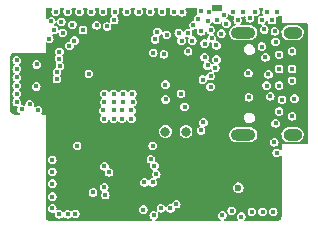
<source format=gbr>
%TF.GenerationSoftware,KiCad,Pcbnew,6.0.4*%
%TF.CreationDate,2022-06-17T20:55:26+08:00*%
%TF.ProjectId,holocubic,686f6c6f-6375-4626-9963-2e6b69636164,rev?*%
%TF.SameCoordinates,Original*%
%TF.FileFunction,Copper,L3,Inr*%
%TF.FilePolarity,Positive*%
%FSLAX46Y46*%
G04 Gerber Fmt 4.6, Leading zero omitted, Abs format (unit mm)*
G04 Created by KiCad (PCBNEW 6.0.4) date 2022-06-17 20:55:26*
%MOMM*%
%LPD*%
G01*
G04 APERTURE LIST*
%TA.AperFunction,ComponentPad*%
%ADD10R,0.900000X0.500000*%
%TD*%
%TA.AperFunction,ComponentPad*%
%ADD11O,1.600000X1.000000*%
%TD*%
%TA.AperFunction,ComponentPad*%
%ADD12O,2.100000X1.000000*%
%TD*%
%TA.AperFunction,ViaPad*%
%ADD13C,0.450000*%
%TD*%
%TA.AperFunction,ViaPad*%
%ADD14C,0.600000*%
%TD*%
%TA.AperFunction,ViaPad*%
%ADD15C,0.800000*%
%TD*%
G04 APERTURE END LIST*
D10*
%TO.N,GND*%
%TO.C,AE1*%
X137650000Y-101825000D03*
%TD*%
D11*
%TO.N,GND*%
%TO.C,J2*%
X144050000Y-112570000D03*
D12*
X139870000Y-103930000D03*
D11*
X144050000Y-103930000D03*
D12*
X139870000Y-112570000D03*
%TD*%
D13*
%TO.N,GND*%
X142700000Y-114100000D03*
X134900000Y-110200000D03*
X142150000Y-109300000D03*
X129675000Y-109800000D03*
X120700000Y-107000000D03*
X132900000Y-118800000D03*
X126800000Y-107400000D03*
X123700000Y-117800000D03*
X142600000Y-104700000D03*
X135200000Y-103950000D03*
X128000000Y-110500000D03*
X136300000Y-112200000D03*
X128000000Y-102150000D03*
X137000000Y-102150000D03*
X142400000Y-119100000D03*
X142900000Y-110600000D03*
X125800000Y-113500000D03*
X123450000Y-104450000D03*
X135650000Y-103300000D03*
X129700000Y-109100000D03*
X128100000Y-117000000D03*
X128175000Y-117675000D03*
X130475000Y-109100000D03*
X139850000Y-102200000D03*
X137200000Y-104400000D03*
X125000000Y-119300000D03*
X131500000Y-116600000D03*
X124300000Y-119300000D03*
X137500000Y-106900000D03*
X134400000Y-103950000D03*
X138000000Y-104000000D03*
X124600000Y-103950000D03*
X134600000Y-109100000D03*
X132600000Y-103850000D03*
X134650000Y-104600000D03*
X130000000Y-102150000D03*
X128100000Y-111200000D03*
X140900000Y-102150000D03*
X123600000Y-102950000D03*
X142900000Y-107000000D03*
X123700000Y-116700000D03*
X128900000Y-109100000D03*
X133000000Y-102150000D03*
X135200000Y-105500000D03*
X136850000Y-102900000D03*
X134700000Y-102200000D03*
X143150000Y-109600000D03*
X144200000Y-109500000D03*
X120700000Y-108400000D03*
X142750000Y-102200000D03*
X144000000Y-105500000D03*
X128900000Y-110500000D03*
X134000000Y-102150000D03*
X131000000Y-102150000D03*
X141500000Y-119100000D03*
X120700000Y-107700000D03*
X142500000Y-113200000D03*
X138450000Y-103150000D03*
X139400000Y-102850000D03*
X130400000Y-111200000D03*
X123700000Y-114700000D03*
X137100000Y-103700000D03*
X138100000Y-119400000D03*
X136300000Y-102100000D03*
X142900000Y-105800000D03*
X126000000Y-102150000D03*
X124000000Y-102150000D03*
X125650000Y-119250000D03*
X139000000Y-102150000D03*
X138200000Y-102400000D03*
X136500000Y-111500000D03*
X136600000Y-104850000D03*
X141450000Y-105100000D03*
X142900000Y-108400000D03*
X123700000Y-118800000D03*
X136050000Y-102750000D03*
X137600000Y-106200000D03*
X136850000Y-106700000D03*
X141650000Y-103650000D03*
X127000000Y-102150000D03*
X138900000Y-119000000D03*
X130400000Y-110500000D03*
X128337500Y-103400000D03*
X128100000Y-109100000D03*
X134200000Y-118450000D03*
X136600000Y-106000000D03*
X129600000Y-111200000D03*
X137650000Y-102850000D03*
X128900000Y-111200000D03*
X132200000Y-116600000D03*
X122500000Y-110500000D03*
X136300000Y-103800000D03*
X130500000Y-109800000D03*
X135550000Y-104600000D03*
X120700000Y-106250000D03*
X144000000Y-111000000D03*
X123700000Y-115700000D03*
X141450000Y-102850000D03*
X132200000Y-113500000D03*
X126300000Y-103700000D03*
X141850000Y-102200000D03*
X137100000Y-108500000D03*
X141750000Y-106000000D03*
X132400000Y-104500000D03*
X144000000Y-108000000D03*
X142600000Y-111600000D03*
X120700000Y-109100000D03*
X132500000Y-115900000D03*
X128900000Y-109800000D03*
X131400000Y-118900000D03*
X137100000Y-107600000D03*
X144000000Y-107000000D03*
X140600000Y-119100000D03*
X133700000Y-118800000D03*
X121100000Y-110400000D03*
X136450000Y-107900000D03*
X129000000Y-102150000D03*
X132000000Y-102150000D03*
X142300000Y-102850000D03*
X121800000Y-110000000D03*
X125000000Y-102150000D03*
X124450000Y-103000000D03*
X128100000Y-109800000D03*
X120700000Y-109800000D03*
X140425000Y-102700000D03*
X137600000Y-105000000D03*
X123850000Y-103700000D03*
X142000000Y-107450000D03*
X139700000Y-119500000D03*
X141850000Y-108400000D03*
X133400000Y-104100000D03*
X129625000Y-110500000D03*
X128937500Y-102850000D03*
X142550000Y-103800000D03*
%TO.N,+5V*%
X132300000Y-119400000D03*
X127150000Y-117450000D03*
D14*
X139450000Y-117050000D03*
D13*
%TO.N,+3V3*%
X134100000Y-105100000D03*
X140500000Y-117800000D03*
X123694020Y-106250000D03*
D14*
X141400000Y-116700000D03*
X142300000Y-117600000D03*
D13*
X134000000Y-117800000D03*
X134070000Y-110800000D03*
X127100000Y-116300000D03*
X126600000Y-102900000D03*
D14*
X141400000Y-115300000D03*
X142300000Y-116000000D03*
D13*
X138350000Y-113750000D03*
X130600000Y-103000000D03*
X130100000Y-103800000D03*
%TO.N,/RST*%
X127447500Y-103302500D03*
%TO.N,Net-(C12-Pad2)*%
X122350000Y-108480000D03*
%TO.N,Net-(C17-Pad1)*%
X122380000Y-106620000D03*
%TO.N,Net-(J2-PadA5)*%
X140350000Y-109400000D03*
%TO.N,/USB_D+*%
X128114309Y-115235691D03*
X132050000Y-114650000D03*
%TO.N,/USB_D-*%
X132350000Y-115200000D03*
X128500000Y-115750000D03*
%TO.N,Net-(J2-PadB5)*%
X140300000Y-107350000D03*
D15*
%TO.N,Net-(TP7-Pad1)*%
X133275000Y-112300000D03*
%TO.N,Net-(TP8-Pad1)*%
X135025000Y-112300000D03*
D13*
%TO.N,/TX0*%
X133297279Y-109575500D03*
%TO.N,/RX0*%
X133278619Y-108321381D03*
%TO.N,/IO0*%
X125400000Y-103250000D03*
%TO.N,/I2S_DACDAT*%
X124272270Y-106135368D03*
%TO.N,/I2S_MCK*%
X124302137Y-105556637D03*
%TO.N,/I2C_SDA*%
X125575000Y-104600000D03*
%TO.N,/I2C_SCL*%
X133154500Y-105750000D03*
X132245500Y-105635500D03*
X125150000Y-105050000D03*
%TO.N,/I2S_LRCK*%
X124093540Y-107849166D03*
%TO.N,/I2S_BCLK*%
X124093540Y-107269663D03*
%TO.N,/I2S_ADCDAT*%
X124350000Y-106750000D03*
%TD*%
%TA.AperFunction,Conductor*%
%TO.N,+3V3*%
G36*
X123669456Y-101867313D02*
G01*
X123694766Y-101911150D01*
X123687824Y-101957595D01*
X123650702Y-102030451D01*
X123650700Y-102030456D01*
X123648056Y-102035646D01*
X123629944Y-102150000D01*
X123648056Y-102264354D01*
X123650699Y-102269542D01*
X123650700Y-102269544D01*
X123697975Y-102362327D01*
X123697977Y-102362330D01*
X123700618Y-102367513D01*
X123782487Y-102449382D01*
X123787670Y-102452023D01*
X123787673Y-102452025D01*
X123880456Y-102499300D01*
X123880458Y-102499301D01*
X123885646Y-102501944D01*
X124000000Y-102520056D01*
X124114354Y-102501944D01*
X124119542Y-102499301D01*
X124119544Y-102499300D01*
X124212327Y-102452025D01*
X124212330Y-102452023D01*
X124217513Y-102449382D01*
X124299382Y-102367513D01*
X124302023Y-102362330D01*
X124302025Y-102362327D01*
X124349300Y-102269544D01*
X124349301Y-102269542D01*
X124351944Y-102264354D01*
X124370056Y-102150000D01*
X124351944Y-102035646D01*
X124349300Y-102030456D01*
X124349298Y-102030451D01*
X124312176Y-101957595D01*
X124306007Y-101907354D01*
X124333576Y-101864901D01*
X124378110Y-101850000D01*
X124621890Y-101850000D01*
X124669456Y-101867313D01*
X124694766Y-101911150D01*
X124687824Y-101957595D01*
X124650702Y-102030451D01*
X124650700Y-102030456D01*
X124648056Y-102035646D01*
X124629944Y-102150000D01*
X124648056Y-102264354D01*
X124650699Y-102269542D01*
X124650700Y-102269544D01*
X124697975Y-102362327D01*
X124697977Y-102362330D01*
X124700618Y-102367513D01*
X124782487Y-102449382D01*
X124787670Y-102452023D01*
X124787673Y-102452025D01*
X124880456Y-102499300D01*
X124880458Y-102499301D01*
X124885646Y-102501944D01*
X125000000Y-102520056D01*
X125114354Y-102501944D01*
X125119542Y-102499301D01*
X125119544Y-102499300D01*
X125212327Y-102452025D01*
X125212330Y-102452023D01*
X125217513Y-102449382D01*
X125299382Y-102367513D01*
X125302023Y-102362330D01*
X125302025Y-102362327D01*
X125349300Y-102269544D01*
X125349301Y-102269542D01*
X125351944Y-102264354D01*
X125370056Y-102150000D01*
X125351944Y-102035646D01*
X125349300Y-102030456D01*
X125349298Y-102030451D01*
X125312176Y-101957595D01*
X125306007Y-101907354D01*
X125333576Y-101864901D01*
X125378110Y-101850000D01*
X125621890Y-101850000D01*
X125669456Y-101867313D01*
X125694766Y-101911150D01*
X125687824Y-101957595D01*
X125650702Y-102030451D01*
X125650700Y-102030456D01*
X125648056Y-102035646D01*
X125629944Y-102150000D01*
X125648056Y-102264354D01*
X125650699Y-102269542D01*
X125650700Y-102269544D01*
X125697975Y-102362327D01*
X125697977Y-102362330D01*
X125700618Y-102367513D01*
X125782487Y-102449382D01*
X125787670Y-102452023D01*
X125787673Y-102452025D01*
X125880456Y-102499300D01*
X125880458Y-102499301D01*
X125885646Y-102501944D01*
X126000000Y-102520056D01*
X126114354Y-102501944D01*
X126119542Y-102499301D01*
X126119544Y-102499300D01*
X126212327Y-102452025D01*
X126212330Y-102452023D01*
X126217513Y-102449382D01*
X126299382Y-102367513D01*
X126302023Y-102362330D01*
X126302025Y-102362327D01*
X126349300Y-102269544D01*
X126349301Y-102269542D01*
X126351944Y-102264354D01*
X126370056Y-102150000D01*
X126351944Y-102035646D01*
X126349300Y-102030456D01*
X126349298Y-102030451D01*
X126312176Y-101957595D01*
X126306007Y-101907354D01*
X126333576Y-101864901D01*
X126378110Y-101850000D01*
X126621890Y-101850000D01*
X126669456Y-101867313D01*
X126694766Y-101911150D01*
X126687824Y-101957595D01*
X126650702Y-102030451D01*
X126650700Y-102030456D01*
X126648056Y-102035646D01*
X126629944Y-102150000D01*
X126648056Y-102264354D01*
X126650699Y-102269542D01*
X126650700Y-102269544D01*
X126697975Y-102362327D01*
X126697977Y-102362330D01*
X126700618Y-102367513D01*
X126782487Y-102449382D01*
X126787670Y-102452023D01*
X126787673Y-102452025D01*
X126880456Y-102499300D01*
X126880458Y-102499301D01*
X126885646Y-102501944D01*
X127000000Y-102520056D01*
X127114354Y-102501944D01*
X127119542Y-102499301D01*
X127119544Y-102499300D01*
X127212327Y-102452025D01*
X127212330Y-102452023D01*
X127217513Y-102449382D01*
X127299382Y-102367513D01*
X127302023Y-102362330D01*
X127302025Y-102362327D01*
X127349300Y-102269544D01*
X127349301Y-102269542D01*
X127351944Y-102264354D01*
X127370056Y-102150000D01*
X127351944Y-102035646D01*
X127349300Y-102030456D01*
X127349298Y-102030451D01*
X127312176Y-101957595D01*
X127306007Y-101907354D01*
X127333576Y-101864901D01*
X127378110Y-101850000D01*
X127621890Y-101850000D01*
X127669456Y-101867313D01*
X127694766Y-101911150D01*
X127687824Y-101957595D01*
X127650702Y-102030451D01*
X127650700Y-102030456D01*
X127648056Y-102035646D01*
X127629944Y-102150000D01*
X127648056Y-102264354D01*
X127650699Y-102269542D01*
X127650700Y-102269544D01*
X127697975Y-102362327D01*
X127697977Y-102362330D01*
X127700618Y-102367513D01*
X127782487Y-102449382D01*
X127787670Y-102452023D01*
X127787673Y-102452025D01*
X127880456Y-102499300D01*
X127880458Y-102499301D01*
X127885646Y-102501944D01*
X128000000Y-102520056D01*
X128114354Y-102501944D01*
X128119542Y-102499301D01*
X128119544Y-102499300D01*
X128212327Y-102452025D01*
X128212330Y-102452023D01*
X128217513Y-102449382D01*
X128299382Y-102367513D01*
X128302023Y-102362330D01*
X128302025Y-102362327D01*
X128349300Y-102269544D01*
X128349301Y-102269542D01*
X128351944Y-102264354D01*
X128370056Y-102150000D01*
X128351944Y-102035646D01*
X128349300Y-102030456D01*
X128349298Y-102030451D01*
X128312176Y-101957595D01*
X128306007Y-101907354D01*
X128333576Y-101864901D01*
X128378110Y-101850000D01*
X128621890Y-101850000D01*
X128669456Y-101867313D01*
X128694766Y-101911150D01*
X128687824Y-101957595D01*
X128650702Y-102030451D01*
X128650700Y-102030456D01*
X128648056Y-102035646D01*
X128629944Y-102150000D01*
X128648056Y-102264354D01*
X128650699Y-102269542D01*
X128650700Y-102269544D01*
X128697975Y-102362327D01*
X128697977Y-102362330D01*
X128700618Y-102367513D01*
X128756435Y-102423330D01*
X128777827Y-102469206D01*
X128764726Y-102518101D01*
X128737705Y-102541590D01*
X128719987Y-102550618D01*
X128638118Y-102632487D01*
X128635477Y-102637670D01*
X128635475Y-102637673D01*
X128588200Y-102730456D01*
X128585556Y-102735646D01*
X128567444Y-102850000D01*
X128585556Y-102964354D01*
X128588201Y-102969544D01*
X128590000Y-102975083D01*
X128587788Y-102975802D01*
X128592815Y-103016731D01*
X128565248Y-103059185D01*
X128516842Y-103073987D01*
X128487116Y-103066022D01*
X128457049Y-103050702D01*
X128457044Y-103050700D01*
X128451854Y-103048056D01*
X128337500Y-103029944D01*
X128223146Y-103048056D01*
X128217958Y-103050699D01*
X128217956Y-103050700D01*
X128125173Y-103097975D01*
X128125170Y-103097977D01*
X128119987Y-103100618D01*
X128038118Y-103182487D01*
X128035477Y-103187670D01*
X128035475Y-103187673D01*
X127988461Y-103279944D01*
X127985556Y-103285646D01*
X127967444Y-103400000D01*
X127968355Y-103405752D01*
X127968806Y-103408600D01*
X127985556Y-103514354D01*
X127988199Y-103519542D01*
X127988200Y-103519544D01*
X128035475Y-103612327D01*
X128035477Y-103612330D01*
X128038118Y-103617513D01*
X128119987Y-103699382D01*
X128125170Y-103702023D01*
X128125173Y-103702025D01*
X128217956Y-103749300D01*
X128217958Y-103749301D01*
X128223146Y-103751944D01*
X128337500Y-103770056D01*
X128451854Y-103751944D01*
X128457042Y-103749301D01*
X128457044Y-103749300D01*
X128549827Y-103702025D01*
X128549830Y-103702023D01*
X128555013Y-103699382D01*
X128636882Y-103617513D01*
X128639523Y-103612330D01*
X128639525Y-103612327D01*
X128686800Y-103519544D01*
X128686801Y-103519542D01*
X128689444Y-103514354D01*
X128706194Y-103408600D01*
X128706645Y-103405752D01*
X128707556Y-103400000D01*
X128689444Y-103285646D01*
X128686799Y-103280456D01*
X128685000Y-103274917D01*
X128687212Y-103274198D01*
X128682185Y-103233269D01*
X128709752Y-103190815D01*
X128758158Y-103176013D01*
X128787884Y-103183978D01*
X128817951Y-103199298D01*
X128817956Y-103199300D01*
X128823146Y-103201944D01*
X128937500Y-103220056D01*
X129051854Y-103201944D01*
X129057042Y-103199301D01*
X129057044Y-103199300D01*
X129149827Y-103152025D01*
X129149830Y-103152023D01*
X129155013Y-103149382D01*
X129236882Y-103067513D01*
X129239523Y-103062330D01*
X129239525Y-103062327D01*
X129286800Y-102969544D01*
X129286801Y-102969542D01*
X129289444Y-102964354D01*
X129307556Y-102850000D01*
X129289444Y-102735646D01*
X129286800Y-102730456D01*
X129239525Y-102637673D01*
X129239523Y-102637670D01*
X129236882Y-102632487D01*
X129181065Y-102576670D01*
X129159673Y-102530794D01*
X129172774Y-102481899D01*
X129199796Y-102458409D01*
X129217513Y-102449382D01*
X129299382Y-102367513D01*
X129302023Y-102362330D01*
X129302025Y-102362327D01*
X129349300Y-102269544D01*
X129349301Y-102269542D01*
X129351944Y-102264354D01*
X129370056Y-102150000D01*
X129351944Y-102035646D01*
X129349300Y-102030456D01*
X129349298Y-102030451D01*
X129312176Y-101957595D01*
X129306007Y-101907354D01*
X129333576Y-101864901D01*
X129378110Y-101850000D01*
X129621890Y-101850000D01*
X129669456Y-101867313D01*
X129694766Y-101911150D01*
X129687824Y-101957595D01*
X129650702Y-102030451D01*
X129650700Y-102030456D01*
X129648056Y-102035646D01*
X129629944Y-102150000D01*
X129648056Y-102264354D01*
X129650699Y-102269542D01*
X129650700Y-102269544D01*
X129697975Y-102362327D01*
X129697977Y-102362330D01*
X129700618Y-102367513D01*
X129782487Y-102449382D01*
X129787670Y-102452023D01*
X129787673Y-102452025D01*
X129880456Y-102499300D01*
X129880458Y-102499301D01*
X129885646Y-102501944D01*
X130000000Y-102520056D01*
X130114354Y-102501944D01*
X130119542Y-102499301D01*
X130119544Y-102499300D01*
X130212327Y-102452025D01*
X130212330Y-102452023D01*
X130217513Y-102449382D01*
X130299382Y-102367513D01*
X130302023Y-102362330D01*
X130302025Y-102362327D01*
X130349300Y-102269544D01*
X130349301Y-102269542D01*
X130351944Y-102264354D01*
X130370056Y-102150000D01*
X130351944Y-102035646D01*
X130349300Y-102030456D01*
X130349298Y-102030451D01*
X130312176Y-101957595D01*
X130306007Y-101907354D01*
X130333576Y-101864901D01*
X130378110Y-101850000D01*
X130621890Y-101850000D01*
X130669456Y-101867313D01*
X130694766Y-101911150D01*
X130687824Y-101957595D01*
X130650702Y-102030451D01*
X130650700Y-102030456D01*
X130648056Y-102035646D01*
X130629944Y-102150000D01*
X130648056Y-102264354D01*
X130650699Y-102269542D01*
X130650700Y-102269544D01*
X130697975Y-102362327D01*
X130697977Y-102362330D01*
X130700618Y-102367513D01*
X130782487Y-102449382D01*
X130787670Y-102452023D01*
X130787673Y-102452025D01*
X130880456Y-102499300D01*
X130880458Y-102499301D01*
X130885646Y-102501944D01*
X131000000Y-102520056D01*
X131114354Y-102501944D01*
X131119542Y-102499301D01*
X131119544Y-102499300D01*
X131212327Y-102452025D01*
X131212330Y-102452023D01*
X131217513Y-102449382D01*
X131299382Y-102367513D01*
X131302023Y-102362330D01*
X131302025Y-102362327D01*
X131349300Y-102269544D01*
X131349301Y-102269542D01*
X131351944Y-102264354D01*
X131370056Y-102150000D01*
X131351944Y-102035646D01*
X131349300Y-102030456D01*
X131349298Y-102030451D01*
X131312176Y-101957595D01*
X131306007Y-101907354D01*
X131333576Y-101864901D01*
X131378110Y-101850000D01*
X131621890Y-101850000D01*
X131669456Y-101867313D01*
X131694766Y-101911150D01*
X131687824Y-101957595D01*
X131650702Y-102030451D01*
X131650700Y-102030456D01*
X131648056Y-102035646D01*
X131629944Y-102150000D01*
X131648056Y-102264354D01*
X131650699Y-102269542D01*
X131650700Y-102269544D01*
X131697975Y-102362327D01*
X131697977Y-102362330D01*
X131700618Y-102367513D01*
X131782487Y-102449382D01*
X131787670Y-102452023D01*
X131787673Y-102452025D01*
X131880456Y-102499300D01*
X131880458Y-102499301D01*
X131885646Y-102501944D01*
X132000000Y-102520056D01*
X132114354Y-102501944D01*
X132119542Y-102499301D01*
X132119544Y-102499300D01*
X132212327Y-102452025D01*
X132212330Y-102452023D01*
X132217513Y-102449382D01*
X132299382Y-102367513D01*
X132302023Y-102362330D01*
X132302025Y-102362327D01*
X132349300Y-102269544D01*
X132349301Y-102269542D01*
X132351944Y-102264354D01*
X132370056Y-102150000D01*
X132351944Y-102035646D01*
X132349300Y-102030456D01*
X132349298Y-102030451D01*
X132312176Y-101957595D01*
X132306007Y-101907354D01*
X132333576Y-101864901D01*
X132378110Y-101850000D01*
X132621890Y-101850000D01*
X132669456Y-101867313D01*
X132694766Y-101911150D01*
X132687824Y-101957595D01*
X132650702Y-102030451D01*
X132650700Y-102030456D01*
X132648056Y-102035646D01*
X132629944Y-102150000D01*
X132648056Y-102264354D01*
X132650699Y-102269542D01*
X132650700Y-102269544D01*
X132697975Y-102362327D01*
X132697977Y-102362330D01*
X132700618Y-102367513D01*
X132782487Y-102449382D01*
X132787670Y-102452023D01*
X132787673Y-102452025D01*
X132880456Y-102499300D01*
X132880458Y-102499301D01*
X132885646Y-102501944D01*
X133000000Y-102520056D01*
X133114354Y-102501944D01*
X133119542Y-102499301D01*
X133119544Y-102499300D01*
X133212327Y-102452025D01*
X133212330Y-102452023D01*
X133217513Y-102449382D01*
X133299382Y-102367513D01*
X133302023Y-102362330D01*
X133302025Y-102362327D01*
X133349300Y-102269544D01*
X133349301Y-102269542D01*
X133351944Y-102264354D01*
X133370056Y-102150000D01*
X133351944Y-102035646D01*
X133349300Y-102030456D01*
X133349298Y-102030451D01*
X133312176Y-101957595D01*
X133306007Y-101907354D01*
X133333576Y-101864901D01*
X133378110Y-101850000D01*
X133621890Y-101850000D01*
X133669456Y-101867313D01*
X133694766Y-101911150D01*
X133687824Y-101957595D01*
X133650702Y-102030451D01*
X133650700Y-102030456D01*
X133648056Y-102035646D01*
X133629944Y-102150000D01*
X133648056Y-102264354D01*
X133650699Y-102269542D01*
X133650700Y-102269544D01*
X133697975Y-102362327D01*
X133697977Y-102362330D01*
X133700618Y-102367513D01*
X133782487Y-102449382D01*
X133787670Y-102452023D01*
X133787673Y-102452025D01*
X133880456Y-102499300D01*
X133880458Y-102499301D01*
X133885646Y-102501944D01*
X134000000Y-102520056D01*
X134114354Y-102501944D01*
X134119542Y-102499301D01*
X134119544Y-102499300D01*
X134212327Y-102452025D01*
X134212330Y-102452023D01*
X134217513Y-102449382D01*
X134277549Y-102389346D01*
X134323425Y-102367954D01*
X134372320Y-102381055D01*
X134395809Y-102408076D01*
X134397113Y-102410635D01*
X134400618Y-102417513D01*
X134482487Y-102499382D01*
X134487670Y-102502023D01*
X134487673Y-102502025D01*
X134580456Y-102549300D01*
X134580458Y-102549301D01*
X134585646Y-102551944D01*
X134700000Y-102570056D01*
X134814354Y-102551944D01*
X134819542Y-102549301D01*
X134819544Y-102549300D01*
X134912327Y-102502025D01*
X134912330Y-102502023D01*
X134917513Y-102499382D01*
X134999382Y-102417513D01*
X135002023Y-102412330D01*
X135002025Y-102412327D01*
X135049300Y-102319544D01*
X135049301Y-102319542D01*
X135051944Y-102314354D01*
X135070056Y-102200000D01*
X135051944Y-102085646D01*
X135049300Y-102080456D01*
X135002025Y-101987673D01*
X135002023Y-101987670D01*
X134999382Y-101982487D01*
X134993221Y-101976326D01*
X134992219Y-101974177D01*
X134991841Y-101973657D01*
X134991942Y-101973583D01*
X134971829Y-101930450D01*
X134984930Y-101881555D01*
X135026394Y-101852521D01*
X135045547Y-101850000D01*
X135896414Y-101850000D01*
X135943980Y-101867313D01*
X135969290Y-101911150D01*
X135962348Y-101957596D01*
X135951763Y-101978371D01*
X135948056Y-101985646D01*
X135929944Y-102100000D01*
X135948056Y-102214354D01*
X135950700Y-102219544D01*
X135950702Y-102219549D01*
X135987682Y-102292126D01*
X135993851Y-102342367D01*
X135966282Y-102384820D01*
X135944615Y-102396099D01*
X135941394Y-102397146D01*
X135935646Y-102398056D01*
X135920548Y-102405749D01*
X135837673Y-102447975D01*
X135837670Y-102447977D01*
X135832487Y-102450618D01*
X135750618Y-102532487D01*
X135747977Y-102537670D01*
X135747975Y-102537673D01*
X135700961Y-102629944D01*
X135698056Y-102635646D01*
X135679944Y-102750000D01*
X135680855Y-102755752D01*
X135695438Y-102847825D01*
X135685779Y-102897514D01*
X135646441Y-102929369D01*
X135633925Y-102932490D01*
X135535646Y-102948056D01*
X135530458Y-102950699D01*
X135530456Y-102950700D01*
X135437673Y-102997975D01*
X135437670Y-102997977D01*
X135432487Y-103000618D01*
X135350618Y-103082487D01*
X135347977Y-103087670D01*
X135347975Y-103087673D01*
X135301697Y-103178500D01*
X135298056Y-103185646D01*
X135279944Y-103300000D01*
X135298056Y-103414354D01*
X135300699Y-103419542D01*
X135300700Y-103419544D01*
X135332508Y-103481971D01*
X135338676Y-103532213D01*
X135311107Y-103574665D01*
X135262700Y-103589465D01*
X135255004Y-103588656D01*
X135200000Y-103579944D01*
X135085646Y-103598056D01*
X135080458Y-103600699D01*
X135080456Y-103600700D01*
X134987673Y-103647975D01*
X134987670Y-103647977D01*
X134982487Y-103650618D01*
X134900618Y-103732487D01*
X134897976Y-103737673D01*
X134897972Y-103737678D01*
X134865934Y-103800556D01*
X134828914Y-103835078D01*
X134778364Y-103837728D01*
X134737938Y-103807264D01*
X134734066Y-103800556D01*
X134702028Y-103737678D01*
X134702024Y-103737673D01*
X134699382Y-103732487D01*
X134617513Y-103650618D01*
X134612330Y-103647977D01*
X134612327Y-103647975D01*
X134519544Y-103600700D01*
X134519542Y-103600699D01*
X134514354Y-103598056D01*
X134400000Y-103579944D01*
X134285646Y-103598056D01*
X134280458Y-103600699D01*
X134280456Y-103600700D01*
X134187673Y-103647975D01*
X134187670Y-103647977D01*
X134182487Y-103650618D01*
X134100618Y-103732487D01*
X134097977Y-103737670D01*
X134097975Y-103737673D01*
X134056260Y-103819544D01*
X134048056Y-103835646D01*
X134029944Y-103950000D01*
X134048056Y-104064354D01*
X134050699Y-104069542D01*
X134050700Y-104069544D01*
X134097975Y-104162327D01*
X134097977Y-104162330D01*
X134100618Y-104167513D01*
X134182487Y-104249382D01*
X134187670Y-104252023D01*
X134187673Y-104252025D01*
X134264952Y-104291400D01*
X134285646Y-104301944D01*
X134291394Y-104302854D01*
X134294615Y-104303901D01*
X134334504Y-104335065D01*
X134345028Y-104384578D01*
X134337682Y-104407874D01*
X134300702Y-104480451D01*
X134300700Y-104480456D01*
X134298056Y-104485646D01*
X134279944Y-104600000D01*
X134298056Y-104714354D01*
X134300699Y-104719542D01*
X134300700Y-104719544D01*
X134347975Y-104812327D01*
X134347977Y-104812330D01*
X134350618Y-104817513D01*
X134432487Y-104899382D01*
X134437670Y-104902023D01*
X134437673Y-104902025D01*
X134530456Y-104949300D01*
X134530458Y-104949301D01*
X134535646Y-104951944D01*
X134650000Y-104970056D01*
X134764354Y-104951944D01*
X134769542Y-104949301D01*
X134769544Y-104949300D01*
X134862327Y-104902025D01*
X134862330Y-104902023D01*
X134867513Y-104899382D01*
X134949382Y-104817513D01*
X134952023Y-104812330D01*
X134952025Y-104812327D01*
X134999300Y-104719544D01*
X134999301Y-104719542D01*
X135001944Y-104714354D01*
X135020056Y-104600000D01*
X135001944Y-104485646D01*
X134998238Y-104478371D01*
X134949568Y-104382852D01*
X134943400Y-104332611D01*
X134970969Y-104290158D01*
X135019376Y-104275358D01*
X135049098Y-104283322D01*
X135080456Y-104299300D01*
X135080458Y-104299301D01*
X135085646Y-104301944D01*
X135175674Y-104316203D01*
X135219946Y-104340744D01*
X135238087Y-104388000D01*
X135230033Y-104422887D01*
X135201763Y-104478371D01*
X135198056Y-104485646D01*
X135179944Y-104600000D01*
X135198056Y-104714354D01*
X135200699Y-104719542D01*
X135200700Y-104719544D01*
X135247975Y-104812327D01*
X135247977Y-104812330D01*
X135250618Y-104817513D01*
X135332487Y-104899382D01*
X135337670Y-104902023D01*
X135337673Y-104902025D01*
X135430456Y-104949300D01*
X135430458Y-104949301D01*
X135435646Y-104951944D01*
X135550000Y-104970056D01*
X135664354Y-104951944D01*
X135669542Y-104949301D01*
X135669544Y-104949300D01*
X135762327Y-104902025D01*
X135762330Y-104902023D01*
X135767513Y-104899382D01*
X135849382Y-104817513D01*
X135852023Y-104812330D01*
X135852025Y-104812327D01*
X135899300Y-104719544D01*
X135899301Y-104719542D01*
X135901944Y-104714354D01*
X135920056Y-104600000D01*
X135901944Y-104485646D01*
X135899039Y-104479944D01*
X135852025Y-104387673D01*
X135852023Y-104387670D01*
X135849382Y-104382487D01*
X135767513Y-104300618D01*
X135762330Y-104297977D01*
X135762327Y-104297975D01*
X135669544Y-104250700D01*
X135669542Y-104250699D01*
X135664354Y-104248056D01*
X135574326Y-104233797D01*
X135530054Y-104209256D01*
X135511913Y-104162000D01*
X135519967Y-104127113D01*
X135549300Y-104069544D01*
X135549301Y-104069542D01*
X135551944Y-104064354D01*
X135570056Y-103950000D01*
X135551944Y-103835646D01*
X135543740Y-103819544D01*
X135517492Y-103768029D01*
X135511324Y-103717787D01*
X135538893Y-103675335D01*
X135587300Y-103660535D01*
X135594996Y-103661344D01*
X135650000Y-103670056D01*
X135764354Y-103651944D01*
X135769544Y-103649300D01*
X135769546Y-103649299D01*
X135840584Y-103613103D01*
X135890826Y-103606934D01*
X135933279Y-103634502D01*
X135948079Y-103682910D01*
X135947269Y-103690613D01*
X135940137Y-103735646D01*
X135929944Y-103800000D01*
X135930855Y-103805752D01*
X135931306Y-103808600D01*
X135948056Y-103914354D01*
X135950699Y-103919542D01*
X135950700Y-103919544D01*
X135997975Y-104012327D01*
X135997977Y-104012330D01*
X136000618Y-104017513D01*
X136082487Y-104099382D01*
X136087670Y-104102023D01*
X136087673Y-104102025D01*
X136180456Y-104149300D01*
X136180458Y-104149301D01*
X136185646Y-104151944D01*
X136300000Y-104170056D01*
X136414354Y-104151944D01*
X136419542Y-104149301D01*
X136419544Y-104149300D01*
X136512327Y-104102025D01*
X136512330Y-104102023D01*
X136517513Y-104099382D01*
X136599382Y-104017513D01*
X136602023Y-104012330D01*
X136602025Y-104012327D01*
X136649300Y-103919544D01*
X136649301Y-103919542D01*
X136651944Y-103914354D01*
X136652855Y-103908600D01*
X136653416Y-103906874D01*
X136684580Y-103866985D01*
X136734092Y-103856460D01*
X136778787Y-103880223D01*
X136789729Y-103896144D01*
X136797973Y-103912324D01*
X136797977Y-103912329D01*
X136800618Y-103917513D01*
X136882487Y-103999382D01*
X136887673Y-104002024D01*
X136887678Y-104002028D01*
X136925046Y-104021068D01*
X136959568Y-104058088D01*
X136962218Y-104108638D01*
X136943777Y-104139328D01*
X136900618Y-104182487D01*
X136897977Y-104187670D01*
X136897975Y-104187673D01*
X136851182Y-104279510D01*
X136848056Y-104285646D01*
X136829944Y-104400000D01*
X136834266Y-104427286D01*
X136824608Y-104476973D01*
X136785270Y-104508829D01*
X136734659Y-104507946D01*
X136727582Y-104504795D01*
X136719549Y-104500702D01*
X136719544Y-104500700D01*
X136714354Y-104498056D01*
X136600000Y-104479944D01*
X136485646Y-104498056D01*
X136480458Y-104500699D01*
X136480456Y-104500700D01*
X136387673Y-104547975D01*
X136387670Y-104547977D01*
X136382487Y-104550618D01*
X136300618Y-104632487D01*
X136297977Y-104637670D01*
X136297975Y-104637673D01*
X136257295Y-104717513D01*
X136248056Y-104735646D01*
X136229944Y-104850000D01*
X136248056Y-104964354D01*
X136250699Y-104969542D01*
X136250700Y-104969544D01*
X136297975Y-105062327D01*
X136297977Y-105062330D01*
X136300618Y-105067513D01*
X136382487Y-105149382D01*
X136387670Y-105152023D01*
X136387673Y-105152025D01*
X136480456Y-105199300D01*
X136480458Y-105199301D01*
X136485646Y-105201944D01*
X136600000Y-105220056D01*
X136714354Y-105201944D01*
X136719542Y-105199301D01*
X136719544Y-105199300D01*
X136812327Y-105152025D01*
X136812330Y-105152023D01*
X136817513Y-105149382D01*
X136899382Y-105067513D01*
X136902023Y-105062330D01*
X136902025Y-105062327D01*
X136949300Y-104969544D01*
X136949301Y-104969542D01*
X136951944Y-104964354D01*
X136970056Y-104850000D01*
X136965734Y-104822714D01*
X136975392Y-104773027D01*
X137014730Y-104741171D01*
X137065341Y-104742054D01*
X137072418Y-104745205D01*
X137080451Y-104749298D01*
X137080456Y-104749300D01*
X137085646Y-104751944D01*
X137198368Y-104769797D01*
X137242639Y-104794338D01*
X137260780Y-104841594D01*
X137252725Y-104876482D01*
X137251763Y-104878371D01*
X137248056Y-104885646D01*
X137229944Y-105000000D01*
X137248056Y-105114354D01*
X137250699Y-105119542D01*
X137250700Y-105119544D01*
X137297975Y-105212327D01*
X137297977Y-105212330D01*
X137300618Y-105217513D01*
X137382487Y-105299382D01*
X137387670Y-105302023D01*
X137387673Y-105302025D01*
X137480456Y-105349300D01*
X137480458Y-105349301D01*
X137485646Y-105351944D01*
X137600000Y-105370056D01*
X137714354Y-105351944D01*
X137719542Y-105349301D01*
X137719544Y-105349300D01*
X137771033Y-105323065D01*
X139930693Y-105323065D01*
X139940579Y-105462693D01*
X139991085Y-105593241D01*
X140077744Y-105703168D01*
X140082293Y-105706312D01*
X140082294Y-105706313D01*
X140150603Y-105753524D01*
X140192895Y-105782754D01*
X140198163Y-105784420D01*
X140198165Y-105784421D01*
X140247427Y-105800000D01*
X140326357Y-105824962D01*
X140333193Y-105825500D01*
X140434973Y-105825500D01*
X140437692Y-105825091D01*
X140437695Y-105825091D01*
X140532957Y-105810769D01*
X140532959Y-105810768D01*
X140538422Y-105809947D01*
X140664605Y-105749355D01*
X140723845Y-105694594D01*
X140763332Y-105658093D01*
X140763332Y-105658092D01*
X140767394Y-105654338D01*
X140837700Y-105533298D01*
X140846330Y-105496068D01*
X140868058Y-105402324D01*
X140868058Y-105402323D01*
X140869307Y-105396935D01*
X140861467Y-105286200D01*
X140859812Y-105262828D01*
X140859812Y-105262827D01*
X140859421Y-105257307D01*
X140808915Y-105126759D01*
X140787820Y-105100000D01*
X141079944Y-105100000D01*
X141098056Y-105214354D01*
X141100699Y-105219542D01*
X141100700Y-105219544D01*
X141147975Y-105312327D01*
X141147977Y-105312330D01*
X141150618Y-105317513D01*
X141232487Y-105399382D01*
X141237670Y-105402023D01*
X141237673Y-105402025D01*
X141330456Y-105449300D01*
X141330458Y-105449301D01*
X141335646Y-105451944D01*
X141435466Y-105467754D01*
X141436104Y-105467855D01*
X141450000Y-105470056D01*
X141463897Y-105467855D01*
X141464534Y-105467754D01*
X141564354Y-105451944D01*
X141569542Y-105449301D01*
X141569544Y-105449300D01*
X141662327Y-105402025D01*
X141662330Y-105402023D01*
X141667513Y-105399382D01*
X141749382Y-105317513D01*
X141752023Y-105312330D01*
X141752025Y-105312327D01*
X141799300Y-105219544D01*
X141799301Y-105219542D01*
X141801944Y-105214354D01*
X141820056Y-105100000D01*
X141801944Y-104985646D01*
X141793740Y-104969544D01*
X141752025Y-104887673D01*
X141752023Y-104887670D01*
X141749382Y-104882487D01*
X141667513Y-104800618D01*
X141662330Y-104797977D01*
X141662327Y-104797975D01*
X141569544Y-104750700D01*
X141569542Y-104750699D01*
X141564354Y-104748056D01*
X141450000Y-104729944D01*
X141335646Y-104748056D01*
X141330458Y-104750699D01*
X141330456Y-104750700D01*
X141237673Y-104797975D01*
X141237670Y-104797977D01*
X141232487Y-104800618D01*
X141150618Y-104882487D01*
X141147977Y-104887670D01*
X141147975Y-104887673D01*
X141106260Y-104969544D01*
X141098056Y-104985646D01*
X141079944Y-105100000D01*
X140787820Y-105100000D01*
X140722256Y-105016832D01*
X140697903Y-105000000D01*
X140611654Y-104940390D01*
X140607105Y-104937246D01*
X140601837Y-104935580D01*
X140601835Y-104935579D01*
X140528311Y-104912327D01*
X140473643Y-104895038D01*
X140466807Y-104894500D01*
X140365027Y-104894500D01*
X140362308Y-104894909D01*
X140362305Y-104894909D01*
X140267043Y-104909231D01*
X140267041Y-104909232D01*
X140261578Y-104910053D01*
X140135395Y-104970645D01*
X140131332Y-104974400D01*
X140131333Y-104974400D01*
X140043327Y-105055752D01*
X140032606Y-105065662D01*
X139962300Y-105186702D01*
X139961051Y-105192089D01*
X139961051Y-105192090D01*
X139943569Y-105267513D01*
X139930693Y-105323065D01*
X137771033Y-105323065D01*
X137812327Y-105302025D01*
X137812330Y-105302023D01*
X137817513Y-105299382D01*
X137899382Y-105217513D01*
X137902023Y-105212330D01*
X137902025Y-105212327D01*
X137949300Y-105119544D01*
X137949301Y-105119542D01*
X137951944Y-105114354D01*
X137970056Y-105000000D01*
X137951944Y-104885646D01*
X137949299Y-104880454D01*
X137902025Y-104787673D01*
X137902023Y-104787670D01*
X137899382Y-104782487D01*
X137817513Y-104700618D01*
X137816300Y-104700000D01*
X142229944Y-104700000D01*
X142248056Y-104814354D01*
X142250699Y-104819542D01*
X142250700Y-104819544D01*
X142297975Y-104912327D01*
X142297977Y-104912330D01*
X142300618Y-104917513D01*
X142382487Y-104999382D01*
X142387670Y-105002023D01*
X142387673Y-105002025D01*
X142480456Y-105049300D01*
X142480458Y-105049301D01*
X142485646Y-105051944D01*
X142600000Y-105070056D01*
X142714354Y-105051944D01*
X142719542Y-105049301D01*
X142719544Y-105049300D01*
X142812327Y-105002025D01*
X142812330Y-105002023D01*
X142817513Y-104999382D01*
X142899382Y-104917513D01*
X142902023Y-104912330D01*
X142902025Y-104912327D01*
X142949300Y-104819544D01*
X142949301Y-104819542D01*
X142951944Y-104814354D01*
X142970056Y-104700000D01*
X142951944Y-104585646D01*
X142943740Y-104569544D01*
X142902025Y-104487673D01*
X142902023Y-104487670D01*
X142899382Y-104482487D01*
X142817513Y-104400618D01*
X142812330Y-104397977D01*
X142812327Y-104397975D01*
X142719544Y-104350700D01*
X142719542Y-104350699D01*
X142714354Y-104348056D01*
X142600000Y-104329944D01*
X142485646Y-104348056D01*
X142480458Y-104350699D01*
X142480456Y-104350700D01*
X142387673Y-104397975D01*
X142387670Y-104397977D01*
X142382487Y-104400618D01*
X142300618Y-104482487D01*
X142297977Y-104487670D01*
X142297975Y-104487673D01*
X142256260Y-104569544D01*
X142248056Y-104585646D01*
X142229944Y-104700000D01*
X137816300Y-104700000D01*
X137812330Y-104697977D01*
X137812327Y-104697975D01*
X137719544Y-104650700D01*
X137719542Y-104650699D01*
X137714354Y-104648056D01*
X137601632Y-104630203D01*
X137557361Y-104605662D01*
X137539220Y-104558406D01*
X137547275Y-104523518D01*
X137549299Y-104519546D01*
X137549300Y-104519544D01*
X137551944Y-104514354D01*
X137570056Y-104400000D01*
X137551944Y-104285646D01*
X137548818Y-104279510D01*
X137502025Y-104187673D01*
X137502023Y-104187670D01*
X137499382Y-104182487D01*
X137417513Y-104100618D01*
X137412327Y-104097976D01*
X137412322Y-104097972D01*
X137374954Y-104078932D01*
X137340432Y-104041912D01*
X137338235Y-104000000D01*
X137629944Y-104000000D01*
X137648056Y-104114354D01*
X137650699Y-104119542D01*
X137650700Y-104119544D01*
X137697975Y-104212327D01*
X137697977Y-104212330D01*
X137700618Y-104217513D01*
X137782487Y-104299382D01*
X137787670Y-104302023D01*
X137787673Y-104302025D01*
X137880456Y-104349300D01*
X137880458Y-104349301D01*
X137885646Y-104351944D01*
X138000000Y-104370056D01*
X138114354Y-104351944D01*
X138119542Y-104349301D01*
X138119544Y-104349300D01*
X138212327Y-104302025D01*
X138212330Y-104302023D01*
X138217513Y-104299382D01*
X138299382Y-104217513D01*
X138302023Y-104212330D01*
X138302025Y-104212327D01*
X138349300Y-104119544D01*
X138349301Y-104119542D01*
X138351944Y-104114354D01*
X138370056Y-104000000D01*
X138351944Y-103885646D01*
X138349181Y-103880223D01*
X138302025Y-103787673D01*
X138302023Y-103787670D01*
X138299382Y-103782487D01*
X138217513Y-103700618D01*
X138212330Y-103697977D01*
X138212327Y-103697975D01*
X138119544Y-103650700D01*
X138119542Y-103650699D01*
X138114354Y-103648056D01*
X138000000Y-103629944D01*
X137885646Y-103648056D01*
X137880458Y-103650699D01*
X137880456Y-103650700D01*
X137787673Y-103697975D01*
X137787670Y-103697977D01*
X137782487Y-103700618D01*
X137700618Y-103782487D01*
X137697977Y-103787670D01*
X137697975Y-103787673D01*
X137650819Y-103880223D01*
X137648056Y-103885646D01*
X137629944Y-104000000D01*
X137338235Y-104000000D01*
X137337782Y-103991362D01*
X137356223Y-103960672D01*
X137399382Y-103917513D01*
X137402023Y-103912330D01*
X137402025Y-103912327D01*
X137449300Y-103819544D01*
X137449301Y-103819542D01*
X137451944Y-103814354D01*
X137470056Y-103700000D01*
X137451944Y-103585646D01*
X137449039Y-103579944D01*
X137402025Y-103487673D01*
X137402023Y-103487670D01*
X137399382Y-103482487D01*
X137317513Y-103400618D01*
X137312330Y-103397977D01*
X137312327Y-103397975D01*
X137219544Y-103350700D01*
X137219542Y-103350699D01*
X137214354Y-103348056D01*
X137145857Y-103337207D01*
X137100968Y-103330097D01*
X137056695Y-103305556D01*
X137038555Y-103258299D01*
X137055035Y-103210438D01*
X137065728Y-103200292D01*
X137067513Y-103199382D01*
X137149382Y-103117513D01*
X137152024Y-103112327D01*
X137152028Y-103112322D01*
X137196804Y-103024444D01*
X137233824Y-102989922D01*
X137284373Y-102987272D01*
X137324800Y-103017736D01*
X137328672Y-103024443D01*
X137342051Y-103050700D01*
X137350618Y-103067513D01*
X137432487Y-103149382D01*
X137437670Y-103152023D01*
X137437673Y-103152025D01*
X137530456Y-103199300D01*
X137530458Y-103199301D01*
X137535646Y-103201944D01*
X137650000Y-103220056D01*
X137764354Y-103201944D01*
X137769542Y-103199301D01*
X137769544Y-103199300D01*
X137862327Y-103152025D01*
X137862330Y-103152023D01*
X137867513Y-103149382D01*
X137949382Y-103067513D01*
X137952026Y-103062324D01*
X137952187Y-103062103D01*
X137994152Y-103033797D01*
X138044494Y-103039088D01*
X138079656Y-103075501D01*
X138085143Y-103117175D01*
X138079944Y-103150000D01*
X138098056Y-103264354D01*
X138100699Y-103269542D01*
X138100700Y-103269544D01*
X138147975Y-103362327D01*
X138147977Y-103362330D01*
X138150618Y-103367513D01*
X138232487Y-103449382D01*
X138237670Y-103452023D01*
X138237673Y-103452025D01*
X138330456Y-103499300D01*
X138330458Y-103499301D01*
X138335646Y-103501944D01*
X138450000Y-103520056D01*
X138564354Y-103501944D01*
X138569542Y-103499301D01*
X138569544Y-103499300D01*
X138662327Y-103452025D01*
X138662330Y-103452023D01*
X138667513Y-103449382D01*
X138749382Y-103367513D01*
X138752023Y-103362330D01*
X138752025Y-103362327D01*
X138799300Y-103269544D01*
X138799301Y-103269542D01*
X138801944Y-103264354D01*
X138820056Y-103150000D01*
X138801944Y-103035646D01*
X138799039Y-103029944D01*
X138752025Y-102937673D01*
X138752023Y-102937670D01*
X138749382Y-102932487D01*
X138667513Y-102850618D01*
X138662330Y-102847977D01*
X138662327Y-102847975D01*
X138569544Y-102800700D01*
X138569542Y-102800699D01*
X138564354Y-102798056D01*
X138495852Y-102787206D01*
X138451581Y-102762667D01*
X138433440Y-102715410D01*
X138449920Y-102667549D01*
X138455103Y-102661792D01*
X138499382Y-102617513D01*
X138502023Y-102612330D01*
X138502025Y-102612327D01*
X138549300Y-102519544D01*
X138549301Y-102519542D01*
X138551944Y-102514354D01*
X138568777Y-102408076D01*
X138569903Y-102400968D01*
X138594444Y-102356695D01*
X138641701Y-102338555D01*
X138689562Y-102355035D01*
X138699708Y-102365728D01*
X138700618Y-102367513D01*
X138782487Y-102449382D01*
X138787670Y-102452023D01*
X138787673Y-102452025D01*
X138880456Y-102499300D01*
X138880458Y-102499301D01*
X138885646Y-102501944D01*
X139000000Y-102520056D01*
X139030830Y-102515173D01*
X139080519Y-102524832D01*
X139112374Y-102564170D01*
X139111491Y-102614781D01*
X139103375Y-102629730D01*
X139100618Y-102632487D01*
X139097976Y-102637673D01*
X139097973Y-102637677D01*
X139050700Y-102730456D01*
X139048056Y-102735646D01*
X139029944Y-102850000D01*
X139048056Y-102964354D01*
X139050699Y-102969542D01*
X139050700Y-102969544D01*
X139097975Y-103062327D01*
X139097977Y-103062330D01*
X139100618Y-103067513D01*
X139182487Y-103149382D01*
X139187671Y-103152023D01*
X139187676Y-103152027D01*
X139207838Y-103162300D01*
X139242360Y-103199321D01*
X139245008Y-103249871D01*
X139214544Y-103290296D01*
X139183516Y-103301651D01*
X139159448Y-103304691D01*
X139090509Y-103331986D01*
X139013315Y-103362549D01*
X139013313Y-103362550D01*
X139008984Y-103364264D01*
X138932898Y-103419544D01*
X138891830Y-103449382D01*
X138878063Y-103459384D01*
X138774909Y-103584075D01*
X138768330Y-103598056D01*
X138718859Y-103703188D01*
X138706006Y-103730501D01*
X138675683Y-103889463D01*
X138675975Y-103894108D01*
X138675975Y-103894111D01*
X138680163Y-103960672D01*
X138685844Y-104050972D01*
X138735852Y-104204879D01*
X138822564Y-104341515D01*
X138940531Y-104452294D01*
X139082342Y-104530255D01*
X139151357Y-104547975D01*
X139234579Y-104569343D01*
X139234581Y-104569343D01*
X139239086Y-104570500D01*
X140460300Y-104570500D01*
X140462592Y-104570210D01*
X140462599Y-104570210D01*
X140575937Y-104555892D01*
X140580552Y-104555309D01*
X140697947Y-104508829D01*
X140726685Y-104497451D01*
X140726687Y-104497450D01*
X140731016Y-104495736D01*
X140861937Y-104400616D01*
X140965091Y-104275925D01*
X141020114Y-104158995D01*
X141032013Y-104133709D01*
X141032013Y-104133708D01*
X141033994Y-104129499D01*
X141064317Y-103970537D01*
X141063697Y-103960672D01*
X141057140Y-103856460D01*
X141054156Y-103809028D01*
X141004148Y-103655121D01*
X140917436Y-103518485D01*
X140831950Y-103438208D01*
X140802863Y-103410893D01*
X140802862Y-103410892D01*
X140799469Y-103407706D01*
X140657658Y-103329745D01*
X140566755Y-103306405D01*
X140505421Y-103290657D01*
X140505419Y-103290657D01*
X140500914Y-103289500D01*
X139650749Y-103289500D01*
X139603183Y-103272187D01*
X139577873Y-103228350D01*
X139586663Y-103178500D01*
X139608974Y-103157324D01*
X139607612Y-103155450D01*
X139612327Y-103152025D01*
X139617513Y-103149382D01*
X139699382Y-103067513D01*
X139702023Y-103062330D01*
X139702025Y-103062327D01*
X139749300Y-102969544D01*
X139749301Y-102969542D01*
X139751944Y-102964354D01*
X139770056Y-102850000D01*
X139751944Y-102735646D01*
X139749300Y-102730456D01*
X139717492Y-102668029D01*
X139711324Y-102617787D01*
X139738893Y-102575335D01*
X139787300Y-102560535D01*
X139794996Y-102561344D01*
X139850000Y-102570056D01*
X139964354Y-102551944D01*
X139969545Y-102549299D01*
X139969893Y-102549186D01*
X140020481Y-102550952D01*
X140058099Y-102584822D01*
X140065850Y-102631140D01*
X140060084Y-102667549D01*
X140054944Y-102700000D01*
X140073056Y-102814354D01*
X140075699Y-102819542D01*
X140075700Y-102819544D01*
X140122975Y-102912327D01*
X140122977Y-102912330D01*
X140125618Y-102917513D01*
X140207487Y-102999382D01*
X140212670Y-103002023D01*
X140212673Y-103002025D01*
X140305456Y-103049300D01*
X140305458Y-103049301D01*
X140310646Y-103051944D01*
X140425000Y-103070056D01*
X140539354Y-103051944D01*
X140544542Y-103049301D01*
X140544544Y-103049300D01*
X140637327Y-103002025D01*
X140637330Y-103002023D01*
X140642513Y-102999382D01*
X140724382Y-102917513D01*
X140727023Y-102912330D01*
X140727025Y-102912327D01*
X140774300Y-102819544D01*
X140774301Y-102819542D01*
X140776944Y-102814354D01*
X140795056Y-102700000D01*
X140779055Y-102598975D01*
X140788714Y-102549286D01*
X140828052Y-102517431D01*
X140863720Y-102514310D01*
X140894248Y-102519145D01*
X140900000Y-102520056D01*
X141014354Y-102501944D01*
X141019542Y-102499301D01*
X141019544Y-102499300D01*
X141112327Y-102452025D01*
X141112330Y-102452023D01*
X141117513Y-102449382D01*
X141199382Y-102367513D01*
X141202023Y-102362330D01*
X141202025Y-102362327D01*
X141249300Y-102269544D01*
X141249301Y-102269542D01*
X141251944Y-102264354D01*
X141270056Y-102150000D01*
X141251944Y-102035646D01*
X141249300Y-102030456D01*
X141249298Y-102030451D01*
X141212176Y-101957595D01*
X141206007Y-101907354D01*
X141233576Y-101864901D01*
X141278110Y-101850000D01*
X141504453Y-101850000D01*
X141552019Y-101867313D01*
X141577329Y-101911150D01*
X141568539Y-101961000D01*
X141556779Y-101976326D01*
X141550618Y-101982487D01*
X141547977Y-101987670D01*
X141547975Y-101987673D01*
X141500700Y-102080456D01*
X141498056Y-102085646D01*
X141479944Y-102200000D01*
X141498056Y-102314354D01*
X141500700Y-102319544D01*
X141500702Y-102319549D01*
X141528118Y-102373356D01*
X141534287Y-102423597D01*
X141506718Y-102466050D01*
X141461576Y-102479852D01*
X141461576Y-102480855D01*
X141455752Y-102480855D01*
X141450000Y-102479944D01*
X141335646Y-102498056D01*
X141330458Y-102500699D01*
X141330456Y-102500700D01*
X141237673Y-102547975D01*
X141237672Y-102547976D01*
X141232487Y-102550618D01*
X141150618Y-102632487D01*
X141147977Y-102637670D01*
X141147975Y-102637673D01*
X141100700Y-102730456D01*
X141098056Y-102735646D01*
X141079944Y-102850000D01*
X141098056Y-102964354D01*
X141100699Y-102969542D01*
X141100700Y-102969544D01*
X141147975Y-103062327D01*
X141147977Y-103062330D01*
X141150618Y-103067513D01*
X141232487Y-103149382D01*
X141237670Y-103152023D01*
X141237673Y-103152025D01*
X141330456Y-103199300D01*
X141330458Y-103199301D01*
X141335646Y-103201944D01*
X141384160Y-103209628D01*
X141407981Y-103213401D01*
X141452254Y-103237942D01*
X141470394Y-103285199D01*
X141453914Y-103333060D01*
X141439901Y-103346357D01*
X141437674Y-103347975D01*
X141432487Y-103350618D01*
X141350618Y-103432487D01*
X141347977Y-103437670D01*
X141347975Y-103437673D01*
X141306260Y-103519544D01*
X141298056Y-103535646D01*
X141279944Y-103650000D01*
X141298056Y-103764354D01*
X141300699Y-103769542D01*
X141300700Y-103769544D01*
X141347975Y-103862327D01*
X141347977Y-103862330D01*
X141350618Y-103867513D01*
X141432487Y-103949382D01*
X141437670Y-103952023D01*
X141437673Y-103952025D01*
X141530456Y-103999300D01*
X141530458Y-103999301D01*
X141535646Y-104001944D01*
X141650000Y-104020056D01*
X141764354Y-104001944D01*
X141769542Y-103999301D01*
X141769544Y-103999300D01*
X141862327Y-103952025D01*
X141862330Y-103952023D01*
X141867513Y-103949382D01*
X141949382Y-103867513D01*
X141952023Y-103862330D01*
X141952025Y-103862327D01*
X141983782Y-103800000D01*
X142179944Y-103800000D01*
X142180855Y-103805752D01*
X142181306Y-103808600D01*
X142198056Y-103914354D01*
X142200699Y-103919542D01*
X142200700Y-103919544D01*
X142247975Y-104012327D01*
X142247977Y-104012330D01*
X142250618Y-104017513D01*
X142332487Y-104099382D01*
X142337670Y-104102023D01*
X142337673Y-104102025D01*
X142430456Y-104149300D01*
X142430458Y-104149301D01*
X142435646Y-104151944D01*
X142550000Y-104170056D01*
X142664354Y-104151944D01*
X142669542Y-104149301D01*
X142669544Y-104149300D01*
X142762327Y-104102025D01*
X142762330Y-104102023D01*
X142767513Y-104099382D01*
X142849382Y-104017513D01*
X142852023Y-104012330D01*
X142852025Y-104012327D01*
X142899300Y-103919544D01*
X142899301Y-103919542D01*
X142901944Y-103914354D01*
X142905886Y-103889463D01*
X143105683Y-103889463D01*
X143105975Y-103894108D01*
X143105975Y-103894111D01*
X143110163Y-103960672D01*
X143115844Y-104050972D01*
X143165852Y-104204879D01*
X143252564Y-104341515D01*
X143370531Y-104452294D01*
X143512342Y-104530255D01*
X143581357Y-104547975D01*
X143664579Y-104569343D01*
X143664581Y-104569343D01*
X143669086Y-104570500D01*
X144390300Y-104570500D01*
X144392592Y-104570210D01*
X144392599Y-104570210D01*
X144505937Y-104555892D01*
X144510552Y-104555309D01*
X144627947Y-104508829D01*
X144656685Y-104497451D01*
X144656687Y-104497450D01*
X144661016Y-104495736D01*
X144791937Y-104400616D01*
X144895091Y-104275925D01*
X144950114Y-104158995D01*
X144962013Y-104133709D01*
X144962013Y-104133708D01*
X144963994Y-104129499D01*
X144994317Y-103970537D01*
X144993697Y-103960672D01*
X144987140Y-103856460D01*
X144984156Y-103809028D01*
X144934148Y-103655121D01*
X144847436Y-103518485D01*
X144761950Y-103438208D01*
X144732863Y-103410893D01*
X144732862Y-103410892D01*
X144729469Y-103407706D01*
X144587658Y-103329745D01*
X144496755Y-103306405D01*
X144435421Y-103290657D01*
X144435419Y-103290657D01*
X144430914Y-103289500D01*
X143709700Y-103289500D01*
X143707408Y-103289790D01*
X143707401Y-103289790D01*
X143594063Y-103304108D01*
X143589448Y-103304691D01*
X143520509Y-103331986D01*
X143443315Y-103362549D01*
X143443313Y-103362550D01*
X143438984Y-103364264D01*
X143362898Y-103419544D01*
X143321830Y-103449382D01*
X143308063Y-103459384D01*
X143204909Y-103584075D01*
X143198330Y-103598056D01*
X143148859Y-103703188D01*
X143136006Y-103730501D01*
X143105683Y-103889463D01*
X142905886Y-103889463D01*
X142918694Y-103808600D01*
X142919145Y-103805752D01*
X142920056Y-103800000D01*
X142901944Y-103685646D01*
X142899300Y-103680456D01*
X142852025Y-103587673D01*
X142852023Y-103587670D01*
X142849382Y-103582487D01*
X142767513Y-103500618D01*
X142762330Y-103497977D01*
X142762327Y-103497975D01*
X142669544Y-103450700D01*
X142669542Y-103450699D01*
X142664354Y-103448056D01*
X142550000Y-103429944D01*
X142435646Y-103448056D01*
X142430458Y-103450699D01*
X142430456Y-103450700D01*
X142337673Y-103497975D01*
X142337670Y-103497977D01*
X142332487Y-103500618D01*
X142250618Y-103582487D01*
X142247977Y-103587670D01*
X142247975Y-103587673D01*
X142200700Y-103680456D01*
X142198056Y-103685646D01*
X142179944Y-103800000D01*
X141983782Y-103800000D01*
X141999300Y-103769544D01*
X141999301Y-103769542D01*
X142001944Y-103764354D01*
X142020056Y-103650000D01*
X142001944Y-103535646D01*
X141993740Y-103519544D01*
X141952025Y-103437673D01*
X141952023Y-103437670D01*
X141949382Y-103432487D01*
X141867513Y-103350618D01*
X141862330Y-103347977D01*
X141862327Y-103347975D01*
X141769544Y-103300700D01*
X141769542Y-103300699D01*
X141764354Y-103298056D01*
X141710334Y-103289500D01*
X141692019Y-103286599D01*
X141647746Y-103262058D01*
X141629606Y-103214801D01*
X141646086Y-103166940D01*
X141660099Y-103153643D01*
X141662326Y-103152025D01*
X141667513Y-103149382D01*
X141749382Y-103067513D01*
X141752023Y-103062330D01*
X141752025Y-103062327D01*
X141799303Y-102969538D01*
X141799304Y-102969536D01*
X141801944Y-102964354D01*
X141802854Y-102958607D01*
X141804622Y-102953166D01*
X141835785Y-102913277D01*
X141885298Y-102902752D01*
X141929992Y-102926516D01*
X141945378Y-102953166D01*
X141947146Y-102958607D01*
X141948056Y-102964354D01*
X141950696Y-102969536D01*
X141950697Y-102969538D01*
X141997975Y-103062327D01*
X141997977Y-103062330D01*
X142000618Y-103067513D01*
X142082487Y-103149382D01*
X142087670Y-103152023D01*
X142087673Y-103152025D01*
X142180456Y-103199300D01*
X142180458Y-103199301D01*
X142185646Y-103201944D01*
X142300000Y-103220056D01*
X142414354Y-103201944D01*
X142419542Y-103199301D01*
X142419544Y-103199300D01*
X142512327Y-103152025D01*
X142512330Y-103152023D01*
X142517513Y-103149382D01*
X142599382Y-103067513D01*
X142602023Y-103062330D01*
X142602025Y-103062327D01*
X142649300Y-102969544D01*
X142649301Y-102969542D01*
X142651944Y-102964354D01*
X142670056Y-102850000D01*
X142651944Y-102735646D01*
X142649300Y-102730456D01*
X142617492Y-102668029D01*
X142611324Y-102617787D01*
X142638893Y-102575335D01*
X142687300Y-102560535D01*
X142694996Y-102561344D01*
X142750000Y-102570056D01*
X142864354Y-102551944D01*
X142869542Y-102549301D01*
X142869544Y-102549300D01*
X142962327Y-102502025D01*
X142962330Y-102502023D01*
X142967513Y-102499382D01*
X142982899Y-102483996D01*
X143028775Y-102462604D01*
X143077670Y-102475705D01*
X143106704Y-102517169D01*
X143109225Y-102536278D01*
X143109483Y-102971779D01*
X143107065Y-102990188D01*
X143107065Y-102990591D01*
X143104544Y-103000000D01*
X143109511Y-103018537D01*
X143109511Y-103018579D01*
X143114095Y-103035646D01*
X143124031Y-103072728D01*
X143124062Y-103072759D01*
X143124074Y-103072803D01*
X143130917Y-103079637D01*
X143130917Y-103079638D01*
X143150680Y-103099378D01*
X143150711Y-103099408D01*
X143177272Y-103125969D01*
X143177316Y-103125981D01*
X143177347Y-103126012D01*
X143186501Y-103128459D01*
X143213730Y-103135738D01*
X143213769Y-103135749D01*
X143231379Y-103140467D01*
X143231386Y-103140468D01*
X143231504Y-103140500D01*
X143231546Y-103140500D01*
X143250086Y-103145456D01*
X143259494Y-103142929D01*
X143259899Y-103142929D01*
X143278302Y-103140500D01*
X145285500Y-103140500D01*
X145333066Y-103157813D01*
X145358376Y-103201650D01*
X145359500Y-103214500D01*
X145359500Y-113285500D01*
X145342187Y-113333066D01*
X145298350Y-113358376D01*
X145285500Y-113359500D01*
X143278237Y-113359500D01*
X143259746Y-113357066D01*
X143259412Y-113357066D01*
X143250000Y-113354544D01*
X143231504Y-113359500D01*
X143177272Y-113374031D01*
X143124031Y-113427272D01*
X143104544Y-113500000D01*
X143107066Y-113509412D01*
X143107066Y-113509744D01*
X143109500Y-113528237D01*
X143109500Y-113813953D01*
X143092187Y-113861519D01*
X143048350Y-113886829D01*
X142998500Y-113878039D01*
X142983174Y-113866279D01*
X142917513Y-113800618D01*
X142912330Y-113797977D01*
X142912327Y-113797975D01*
X142819544Y-113750700D01*
X142819542Y-113750699D01*
X142814354Y-113748056D01*
X142700000Y-113729944D01*
X142585646Y-113748056D01*
X142580458Y-113750699D01*
X142580456Y-113750700D01*
X142487673Y-113797975D01*
X142487670Y-113797977D01*
X142482487Y-113800618D01*
X142400618Y-113882487D01*
X142397977Y-113887670D01*
X142397975Y-113887673D01*
X142350700Y-113980456D01*
X142348056Y-113985646D01*
X142329944Y-114100000D01*
X142348056Y-114214354D01*
X142350699Y-114219542D01*
X142350700Y-114219544D01*
X142397975Y-114312327D01*
X142397977Y-114312330D01*
X142400618Y-114317513D01*
X142482487Y-114399382D01*
X142487670Y-114402023D01*
X142487673Y-114402025D01*
X142580456Y-114449300D01*
X142580458Y-114449301D01*
X142585646Y-114451944D01*
X142700000Y-114470056D01*
X142814354Y-114451944D01*
X142819542Y-114449301D01*
X142819544Y-114449300D01*
X142912327Y-114402025D01*
X142912330Y-114402023D01*
X142917513Y-114399382D01*
X142983174Y-114333721D01*
X143029050Y-114312329D01*
X143077945Y-114325430D01*
X143106979Y-114366894D01*
X143109500Y-114386047D01*
X143109500Y-119471763D01*
X143107066Y-119490256D01*
X143107066Y-119490588D01*
X143104544Y-119500000D01*
X143107065Y-119509409D01*
X143107065Y-119513644D01*
X143106432Y-119523301D01*
X143098521Y-119583388D01*
X143093521Y-119602047D01*
X143065064Y-119670749D01*
X143055408Y-119687476D01*
X143010131Y-119746482D01*
X142996482Y-119760131D01*
X142937476Y-119805408D01*
X142920749Y-119815064D01*
X142852047Y-119843521D01*
X142833388Y-119848521D01*
X142773301Y-119856432D01*
X142763644Y-119857065D01*
X142759409Y-119857065D01*
X142750000Y-119854544D01*
X142740588Y-119857066D01*
X142740256Y-119857066D01*
X142721763Y-119859500D01*
X140036047Y-119859500D01*
X139988481Y-119842187D01*
X139963171Y-119798350D01*
X139971961Y-119748500D01*
X139983721Y-119733174D01*
X139999382Y-119717513D01*
X140002023Y-119712330D01*
X140002025Y-119712327D01*
X140049300Y-119619544D01*
X140049301Y-119619542D01*
X140051944Y-119614354D01*
X140070056Y-119500000D01*
X140051944Y-119385646D01*
X140043740Y-119369544D01*
X140002025Y-119287673D01*
X140002023Y-119287670D01*
X139999382Y-119282487D01*
X139917513Y-119200618D01*
X139912330Y-119197977D01*
X139912327Y-119197975D01*
X139819544Y-119150700D01*
X139819542Y-119150699D01*
X139814354Y-119148056D01*
X139700000Y-119129944D01*
X139585646Y-119148056D01*
X139580458Y-119150699D01*
X139580456Y-119150700D01*
X139487673Y-119197975D01*
X139487670Y-119197977D01*
X139482487Y-119200618D01*
X139400618Y-119282487D01*
X139397977Y-119287670D01*
X139397975Y-119287673D01*
X139356260Y-119369544D01*
X139348056Y-119385646D01*
X139329944Y-119500000D01*
X139348056Y-119614354D01*
X139350699Y-119619542D01*
X139350700Y-119619544D01*
X139397975Y-119712327D01*
X139397977Y-119712330D01*
X139400618Y-119717513D01*
X139416279Y-119733174D01*
X139437671Y-119779050D01*
X139424570Y-119827945D01*
X139383106Y-119856979D01*
X139363953Y-119859500D01*
X138311497Y-119859500D01*
X138263931Y-119842187D01*
X138238621Y-119798350D01*
X138247411Y-119748500D01*
X138277901Y-119719566D01*
X138312324Y-119702026D01*
X138317513Y-119699382D01*
X138399382Y-119617513D01*
X138402023Y-119612330D01*
X138402025Y-119612327D01*
X138449300Y-119519544D01*
X138449301Y-119519542D01*
X138451944Y-119514354D01*
X138470056Y-119400000D01*
X138451944Y-119285646D01*
X138449300Y-119280456D01*
X138402025Y-119187673D01*
X138402023Y-119187670D01*
X138399382Y-119182487D01*
X138317513Y-119100618D01*
X138312330Y-119097977D01*
X138312327Y-119097975D01*
X138219544Y-119050700D01*
X138219542Y-119050699D01*
X138214354Y-119048056D01*
X138100000Y-119029944D01*
X137985646Y-119048056D01*
X137980458Y-119050699D01*
X137980456Y-119050700D01*
X137887673Y-119097975D01*
X137887670Y-119097977D01*
X137882487Y-119100618D01*
X137800618Y-119182487D01*
X137797977Y-119187670D01*
X137797975Y-119187673D01*
X137750700Y-119280456D01*
X137748056Y-119285646D01*
X137729944Y-119400000D01*
X137748056Y-119514354D01*
X137750699Y-119519542D01*
X137750700Y-119519544D01*
X137797975Y-119612327D01*
X137797977Y-119612330D01*
X137800618Y-119617513D01*
X137882487Y-119699382D01*
X137887676Y-119702026D01*
X137922099Y-119719566D01*
X137956620Y-119756586D01*
X137959269Y-119807136D01*
X137928806Y-119847562D01*
X137888503Y-119859500D01*
X132511497Y-119859500D01*
X132463931Y-119842187D01*
X132438621Y-119798350D01*
X132447411Y-119748500D01*
X132477901Y-119719566D01*
X132512324Y-119702026D01*
X132517513Y-119699382D01*
X132599382Y-119617513D01*
X132602023Y-119612330D01*
X132602025Y-119612327D01*
X132649300Y-119519544D01*
X132649301Y-119519542D01*
X132651944Y-119514354D01*
X132670056Y-119400000D01*
X132651944Y-119285646D01*
X132648238Y-119278371D01*
X132616445Y-119215975D01*
X132610277Y-119165734D01*
X132637846Y-119123281D01*
X132686253Y-119108481D01*
X132715975Y-119116445D01*
X132780456Y-119149300D01*
X132780458Y-119149301D01*
X132785646Y-119151944D01*
X132900000Y-119170056D01*
X133014354Y-119151944D01*
X133019542Y-119149301D01*
X133019544Y-119149300D01*
X133112327Y-119102025D01*
X133112330Y-119102023D01*
X133117513Y-119099382D01*
X133199382Y-119017513D01*
X133202024Y-119012327D01*
X133202028Y-119012322D01*
X133234066Y-118949444D01*
X133271086Y-118914922D01*
X133321636Y-118912272D01*
X133362062Y-118942736D01*
X133365934Y-118949444D01*
X133397972Y-119012322D01*
X133397976Y-119012327D01*
X133400618Y-119017513D01*
X133482487Y-119099382D01*
X133487670Y-119102023D01*
X133487673Y-119102025D01*
X133580456Y-119149300D01*
X133580458Y-119149301D01*
X133585646Y-119151944D01*
X133700000Y-119170056D01*
X133814354Y-119151944D01*
X133819542Y-119149301D01*
X133819544Y-119149300D01*
X133912327Y-119102025D01*
X133912330Y-119102023D01*
X133917513Y-119099382D01*
X133999382Y-119017513D01*
X134002023Y-119012330D01*
X134002025Y-119012327D01*
X134008306Y-119000000D01*
X138529944Y-119000000D01*
X138548056Y-119114354D01*
X138550699Y-119119542D01*
X138550700Y-119119544D01*
X138597975Y-119212327D01*
X138597977Y-119212330D01*
X138600618Y-119217513D01*
X138682487Y-119299382D01*
X138687670Y-119302023D01*
X138687673Y-119302025D01*
X138780456Y-119349300D01*
X138780458Y-119349301D01*
X138785646Y-119351944D01*
X138900000Y-119370056D01*
X139014354Y-119351944D01*
X139019542Y-119349301D01*
X139019544Y-119349300D01*
X139112327Y-119302025D01*
X139112330Y-119302023D01*
X139117513Y-119299382D01*
X139199382Y-119217513D01*
X139202023Y-119212330D01*
X139202025Y-119212327D01*
X139249300Y-119119544D01*
X139249301Y-119119542D01*
X139251944Y-119114354D01*
X139254217Y-119100000D01*
X140229944Y-119100000D01*
X140248056Y-119214354D01*
X140250699Y-119219542D01*
X140250700Y-119219544D01*
X140297975Y-119312327D01*
X140297977Y-119312330D01*
X140300618Y-119317513D01*
X140382487Y-119399382D01*
X140387670Y-119402023D01*
X140387673Y-119402025D01*
X140480456Y-119449300D01*
X140480458Y-119449301D01*
X140485646Y-119451944D01*
X140600000Y-119470056D01*
X140714354Y-119451944D01*
X140719542Y-119449301D01*
X140719544Y-119449300D01*
X140812327Y-119402025D01*
X140812330Y-119402023D01*
X140817513Y-119399382D01*
X140899382Y-119317513D01*
X140902023Y-119312330D01*
X140902025Y-119312327D01*
X140949300Y-119219544D01*
X140949301Y-119219542D01*
X140951944Y-119214354D01*
X140970056Y-119100000D01*
X141129944Y-119100000D01*
X141148056Y-119214354D01*
X141150699Y-119219542D01*
X141150700Y-119219544D01*
X141197975Y-119312327D01*
X141197977Y-119312330D01*
X141200618Y-119317513D01*
X141282487Y-119399382D01*
X141287670Y-119402023D01*
X141287673Y-119402025D01*
X141380456Y-119449300D01*
X141380458Y-119449301D01*
X141385646Y-119451944D01*
X141500000Y-119470056D01*
X141614354Y-119451944D01*
X141619542Y-119449301D01*
X141619544Y-119449300D01*
X141712327Y-119402025D01*
X141712330Y-119402023D01*
X141717513Y-119399382D01*
X141799382Y-119317513D01*
X141802023Y-119312330D01*
X141802025Y-119312327D01*
X141849300Y-119219544D01*
X141849301Y-119219542D01*
X141851944Y-119214354D01*
X141870056Y-119100000D01*
X142029944Y-119100000D01*
X142048056Y-119214354D01*
X142050699Y-119219542D01*
X142050700Y-119219544D01*
X142097975Y-119312327D01*
X142097977Y-119312330D01*
X142100618Y-119317513D01*
X142182487Y-119399382D01*
X142187670Y-119402023D01*
X142187673Y-119402025D01*
X142280456Y-119449300D01*
X142280458Y-119449301D01*
X142285646Y-119451944D01*
X142400000Y-119470056D01*
X142514354Y-119451944D01*
X142519542Y-119449301D01*
X142519544Y-119449300D01*
X142612327Y-119402025D01*
X142612330Y-119402023D01*
X142617513Y-119399382D01*
X142699382Y-119317513D01*
X142702023Y-119312330D01*
X142702025Y-119312327D01*
X142749300Y-119219544D01*
X142749301Y-119219542D01*
X142751944Y-119214354D01*
X142770056Y-119100000D01*
X142751944Y-118985646D01*
X142749300Y-118980456D01*
X142702025Y-118887673D01*
X142702023Y-118887670D01*
X142699382Y-118882487D01*
X142617513Y-118800618D01*
X142612330Y-118797977D01*
X142612327Y-118797975D01*
X142519544Y-118750700D01*
X142519542Y-118750699D01*
X142514354Y-118748056D01*
X142400000Y-118729944D01*
X142285646Y-118748056D01*
X142280458Y-118750699D01*
X142280456Y-118750700D01*
X142187673Y-118797975D01*
X142187670Y-118797977D01*
X142182487Y-118800618D01*
X142100618Y-118882487D01*
X142097977Y-118887670D01*
X142097975Y-118887673D01*
X142050700Y-118980456D01*
X142048056Y-118985646D01*
X142029944Y-119100000D01*
X141870056Y-119100000D01*
X141851944Y-118985646D01*
X141849300Y-118980456D01*
X141802025Y-118887673D01*
X141802023Y-118887670D01*
X141799382Y-118882487D01*
X141717513Y-118800618D01*
X141712330Y-118797977D01*
X141712327Y-118797975D01*
X141619544Y-118750700D01*
X141619542Y-118750699D01*
X141614354Y-118748056D01*
X141500000Y-118729944D01*
X141385646Y-118748056D01*
X141380458Y-118750699D01*
X141380456Y-118750700D01*
X141287673Y-118797975D01*
X141287670Y-118797977D01*
X141282487Y-118800618D01*
X141200618Y-118882487D01*
X141197977Y-118887670D01*
X141197975Y-118887673D01*
X141150700Y-118980456D01*
X141148056Y-118985646D01*
X141129944Y-119100000D01*
X140970056Y-119100000D01*
X140951944Y-118985646D01*
X140949300Y-118980456D01*
X140902025Y-118887673D01*
X140902023Y-118887670D01*
X140899382Y-118882487D01*
X140817513Y-118800618D01*
X140812330Y-118797977D01*
X140812327Y-118797975D01*
X140719544Y-118750700D01*
X140719542Y-118750699D01*
X140714354Y-118748056D01*
X140600000Y-118729944D01*
X140485646Y-118748056D01*
X140480458Y-118750699D01*
X140480456Y-118750700D01*
X140387673Y-118797975D01*
X140387670Y-118797977D01*
X140382487Y-118800618D01*
X140300618Y-118882487D01*
X140297977Y-118887670D01*
X140297975Y-118887673D01*
X140250700Y-118980456D01*
X140248056Y-118985646D01*
X140229944Y-119100000D01*
X139254217Y-119100000D01*
X139270056Y-119000000D01*
X139251944Y-118885646D01*
X139249039Y-118879944D01*
X139202025Y-118787673D01*
X139202023Y-118787670D01*
X139199382Y-118782487D01*
X139117513Y-118700618D01*
X139112330Y-118697977D01*
X139112327Y-118697975D01*
X139019544Y-118650700D01*
X139019542Y-118650699D01*
X139014354Y-118648056D01*
X138900000Y-118629944D01*
X138785646Y-118648056D01*
X138780458Y-118650699D01*
X138780456Y-118650700D01*
X138687673Y-118697975D01*
X138687670Y-118697977D01*
X138682487Y-118700618D01*
X138600618Y-118782487D01*
X138597977Y-118787670D01*
X138597975Y-118787673D01*
X138550961Y-118879944D01*
X138548056Y-118885646D01*
X138529944Y-119000000D01*
X134008306Y-119000000D01*
X134049300Y-118919544D01*
X134049301Y-118919542D01*
X134051944Y-118914354D01*
X134058561Y-118872577D01*
X134083102Y-118828304D01*
X134130359Y-118810164D01*
X134143226Y-118811064D01*
X134194248Y-118819145D01*
X134200000Y-118820056D01*
X134314354Y-118801944D01*
X134319542Y-118799301D01*
X134319544Y-118799300D01*
X134412327Y-118752025D01*
X134412330Y-118752023D01*
X134417513Y-118749382D01*
X134499382Y-118667513D01*
X134502023Y-118662330D01*
X134502025Y-118662327D01*
X134549300Y-118569544D01*
X134549301Y-118569542D01*
X134551944Y-118564354D01*
X134570056Y-118450000D01*
X134551944Y-118335646D01*
X134549300Y-118330456D01*
X134502025Y-118237673D01*
X134502023Y-118237670D01*
X134499382Y-118232487D01*
X134417513Y-118150618D01*
X134412330Y-118147977D01*
X134412327Y-118147975D01*
X134319544Y-118100700D01*
X134319542Y-118100699D01*
X134314354Y-118098056D01*
X134200000Y-118079944D01*
X134085646Y-118098056D01*
X134080458Y-118100699D01*
X134080456Y-118100700D01*
X133987673Y-118147975D01*
X133987670Y-118147977D01*
X133982487Y-118150618D01*
X133900618Y-118232487D01*
X133897977Y-118237670D01*
X133897975Y-118237673D01*
X133850700Y-118330456D01*
X133848056Y-118335646D01*
X133847145Y-118341400D01*
X133841439Y-118377423D01*
X133816898Y-118421696D01*
X133769641Y-118439836D01*
X133756774Y-118438936D01*
X133705752Y-118430855D01*
X133700000Y-118429944D01*
X133585646Y-118448056D01*
X133580458Y-118450699D01*
X133580456Y-118450700D01*
X133487673Y-118497975D01*
X133487670Y-118497977D01*
X133482487Y-118500618D01*
X133400618Y-118582487D01*
X133397976Y-118587673D01*
X133397972Y-118587678D01*
X133365934Y-118650556D01*
X133328914Y-118685078D01*
X133278364Y-118687728D01*
X133237938Y-118657264D01*
X133234066Y-118650556D01*
X133202028Y-118587678D01*
X133202024Y-118587673D01*
X133199382Y-118582487D01*
X133117513Y-118500618D01*
X133112330Y-118497977D01*
X133112327Y-118497975D01*
X133019544Y-118450700D01*
X133019542Y-118450699D01*
X133014354Y-118448056D01*
X132900000Y-118429944D01*
X132785646Y-118448056D01*
X132780458Y-118450699D01*
X132780456Y-118450700D01*
X132687673Y-118497975D01*
X132687670Y-118497977D01*
X132682487Y-118500618D01*
X132600618Y-118582487D01*
X132597977Y-118587670D01*
X132597975Y-118587673D01*
X132550700Y-118680456D01*
X132548056Y-118685646D01*
X132529944Y-118800000D01*
X132548056Y-118914354D01*
X132550699Y-118919542D01*
X132550700Y-118919544D01*
X132583555Y-118984025D01*
X132589723Y-119034266D01*
X132562154Y-119076719D01*
X132513747Y-119091519D01*
X132484025Y-119083555D01*
X132419544Y-119050700D01*
X132419542Y-119050699D01*
X132414354Y-119048056D01*
X132300000Y-119029944D01*
X132185646Y-119048056D01*
X132180458Y-119050699D01*
X132180456Y-119050700D01*
X132087673Y-119097975D01*
X132087670Y-119097977D01*
X132082487Y-119100618D01*
X132000618Y-119182487D01*
X131997977Y-119187670D01*
X131997975Y-119187673D01*
X131950700Y-119280456D01*
X131948056Y-119285646D01*
X131929944Y-119400000D01*
X131948056Y-119514354D01*
X131950699Y-119519542D01*
X131950700Y-119519544D01*
X131997975Y-119612327D01*
X131997977Y-119612330D01*
X132000618Y-119617513D01*
X132082487Y-119699382D01*
X132087676Y-119702026D01*
X132122099Y-119719566D01*
X132156620Y-119756586D01*
X132159269Y-119807136D01*
X132128806Y-119847562D01*
X132088503Y-119859500D01*
X123528237Y-119859500D01*
X123509744Y-119857066D01*
X123509412Y-119857066D01*
X123500000Y-119854544D01*
X123490591Y-119857065D01*
X123486356Y-119857065D01*
X123476699Y-119856432D01*
X123416612Y-119848521D01*
X123397953Y-119843521D01*
X123329251Y-119815064D01*
X123312524Y-119805408D01*
X123253518Y-119760131D01*
X123239869Y-119746482D01*
X123194592Y-119687476D01*
X123184936Y-119670749D01*
X123156479Y-119602047D01*
X123151479Y-119583388D01*
X123143568Y-119523301D01*
X123142935Y-119513644D01*
X123142935Y-119509409D01*
X123145456Y-119500000D01*
X123142934Y-119490588D01*
X123142934Y-119490256D01*
X123140500Y-119471763D01*
X123140500Y-118800000D01*
X123329944Y-118800000D01*
X123348056Y-118914354D01*
X123350699Y-118919542D01*
X123350700Y-118919544D01*
X123397975Y-119012327D01*
X123397977Y-119012330D01*
X123400618Y-119017513D01*
X123482487Y-119099382D01*
X123487670Y-119102023D01*
X123487673Y-119102025D01*
X123580456Y-119149300D01*
X123580458Y-119149301D01*
X123585646Y-119151944D01*
X123700000Y-119170056D01*
X123814354Y-119151944D01*
X123819542Y-119149301D01*
X123819544Y-119149300D01*
X123836196Y-119140815D01*
X123886438Y-119134647D01*
X123928890Y-119162216D01*
X123943690Y-119210623D01*
X123942880Y-119218325D01*
X123929944Y-119300000D01*
X123948056Y-119414354D01*
X123950699Y-119419542D01*
X123950700Y-119419544D01*
X123997975Y-119512327D01*
X123997977Y-119512330D01*
X124000618Y-119517513D01*
X124082487Y-119599382D01*
X124087670Y-119602023D01*
X124087673Y-119602025D01*
X124180456Y-119649300D01*
X124180458Y-119649301D01*
X124185646Y-119651944D01*
X124300000Y-119670056D01*
X124414354Y-119651944D01*
X124419542Y-119649301D01*
X124419544Y-119649300D01*
X124512327Y-119602025D01*
X124512330Y-119602023D01*
X124517513Y-119599382D01*
X124597674Y-119519221D01*
X124643550Y-119497829D01*
X124692445Y-119510930D01*
X124702326Y-119519221D01*
X124782487Y-119599382D01*
X124787670Y-119602023D01*
X124787673Y-119602025D01*
X124880456Y-119649300D01*
X124880458Y-119649301D01*
X124885646Y-119651944D01*
X125000000Y-119670056D01*
X125114354Y-119651944D01*
X125119542Y-119649301D01*
X125119544Y-119649300D01*
X125212327Y-119602025D01*
X125212330Y-119602023D01*
X125217513Y-119599382D01*
X125297674Y-119519221D01*
X125343550Y-119497829D01*
X125392445Y-119510930D01*
X125402326Y-119519221D01*
X125432487Y-119549382D01*
X125437670Y-119552023D01*
X125437673Y-119552025D01*
X125530456Y-119599300D01*
X125530458Y-119599301D01*
X125535646Y-119601944D01*
X125650000Y-119620056D01*
X125764354Y-119601944D01*
X125769542Y-119599301D01*
X125769544Y-119599300D01*
X125862327Y-119552025D01*
X125862330Y-119552023D01*
X125867513Y-119549382D01*
X125949382Y-119467513D01*
X125952023Y-119462330D01*
X125952025Y-119462327D01*
X125999300Y-119369544D01*
X125999301Y-119369542D01*
X126001944Y-119364354D01*
X126020056Y-119250000D01*
X126001944Y-119135646D01*
X125992161Y-119116445D01*
X125952025Y-119037673D01*
X125952023Y-119037670D01*
X125949382Y-119032487D01*
X125867513Y-118950618D01*
X125862330Y-118947977D01*
X125862327Y-118947975D01*
X125769544Y-118900700D01*
X125769542Y-118900699D01*
X125768170Y-118900000D01*
X131029944Y-118900000D01*
X131048056Y-119014354D01*
X131050699Y-119019542D01*
X131050700Y-119019544D01*
X131097975Y-119112327D01*
X131097977Y-119112330D01*
X131100618Y-119117513D01*
X131182487Y-119199382D01*
X131187670Y-119202023D01*
X131187673Y-119202025D01*
X131280456Y-119249300D01*
X131280458Y-119249301D01*
X131285646Y-119251944D01*
X131400000Y-119270056D01*
X131514354Y-119251944D01*
X131519542Y-119249301D01*
X131519544Y-119249300D01*
X131612327Y-119202025D01*
X131612330Y-119202023D01*
X131617513Y-119199382D01*
X131699382Y-119117513D01*
X131702023Y-119112330D01*
X131702025Y-119112327D01*
X131749300Y-119019544D01*
X131749301Y-119019542D01*
X131751944Y-119014354D01*
X131770056Y-118900000D01*
X131751944Y-118785646D01*
X131749300Y-118780456D01*
X131702025Y-118687673D01*
X131702023Y-118687670D01*
X131699382Y-118682487D01*
X131617513Y-118600618D01*
X131612330Y-118597977D01*
X131612327Y-118597975D01*
X131519544Y-118550700D01*
X131519542Y-118550699D01*
X131514354Y-118548056D01*
X131400000Y-118529944D01*
X131285646Y-118548056D01*
X131280458Y-118550699D01*
X131280456Y-118550700D01*
X131187673Y-118597975D01*
X131187670Y-118597977D01*
X131182487Y-118600618D01*
X131100618Y-118682487D01*
X131097977Y-118687670D01*
X131097975Y-118687673D01*
X131050700Y-118780456D01*
X131048056Y-118785646D01*
X131029944Y-118900000D01*
X125768170Y-118900000D01*
X125764354Y-118898056D01*
X125650000Y-118879944D01*
X125535646Y-118898056D01*
X125530458Y-118900699D01*
X125530456Y-118900700D01*
X125437673Y-118947975D01*
X125437670Y-118947977D01*
X125432487Y-118950618D01*
X125352326Y-119030779D01*
X125306450Y-119052171D01*
X125257555Y-119039070D01*
X125247674Y-119030779D01*
X125217513Y-119000618D01*
X125212330Y-118997977D01*
X125212327Y-118997975D01*
X125119544Y-118950700D01*
X125119542Y-118950699D01*
X125114354Y-118948056D01*
X125000000Y-118929944D01*
X124885646Y-118948056D01*
X124880458Y-118950699D01*
X124880456Y-118950700D01*
X124787673Y-118997975D01*
X124787670Y-118997977D01*
X124782487Y-119000618D01*
X124702326Y-119080779D01*
X124656450Y-119102171D01*
X124607555Y-119089070D01*
X124597674Y-119080779D01*
X124517513Y-119000618D01*
X124512330Y-118997977D01*
X124512327Y-118997975D01*
X124419544Y-118950700D01*
X124419542Y-118950699D01*
X124414354Y-118948056D01*
X124300000Y-118929944D01*
X124185646Y-118948056D01*
X124180458Y-118950699D01*
X124180456Y-118950700D01*
X124163804Y-118959185D01*
X124113562Y-118965353D01*
X124071110Y-118937784D01*
X124056310Y-118889377D01*
X124057120Y-118881674D01*
X124069145Y-118805752D01*
X124070056Y-118800000D01*
X124051944Y-118685646D01*
X124049300Y-118680456D01*
X124002025Y-118587673D01*
X124002023Y-118587670D01*
X123999382Y-118582487D01*
X123917513Y-118500618D01*
X123912330Y-118497977D01*
X123912327Y-118497975D01*
X123819544Y-118450700D01*
X123819542Y-118450699D01*
X123814354Y-118448056D01*
X123700000Y-118429944D01*
X123585646Y-118448056D01*
X123580458Y-118450699D01*
X123580456Y-118450700D01*
X123487673Y-118497975D01*
X123487670Y-118497977D01*
X123482487Y-118500618D01*
X123400618Y-118582487D01*
X123397977Y-118587670D01*
X123397975Y-118587673D01*
X123350700Y-118680456D01*
X123348056Y-118685646D01*
X123329944Y-118800000D01*
X123140500Y-118800000D01*
X123140500Y-117800000D01*
X123329944Y-117800000D01*
X123348056Y-117914354D01*
X123350699Y-117919542D01*
X123350700Y-117919544D01*
X123397975Y-118012327D01*
X123397977Y-118012330D01*
X123400618Y-118017513D01*
X123482487Y-118099382D01*
X123487670Y-118102023D01*
X123487673Y-118102025D01*
X123580456Y-118149300D01*
X123580458Y-118149301D01*
X123585646Y-118151944D01*
X123700000Y-118170056D01*
X123814354Y-118151944D01*
X123819542Y-118149301D01*
X123819544Y-118149300D01*
X123912327Y-118102025D01*
X123912330Y-118102023D01*
X123917513Y-118099382D01*
X123999382Y-118017513D01*
X124002023Y-118012330D01*
X124002025Y-118012327D01*
X124049300Y-117919544D01*
X124049301Y-117919542D01*
X124051944Y-117914354D01*
X124070056Y-117800000D01*
X124051944Y-117685646D01*
X124042705Y-117667513D01*
X124002025Y-117587673D01*
X124002023Y-117587670D01*
X123999382Y-117582487D01*
X123917513Y-117500618D01*
X123912330Y-117497977D01*
X123912327Y-117497975D01*
X123819544Y-117450700D01*
X123819542Y-117450699D01*
X123818170Y-117450000D01*
X126779944Y-117450000D01*
X126798056Y-117564354D01*
X126800699Y-117569542D01*
X126800700Y-117569544D01*
X126847975Y-117662327D01*
X126847977Y-117662330D01*
X126850618Y-117667513D01*
X126932487Y-117749382D01*
X126937670Y-117752023D01*
X126937673Y-117752025D01*
X127030456Y-117799300D01*
X127030458Y-117799301D01*
X127035646Y-117801944D01*
X127150000Y-117820056D01*
X127264354Y-117801944D01*
X127269542Y-117799301D01*
X127269544Y-117799300D01*
X127362327Y-117752025D01*
X127362330Y-117752023D01*
X127367513Y-117749382D01*
X127449382Y-117667513D01*
X127452023Y-117662330D01*
X127452025Y-117662327D01*
X127499300Y-117569544D01*
X127499301Y-117569542D01*
X127501944Y-117564354D01*
X127520056Y-117450000D01*
X127501944Y-117335646D01*
X127499300Y-117330456D01*
X127452025Y-117237673D01*
X127452023Y-117237670D01*
X127449382Y-117232487D01*
X127367513Y-117150618D01*
X127362330Y-117147977D01*
X127362327Y-117147975D01*
X127269544Y-117100700D01*
X127269542Y-117100699D01*
X127264354Y-117098056D01*
X127150000Y-117079944D01*
X127035646Y-117098056D01*
X127030458Y-117100699D01*
X127030456Y-117100700D01*
X126937673Y-117147975D01*
X126937670Y-117147977D01*
X126932487Y-117150618D01*
X126850618Y-117232487D01*
X126847977Y-117237670D01*
X126847975Y-117237673D01*
X126800700Y-117330456D01*
X126798056Y-117335646D01*
X126779944Y-117450000D01*
X123818170Y-117450000D01*
X123814354Y-117448056D01*
X123700000Y-117429944D01*
X123585646Y-117448056D01*
X123580458Y-117450699D01*
X123580456Y-117450700D01*
X123487673Y-117497975D01*
X123487670Y-117497977D01*
X123482487Y-117500618D01*
X123400618Y-117582487D01*
X123397977Y-117587670D01*
X123397975Y-117587673D01*
X123357295Y-117667513D01*
X123348056Y-117685646D01*
X123329944Y-117800000D01*
X123140500Y-117800000D01*
X123140500Y-116700000D01*
X123329944Y-116700000D01*
X123348056Y-116814354D01*
X123350699Y-116819542D01*
X123350700Y-116819544D01*
X123397975Y-116912327D01*
X123397977Y-116912330D01*
X123400618Y-116917513D01*
X123482487Y-116999382D01*
X123487670Y-117002023D01*
X123487673Y-117002025D01*
X123580456Y-117049300D01*
X123580458Y-117049301D01*
X123585646Y-117051944D01*
X123700000Y-117070056D01*
X123814354Y-117051944D01*
X123819542Y-117049301D01*
X123819544Y-117049300D01*
X123912327Y-117002025D01*
X123912330Y-117002023D01*
X123916300Y-117000000D01*
X127729944Y-117000000D01*
X127748056Y-117114354D01*
X127750699Y-117119542D01*
X127750700Y-117119544D01*
X127797975Y-117212327D01*
X127797977Y-117212330D01*
X127800618Y-117217513D01*
X127882487Y-117299382D01*
X127887676Y-117302026D01*
X127891924Y-117304191D01*
X127926446Y-117341212D01*
X127929094Y-117391761D01*
X127910654Y-117422451D01*
X127875618Y-117457487D01*
X127872977Y-117462670D01*
X127872975Y-117462673D01*
X127825700Y-117555456D01*
X127823056Y-117560646D01*
X127804944Y-117675000D01*
X127823056Y-117789354D01*
X127825699Y-117794542D01*
X127825700Y-117794544D01*
X127872975Y-117887327D01*
X127872977Y-117887330D01*
X127875618Y-117892513D01*
X127957487Y-117974382D01*
X127962670Y-117977023D01*
X127962673Y-117977025D01*
X128055456Y-118024300D01*
X128055458Y-118024301D01*
X128060646Y-118026944D01*
X128175000Y-118045056D01*
X128289354Y-118026944D01*
X128294542Y-118024301D01*
X128294544Y-118024300D01*
X128387327Y-117977025D01*
X128387330Y-117977023D01*
X128392513Y-117974382D01*
X128474382Y-117892513D01*
X128477023Y-117887330D01*
X128477025Y-117887327D01*
X128524300Y-117794544D01*
X128524301Y-117794542D01*
X128526944Y-117789354D01*
X128545056Y-117675000D01*
X128526944Y-117560646D01*
X128524300Y-117555456D01*
X128477025Y-117462673D01*
X128477023Y-117462670D01*
X128474382Y-117457487D01*
X128392513Y-117375618D01*
X128387324Y-117372974D01*
X128383076Y-117370809D01*
X128348554Y-117333788D01*
X128345906Y-117283239D01*
X128364346Y-117252549D01*
X128399382Y-117217513D01*
X128402023Y-117212330D01*
X128402025Y-117212327D01*
X128449300Y-117119544D01*
X128449301Y-117119542D01*
X128451944Y-117114354D01*
X128462998Y-117044563D01*
X139005003Y-117044563D01*
X139005686Y-117049786D01*
X139005686Y-117049789D01*
X139019410Y-117154734D01*
X139021364Y-117169677D01*
X139072182Y-117285171D01*
X139075574Y-117289206D01*
X139149983Y-117377727D01*
X139149986Y-117377730D01*
X139153373Y-117381759D01*
X139168399Y-117391761D01*
X139254021Y-117448757D01*
X139254024Y-117448758D01*
X139258410Y-117451678D01*
X139378848Y-117489305D01*
X139384115Y-117489402D01*
X139384118Y-117489402D01*
X139439515Y-117490417D01*
X139505006Y-117491617D01*
X139510089Y-117490231D01*
X139510091Y-117490231D01*
X139621654Y-117459816D01*
X139621658Y-117459814D01*
X139626743Y-117458428D01*
X139734271Y-117392406D01*
X139737806Y-117388501D01*
X139815411Y-117302765D01*
X139815412Y-117302763D01*
X139818947Y-117298858D01*
X139821243Y-117294119D01*
X139821245Y-117294116D01*
X139871665Y-117190047D01*
X139873963Y-117185304D01*
X139877472Y-117164450D01*
X139894422Y-117063697D01*
X139894422Y-117063696D01*
X139894897Y-117060873D01*
X139895030Y-117050000D01*
X139877142Y-116925095D01*
X139824917Y-116810231D01*
X139742552Y-116714642D01*
X139738133Y-116711778D01*
X139738131Y-116711776D01*
X139665644Y-116664793D01*
X139636669Y-116646012D01*
X139631621Y-116644502D01*
X139631618Y-116644501D01*
X139520833Y-116611369D01*
X139520832Y-116611369D01*
X139515780Y-116609858D01*
X139450991Y-116609462D01*
X139394872Y-116609119D01*
X139394871Y-116609119D01*
X139389602Y-116609087D01*
X139268281Y-116643761D01*
X139161567Y-116711093D01*
X139158079Y-116715042D01*
X139158077Y-116715044D01*
X139154103Y-116719544D01*
X139078041Y-116805668D01*
X139075802Y-116810437D01*
X139075800Y-116810440D01*
X139037790Y-116891400D01*
X139024416Y-116919886D01*
X139005003Y-117044563D01*
X128462998Y-117044563D01*
X128470056Y-117000000D01*
X128451944Y-116885646D01*
X128419326Y-116821629D01*
X128402025Y-116787673D01*
X128402023Y-116787670D01*
X128399382Y-116782487D01*
X128317513Y-116700618D01*
X128312330Y-116697977D01*
X128312327Y-116697975D01*
X128219544Y-116650700D01*
X128219542Y-116650699D01*
X128214354Y-116648056D01*
X128100000Y-116629944D01*
X127985646Y-116648056D01*
X127980458Y-116650699D01*
X127980456Y-116650700D01*
X127887673Y-116697975D01*
X127887670Y-116697977D01*
X127882487Y-116700618D01*
X127800618Y-116782487D01*
X127797977Y-116787670D01*
X127797975Y-116787673D01*
X127780674Y-116821629D01*
X127748056Y-116885646D01*
X127729944Y-117000000D01*
X123916300Y-117000000D01*
X123917513Y-116999382D01*
X123999382Y-116917513D01*
X124002023Y-116912330D01*
X124002025Y-116912327D01*
X124049300Y-116819544D01*
X124049301Y-116819542D01*
X124051944Y-116814354D01*
X124070056Y-116700000D01*
X124054217Y-116600000D01*
X131129944Y-116600000D01*
X131148056Y-116714354D01*
X131150699Y-116719542D01*
X131150700Y-116719544D01*
X131197975Y-116812327D01*
X131197977Y-116812330D01*
X131200618Y-116817513D01*
X131282487Y-116899382D01*
X131287670Y-116902023D01*
X131287673Y-116902025D01*
X131380456Y-116949300D01*
X131380458Y-116949301D01*
X131385646Y-116951944D01*
X131500000Y-116970056D01*
X131614354Y-116951944D01*
X131619542Y-116949301D01*
X131619544Y-116949300D01*
X131712327Y-116902025D01*
X131712330Y-116902023D01*
X131717513Y-116899382D01*
X131797674Y-116819221D01*
X131843550Y-116797829D01*
X131892445Y-116810930D01*
X131902326Y-116819221D01*
X131982487Y-116899382D01*
X131987670Y-116902023D01*
X131987673Y-116902025D01*
X132080456Y-116949300D01*
X132080458Y-116949301D01*
X132085646Y-116951944D01*
X132200000Y-116970056D01*
X132314354Y-116951944D01*
X132319542Y-116949301D01*
X132319544Y-116949300D01*
X132412327Y-116902025D01*
X132412330Y-116902023D01*
X132417513Y-116899382D01*
X132499382Y-116817513D01*
X132502023Y-116812330D01*
X132502025Y-116812327D01*
X132549300Y-116719544D01*
X132549301Y-116719542D01*
X132551944Y-116714354D01*
X132570056Y-116600000D01*
X132551944Y-116485646D01*
X132548238Y-116478371D01*
X132502026Y-116387676D01*
X132502024Y-116387673D01*
X132499382Y-116382487D01*
X132496024Y-116379129D01*
X132482206Y-116330946D01*
X132502793Y-116284702D01*
X132544450Y-116263016D01*
X132569880Y-116258988D01*
X132614354Y-116251944D01*
X132619542Y-116249301D01*
X132619544Y-116249300D01*
X132712327Y-116202025D01*
X132712330Y-116202023D01*
X132717513Y-116199382D01*
X132799382Y-116117513D01*
X132802023Y-116112330D01*
X132802025Y-116112327D01*
X132849300Y-116019544D01*
X132849301Y-116019542D01*
X132851944Y-116014354D01*
X132870056Y-115900000D01*
X132851944Y-115785646D01*
X132849300Y-115780456D01*
X132802025Y-115687673D01*
X132802023Y-115687670D01*
X132799382Y-115682487D01*
X132717513Y-115600618D01*
X132712327Y-115597976D01*
X132712322Y-115597972D01*
X132641831Y-115562055D01*
X132607309Y-115525035D01*
X132604659Y-115474485D01*
X132623100Y-115443795D01*
X132649382Y-115417513D01*
X132652023Y-115412330D01*
X132652025Y-115412327D01*
X132699300Y-115319544D01*
X132699301Y-115319542D01*
X132701944Y-115314354D01*
X132720056Y-115200000D01*
X132701944Y-115085646D01*
X132694001Y-115070056D01*
X132652025Y-114987673D01*
X132652023Y-114987670D01*
X132649382Y-114982487D01*
X132567513Y-114900618D01*
X132562330Y-114897977D01*
X132562327Y-114897975D01*
X132469544Y-114850700D01*
X132469542Y-114850699D01*
X132464354Y-114848056D01*
X132458601Y-114847145D01*
X132453064Y-114845346D01*
X132453962Y-114842583D01*
X132419355Y-114823399D01*
X132401215Y-114776142D01*
X132402115Y-114763276D01*
X132419145Y-114655752D01*
X132420056Y-114650000D01*
X132401944Y-114535646D01*
X132377501Y-114487673D01*
X132352025Y-114437673D01*
X132352023Y-114437670D01*
X132349382Y-114432487D01*
X132267513Y-114350618D01*
X132262330Y-114347977D01*
X132262327Y-114347975D01*
X132169544Y-114300700D01*
X132169542Y-114300699D01*
X132164354Y-114298056D01*
X132050000Y-114279944D01*
X131935646Y-114298056D01*
X131930458Y-114300699D01*
X131930456Y-114300700D01*
X131837673Y-114347975D01*
X131837670Y-114347977D01*
X131832487Y-114350618D01*
X131750618Y-114432487D01*
X131747977Y-114437670D01*
X131747975Y-114437673D01*
X131722499Y-114487673D01*
X131698056Y-114535646D01*
X131679944Y-114650000D01*
X131698056Y-114764354D01*
X131700699Y-114769542D01*
X131700700Y-114769544D01*
X131747975Y-114862327D01*
X131747977Y-114862330D01*
X131750618Y-114867513D01*
X131832487Y-114949382D01*
X131837670Y-114952023D01*
X131837673Y-114952025D01*
X131930456Y-114999300D01*
X131930458Y-114999301D01*
X131935646Y-115001944D01*
X131941399Y-115002855D01*
X131946936Y-115004654D01*
X131946038Y-115007417D01*
X131980645Y-115026601D01*
X131998785Y-115073858D01*
X131997885Y-115086724D01*
X131993225Y-115116147D01*
X131979944Y-115200000D01*
X131998056Y-115314354D01*
X132000699Y-115319542D01*
X132000700Y-115319544D01*
X132047975Y-115412327D01*
X132047977Y-115412330D01*
X132050618Y-115417513D01*
X132132487Y-115499382D01*
X132137673Y-115502024D01*
X132137678Y-115502028D01*
X132208169Y-115537945D01*
X132242691Y-115574965D01*
X132245341Y-115625515D01*
X132226900Y-115656205D01*
X132200618Y-115682487D01*
X132197977Y-115687670D01*
X132197975Y-115687673D01*
X132150700Y-115780456D01*
X132148056Y-115785646D01*
X132129944Y-115900000D01*
X132148056Y-116014354D01*
X132150699Y-116019542D01*
X132150700Y-116019544D01*
X132191338Y-116099300D01*
X132200618Y-116117513D01*
X132203976Y-116120871D01*
X132217794Y-116169054D01*
X132197207Y-116215298D01*
X132155550Y-116236984D01*
X132130120Y-116241012D01*
X132085646Y-116248056D01*
X132080458Y-116250699D01*
X132080456Y-116250700D01*
X131987673Y-116297975D01*
X131987670Y-116297977D01*
X131982487Y-116300618D01*
X131902326Y-116380779D01*
X131856450Y-116402171D01*
X131807555Y-116389070D01*
X131797674Y-116380779D01*
X131717513Y-116300618D01*
X131712330Y-116297977D01*
X131712327Y-116297975D01*
X131619544Y-116250700D01*
X131619542Y-116250699D01*
X131614354Y-116248056D01*
X131500000Y-116229944D01*
X131385646Y-116248056D01*
X131380458Y-116250699D01*
X131380456Y-116250700D01*
X131287673Y-116297975D01*
X131287670Y-116297977D01*
X131282487Y-116300618D01*
X131200618Y-116382487D01*
X131197977Y-116387670D01*
X131197975Y-116387673D01*
X131150700Y-116480456D01*
X131148056Y-116485646D01*
X131129944Y-116600000D01*
X124054217Y-116600000D01*
X124051944Y-116585646D01*
X124049300Y-116580456D01*
X124002025Y-116487673D01*
X124002023Y-116487670D01*
X123999382Y-116482487D01*
X123917513Y-116400618D01*
X123912330Y-116397977D01*
X123912327Y-116397975D01*
X123819544Y-116350700D01*
X123819542Y-116350699D01*
X123814354Y-116348056D01*
X123714534Y-116332246D01*
X123705752Y-116330855D01*
X123700000Y-116329944D01*
X123694248Y-116330855D01*
X123685466Y-116332246D01*
X123585646Y-116348056D01*
X123580458Y-116350699D01*
X123580456Y-116350700D01*
X123487673Y-116397975D01*
X123487670Y-116397977D01*
X123482487Y-116400618D01*
X123400618Y-116482487D01*
X123397977Y-116487670D01*
X123397975Y-116487673D01*
X123350700Y-116580456D01*
X123348056Y-116585646D01*
X123329944Y-116700000D01*
X123140500Y-116700000D01*
X123140500Y-115700000D01*
X123329944Y-115700000D01*
X123348056Y-115814354D01*
X123350699Y-115819542D01*
X123350700Y-115819544D01*
X123397975Y-115912327D01*
X123397977Y-115912330D01*
X123400618Y-115917513D01*
X123482487Y-115999382D01*
X123487670Y-116002023D01*
X123487673Y-116002025D01*
X123580456Y-116049300D01*
X123580458Y-116049301D01*
X123585646Y-116051944D01*
X123700000Y-116070056D01*
X123814354Y-116051944D01*
X123819542Y-116049301D01*
X123819544Y-116049300D01*
X123912327Y-116002025D01*
X123912330Y-116002023D01*
X123917513Y-115999382D01*
X123999382Y-115917513D01*
X124002023Y-115912330D01*
X124002025Y-115912327D01*
X124049300Y-115819544D01*
X124049301Y-115819542D01*
X124051944Y-115814354D01*
X124070056Y-115700000D01*
X124051944Y-115585646D01*
X124039924Y-115562055D01*
X124002025Y-115487673D01*
X124002023Y-115487670D01*
X123999382Y-115482487D01*
X123917513Y-115400618D01*
X123912330Y-115397977D01*
X123912327Y-115397975D01*
X123819544Y-115350700D01*
X123819542Y-115350699D01*
X123814354Y-115348056D01*
X123700000Y-115329944D01*
X123585646Y-115348056D01*
X123580458Y-115350699D01*
X123580456Y-115350700D01*
X123487673Y-115397975D01*
X123487670Y-115397977D01*
X123482487Y-115400618D01*
X123400618Y-115482487D01*
X123397977Y-115487670D01*
X123397975Y-115487673D01*
X123360076Y-115562055D01*
X123348056Y-115585646D01*
X123329944Y-115700000D01*
X123140500Y-115700000D01*
X123140500Y-115235691D01*
X127744253Y-115235691D01*
X127762365Y-115350045D01*
X127765008Y-115355233D01*
X127765009Y-115355235D01*
X127812284Y-115448018D01*
X127812286Y-115448021D01*
X127814927Y-115453204D01*
X127896796Y-115535073D01*
X127901979Y-115537714D01*
X127901982Y-115537716D01*
X127994765Y-115584991D01*
X127994767Y-115584992D01*
X127999955Y-115587635D01*
X128046073Y-115594939D01*
X128078761Y-115600117D01*
X128123034Y-115624658D01*
X128141174Y-115671915D01*
X128140274Y-115684776D01*
X128129944Y-115750000D01*
X128148056Y-115864354D01*
X128150699Y-115869542D01*
X128150700Y-115869544D01*
X128197975Y-115962327D01*
X128197977Y-115962330D01*
X128200618Y-115967513D01*
X128282487Y-116049382D01*
X128287670Y-116052023D01*
X128287673Y-116052025D01*
X128380456Y-116099300D01*
X128380458Y-116099301D01*
X128385646Y-116101944D01*
X128500000Y-116120056D01*
X128614354Y-116101944D01*
X128619542Y-116099301D01*
X128619544Y-116099300D01*
X128712327Y-116052025D01*
X128712330Y-116052023D01*
X128717513Y-116049382D01*
X128799382Y-115967513D01*
X128802023Y-115962330D01*
X128802025Y-115962327D01*
X128849300Y-115869544D01*
X128849301Y-115869542D01*
X128851944Y-115864354D01*
X128870056Y-115750000D01*
X128851944Y-115635646D01*
X128846782Y-115625515D01*
X128802025Y-115537673D01*
X128802023Y-115537670D01*
X128799382Y-115532487D01*
X128717513Y-115450618D01*
X128712330Y-115447977D01*
X128712327Y-115447975D01*
X128619544Y-115400700D01*
X128619542Y-115400699D01*
X128614354Y-115398056D01*
X128568236Y-115390752D01*
X128535548Y-115385574D01*
X128491275Y-115361033D01*
X128473135Y-115313776D01*
X128474035Y-115300915D01*
X128484365Y-115235691D01*
X128466253Y-115121337D01*
X128463609Y-115116147D01*
X128416334Y-115023364D01*
X128416332Y-115023361D01*
X128413691Y-115018178D01*
X128331822Y-114936309D01*
X128326639Y-114933668D01*
X128326636Y-114933666D01*
X128233853Y-114886391D01*
X128233851Y-114886390D01*
X128228663Y-114883747D01*
X128114309Y-114865635D01*
X127999955Y-114883747D01*
X127994767Y-114886390D01*
X127994765Y-114886391D01*
X127901982Y-114933666D01*
X127901979Y-114933668D01*
X127896796Y-114936309D01*
X127814927Y-115018178D01*
X127812286Y-115023361D01*
X127812284Y-115023364D01*
X127765009Y-115116147D01*
X127762365Y-115121337D01*
X127744253Y-115235691D01*
X123140500Y-115235691D01*
X123140500Y-114700000D01*
X123329944Y-114700000D01*
X123348056Y-114814354D01*
X123350699Y-114819542D01*
X123350700Y-114819544D01*
X123397975Y-114912327D01*
X123397977Y-114912330D01*
X123400618Y-114917513D01*
X123482487Y-114999382D01*
X123487670Y-115002023D01*
X123487673Y-115002025D01*
X123580456Y-115049300D01*
X123580458Y-115049301D01*
X123585646Y-115051944D01*
X123700000Y-115070056D01*
X123814354Y-115051944D01*
X123819542Y-115049301D01*
X123819544Y-115049300D01*
X123912327Y-115002025D01*
X123912330Y-115002023D01*
X123917513Y-114999382D01*
X123999382Y-114917513D01*
X124002023Y-114912330D01*
X124002025Y-114912327D01*
X124049300Y-114819544D01*
X124049301Y-114819542D01*
X124051944Y-114814354D01*
X124070056Y-114700000D01*
X124051944Y-114585646D01*
X124026468Y-114535646D01*
X124002025Y-114487673D01*
X124002023Y-114487670D01*
X123999382Y-114482487D01*
X123917513Y-114400618D01*
X123912330Y-114397977D01*
X123912327Y-114397975D01*
X123819544Y-114350700D01*
X123819542Y-114350699D01*
X123814354Y-114348056D01*
X123700000Y-114329944D01*
X123585646Y-114348056D01*
X123580458Y-114350699D01*
X123580456Y-114350700D01*
X123487673Y-114397975D01*
X123487670Y-114397977D01*
X123482487Y-114400618D01*
X123400618Y-114482487D01*
X123397977Y-114487670D01*
X123397975Y-114487673D01*
X123373532Y-114535646D01*
X123348056Y-114585646D01*
X123329944Y-114700000D01*
X123140500Y-114700000D01*
X123140500Y-113500000D01*
X125429944Y-113500000D01*
X125448056Y-113614354D01*
X125450699Y-113619542D01*
X125450700Y-113619544D01*
X125497975Y-113712327D01*
X125497977Y-113712330D01*
X125500618Y-113717513D01*
X125582487Y-113799382D01*
X125587670Y-113802023D01*
X125587673Y-113802025D01*
X125680456Y-113849300D01*
X125680458Y-113849301D01*
X125685646Y-113851944D01*
X125800000Y-113870056D01*
X125914354Y-113851944D01*
X125919542Y-113849301D01*
X125919544Y-113849300D01*
X126012327Y-113802025D01*
X126012330Y-113802023D01*
X126017513Y-113799382D01*
X126099382Y-113717513D01*
X126102023Y-113712330D01*
X126102025Y-113712327D01*
X126149300Y-113619544D01*
X126149301Y-113619542D01*
X126151944Y-113614354D01*
X126170056Y-113500000D01*
X131829944Y-113500000D01*
X131848056Y-113614354D01*
X131850699Y-113619542D01*
X131850700Y-113619544D01*
X131897975Y-113712327D01*
X131897977Y-113712330D01*
X131900618Y-113717513D01*
X131982487Y-113799382D01*
X131987670Y-113802023D01*
X131987673Y-113802025D01*
X132080456Y-113849300D01*
X132080458Y-113849301D01*
X132085646Y-113851944D01*
X132200000Y-113870056D01*
X132314354Y-113851944D01*
X132319542Y-113849301D01*
X132319544Y-113849300D01*
X132412327Y-113802025D01*
X132412330Y-113802023D01*
X132417513Y-113799382D01*
X132499382Y-113717513D01*
X132502023Y-113712330D01*
X132502025Y-113712327D01*
X132549300Y-113619544D01*
X132549301Y-113619542D01*
X132551944Y-113614354D01*
X132570056Y-113500000D01*
X132551944Y-113385646D01*
X132546026Y-113374031D01*
X132502025Y-113287673D01*
X132502023Y-113287670D01*
X132499382Y-113282487D01*
X132417513Y-113200618D01*
X132412330Y-113197977D01*
X132412327Y-113197975D01*
X132319544Y-113150700D01*
X132319542Y-113150699D01*
X132314354Y-113148056D01*
X132200000Y-113129944D01*
X132085646Y-113148056D01*
X132080458Y-113150699D01*
X132080456Y-113150700D01*
X131987673Y-113197975D01*
X131987670Y-113197977D01*
X131982487Y-113200618D01*
X131900618Y-113282487D01*
X131897977Y-113287670D01*
X131897975Y-113287673D01*
X131853974Y-113374031D01*
X131848056Y-113385646D01*
X131829944Y-113500000D01*
X126170056Y-113500000D01*
X126151944Y-113385646D01*
X126146026Y-113374031D01*
X126102025Y-113287673D01*
X126102023Y-113287670D01*
X126099382Y-113282487D01*
X126017513Y-113200618D01*
X126012330Y-113197977D01*
X126012327Y-113197975D01*
X125919544Y-113150700D01*
X125919542Y-113150699D01*
X125914354Y-113148056D01*
X125800000Y-113129944D01*
X125685646Y-113148056D01*
X125680458Y-113150699D01*
X125680456Y-113150700D01*
X125587673Y-113197975D01*
X125587670Y-113197977D01*
X125582487Y-113200618D01*
X125500618Y-113282487D01*
X125497977Y-113287670D01*
X125497975Y-113287673D01*
X125453974Y-113374031D01*
X125448056Y-113385646D01*
X125429944Y-113500000D01*
X123140500Y-113500000D01*
X123140500Y-112300000D01*
X132729836Y-112300000D01*
X132730469Y-112304808D01*
X132745849Y-112421629D01*
X132748412Y-112441099D01*
X132802874Y-112572582D01*
X132889511Y-112685489D01*
X133002418Y-112772126D01*
X133133901Y-112826588D01*
X133138703Y-112827220D01*
X133138706Y-112827221D01*
X133270192Y-112844531D01*
X133275000Y-112845164D01*
X133279808Y-112844531D01*
X133411294Y-112827221D01*
X133411297Y-112827220D01*
X133416099Y-112826588D01*
X133547582Y-112772126D01*
X133660489Y-112685489D01*
X133747126Y-112572582D01*
X133801588Y-112441099D01*
X133804152Y-112421629D01*
X133819531Y-112304808D01*
X133820164Y-112300000D01*
X134479836Y-112300000D01*
X134480469Y-112304808D01*
X134495849Y-112421629D01*
X134498412Y-112441099D01*
X134552874Y-112572582D01*
X134639511Y-112685489D01*
X134752418Y-112772126D01*
X134883901Y-112826588D01*
X134888703Y-112827220D01*
X134888706Y-112827221D01*
X135020192Y-112844531D01*
X135025000Y-112845164D01*
X135029808Y-112844531D01*
X135161294Y-112827221D01*
X135161297Y-112827220D01*
X135166099Y-112826588D01*
X135297582Y-112772126D01*
X135410489Y-112685489D01*
X135497126Y-112572582D01*
X135551588Y-112441099D01*
X135554152Y-112421629D01*
X135569531Y-112304808D01*
X135570164Y-112300000D01*
X135560723Y-112228287D01*
X135556999Y-112200000D01*
X135929944Y-112200000D01*
X135948056Y-112314354D01*
X135950699Y-112319542D01*
X135950700Y-112319544D01*
X135997975Y-112412327D01*
X135997977Y-112412330D01*
X136000618Y-112417513D01*
X136082487Y-112499382D01*
X136087670Y-112502023D01*
X136087673Y-112502025D01*
X136180456Y-112549300D01*
X136180458Y-112549301D01*
X136185646Y-112551944D01*
X136300000Y-112570056D01*
X136414354Y-112551944D01*
X136419542Y-112549301D01*
X136419544Y-112549300D01*
X136458477Y-112529463D01*
X138675683Y-112529463D01*
X138675975Y-112534108D01*
X138675975Y-112534111D01*
X138678237Y-112570056D01*
X138685844Y-112690972D01*
X138735852Y-112844879D01*
X138822564Y-112981515D01*
X138825956Y-112984700D01*
X138933452Y-113085646D01*
X138940531Y-113092294D01*
X139082342Y-113170255D01*
X139160714Y-113190377D01*
X139234579Y-113209343D01*
X139234581Y-113209343D01*
X139239086Y-113210500D01*
X140460300Y-113210500D01*
X140462592Y-113210210D01*
X140462599Y-113210210D01*
X140543419Y-113200000D01*
X142129944Y-113200000D01*
X142148056Y-113314354D01*
X142150699Y-113319542D01*
X142150700Y-113319544D01*
X142197975Y-113412327D01*
X142197977Y-113412330D01*
X142200618Y-113417513D01*
X142282487Y-113499382D01*
X142287670Y-113502023D01*
X142287673Y-113502025D01*
X142380456Y-113549300D01*
X142380458Y-113549301D01*
X142385646Y-113551944D01*
X142500000Y-113570056D01*
X142614354Y-113551944D01*
X142619542Y-113549301D01*
X142619544Y-113549300D01*
X142712327Y-113502025D01*
X142712330Y-113502023D01*
X142717513Y-113499382D01*
X142799382Y-113417513D01*
X142802023Y-113412330D01*
X142802025Y-113412327D01*
X142849300Y-113319544D01*
X142849301Y-113319542D01*
X142851944Y-113314354D01*
X142870056Y-113200000D01*
X142851944Y-113085646D01*
X142830395Y-113043353D01*
X142802025Y-112987673D01*
X142802023Y-112987670D01*
X142799382Y-112982487D01*
X142717513Y-112900618D01*
X142712330Y-112897977D01*
X142712327Y-112897975D01*
X142619544Y-112850700D01*
X142619542Y-112850699D01*
X142614354Y-112848056D01*
X142500000Y-112829944D01*
X142385646Y-112848056D01*
X142380458Y-112850699D01*
X142380456Y-112850700D01*
X142287673Y-112897975D01*
X142287670Y-112897977D01*
X142282487Y-112900618D01*
X142200618Y-112982487D01*
X142197977Y-112987670D01*
X142197975Y-112987673D01*
X142169605Y-113043353D01*
X142148056Y-113085646D01*
X142129944Y-113200000D01*
X140543419Y-113200000D01*
X140575937Y-113195892D01*
X140580552Y-113195309D01*
X140676132Y-113157466D01*
X140726685Y-113137451D01*
X140726687Y-113137450D01*
X140731016Y-113135736D01*
X140861937Y-113040616D01*
X140965091Y-112915925D01*
X140997028Y-112848056D01*
X141032013Y-112773709D01*
X141032013Y-112773708D01*
X141033994Y-112769499D01*
X141064317Y-112610537D01*
X141061648Y-112568103D01*
X141059217Y-112529463D01*
X143105683Y-112529463D01*
X143105975Y-112534108D01*
X143105975Y-112534111D01*
X143108237Y-112570056D01*
X143115844Y-112690972D01*
X143165852Y-112844879D01*
X143252564Y-112981515D01*
X143255956Y-112984700D01*
X143363452Y-113085646D01*
X143370531Y-113092294D01*
X143512342Y-113170255D01*
X143590714Y-113190377D01*
X143664579Y-113209343D01*
X143664581Y-113209343D01*
X143669086Y-113210500D01*
X144390300Y-113210500D01*
X144392592Y-113210210D01*
X144392599Y-113210210D01*
X144505937Y-113195892D01*
X144510552Y-113195309D01*
X144606132Y-113157466D01*
X144656685Y-113137451D01*
X144656687Y-113137450D01*
X144661016Y-113135736D01*
X144791937Y-113040616D01*
X144895091Y-112915925D01*
X144927028Y-112848056D01*
X144962013Y-112773709D01*
X144962013Y-112773708D01*
X144963994Y-112769499D01*
X144994317Y-112610537D01*
X144991648Y-112568103D01*
X144984448Y-112453674D01*
X144984156Y-112449028D01*
X144934148Y-112295121D01*
X144847436Y-112158485D01*
X144729469Y-112047706D01*
X144587658Y-111969745D01*
X144490079Y-111944691D01*
X144435421Y-111930657D01*
X144435419Y-111930657D01*
X144430914Y-111929500D01*
X143709700Y-111929500D01*
X143707408Y-111929790D01*
X143707401Y-111929790D01*
X143594063Y-111944108D01*
X143589448Y-111944691D01*
X143504382Y-111978371D01*
X143443315Y-112002549D01*
X143443313Y-112002550D01*
X143438984Y-112004264D01*
X143308063Y-112099384D01*
X143204909Y-112224075D01*
X143136006Y-112370501D01*
X143105683Y-112529463D01*
X141059217Y-112529463D01*
X141054448Y-112453674D01*
X141054156Y-112449028D01*
X141004148Y-112295121D01*
X140917436Y-112158485D01*
X140799469Y-112047706D01*
X140657658Y-111969745D01*
X140560079Y-111944691D01*
X140505421Y-111930657D01*
X140505419Y-111930657D01*
X140500914Y-111929500D01*
X139279700Y-111929500D01*
X139277408Y-111929790D01*
X139277401Y-111929790D01*
X139164063Y-111944108D01*
X139159448Y-111944691D01*
X139074382Y-111978371D01*
X139013315Y-112002549D01*
X139013313Y-112002550D01*
X139008984Y-112004264D01*
X138878063Y-112099384D01*
X138774909Y-112224075D01*
X138706006Y-112370501D01*
X138675683Y-112529463D01*
X136458477Y-112529463D01*
X136512327Y-112502025D01*
X136512330Y-112502023D01*
X136517513Y-112499382D01*
X136599382Y-112417513D01*
X136602023Y-112412330D01*
X136602025Y-112412327D01*
X136649300Y-112319544D01*
X136649301Y-112319542D01*
X136651944Y-112314354D01*
X136670056Y-112200000D01*
X136651944Y-112085646D01*
X136624558Y-112031897D01*
X136602025Y-111987673D01*
X136602023Y-111987670D01*
X136599382Y-111982487D01*
X136589190Y-111972295D01*
X136567798Y-111926419D01*
X136580899Y-111877524D01*
X136614659Y-111852543D01*
X136614354Y-111851944D01*
X136617937Y-111850119D01*
X136617940Y-111850117D01*
X136665235Y-111826019D01*
X136712327Y-111802025D01*
X136712330Y-111802023D01*
X136717513Y-111799382D01*
X136799382Y-111717513D01*
X136802023Y-111712330D01*
X136802025Y-111712327D01*
X136849300Y-111619544D01*
X136849301Y-111619542D01*
X136851944Y-111614354D01*
X136870056Y-111500000D01*
X136851944Y-111385646D01*
X136849300Y-111380456D01*
X136802025Y-111287673D01*
X136802023Y-111287670D01*
X136799382Y-111282487D01*
X136717513Y-111200618D01*
X136712330Y-111197977D01*
X136712327Y-111197975D01*
X136619544Y-111150700D01*
X136619542Y-111150699D01*
X136614354Y-111148056D01*
X136500000Y-111129944D01*
X136385646Y-111148056D01*
X136380458Y-111150699D01*
X136380456Y-111150700D01*
X136287673Y-111197975D01*
X136287670Y-111197977D01*
X136282487Y-111200618D01*
X136200618Y-111282487D01*
X136197977Y-111287670D01*
X136197975Y-111287673D01*
X136150700Y-111380456D01*
X136148056Y-111385646D01*
X136129944Y-111500000D01*
X136148056Y-111614354D01*
X136150699Y-111619542D01*
X136150700Y-111619544D01*
X136197975Y-111712327D01*
X136197977Y-111712330D01*
X136200618Y-111717513D01*
X136210810Y-111727705D01*
X136232202Y-111773581D01*
X136219101Y-111822476D01*
X136185341Y-111847457D01*
X136185646Y-111848056D01*
X136182063Y-111849881D01*
X136182060Y-111849883D01*
X136134804Y-111873961D01*
X136087673Y-111897975D01*
X136087670Y-111897977D01*
X136082487Y-111900618D01*
X136000618Y-111982487D01*
X135997977Y-111987670D01*
X135997975Y-111987673D01*
X135975442Y-112031897D01*
X135948056Y-112085646D01*
X135929944Y-112200000D01*
X135556999Y-112200000D01*
X135552221Y-112163706D01*
X135552220Y-112163703D01*
X135551588Y-112158901D01*
X135497126Y-112027418D01*
X135410489Y-111914511D01*
X135297582Y-111827874D01*
X135166099Y-111773412D01*
X135161297Y-111772780D01*
X135161294Y-111772779D01*
X135029808Y-111755469D01*
X135025000Y-111754836D01*
X135020192Y-111755469D01*
X134888706Y-111772779D01*
X134888703Y-111772780D01*
X134883901Y-111773412D01*
X134752418Y-111827874D01*
X134639511Y-111914511D01*
X134552874Y-112027418D01*
X134498412Y-112158901D01*
X134497780Y-112163703D01*
X134497779Y-112163706D01*
X134489277Y-112228287D01*
X134479836Y-112300000D01*
X133820164Y-112300000D01*
X133810723Y-112228287D01*
X133802221Y-112163706D01*
X133802220Y-112163703D01*
X133801588Y-112158901D01*
X133747126Y-112027418D01*
X133660489Y-111914511D01*
X133547582Y-111827874D01*
X133416099Y-111773412D01*
X133411297Y-111772780D01*
X133411294Y-111772779D01*
X133279808Y-111755469D01*
X133275000Y-111754836D01*
X133270192Y-111755469D01*
X133138706Y-111772779D01*
X133138703Y-111772780D01*
X133133901Y-111773412D01*
X133002418Y-111827874D01*
X132889511Y-111914511D01*
X132802874Y-112027418D01*
X132748412Y-112158901D01*
X132747780Y-112163703D01*
X132747779Y-112163706D01*
X132739277Y-112228287D01*
X132729836Y-112300000D01*
X123140500Y-112300000D01*
X123140500Y-111028237D01*
X123142934Y-111009744D01*
X123142934Y-111009412D01*
X123145456Y-111000000D01*
X123142528Y-110989070D01*
X123128490Y-110936682D01*
X123125969Y-110927272D01*
X123072728Y-110874031D01*
X123018496Y-110859500D01*
X123009409Y-110857065D01*
X123009408Y-110857065D01*
X123000000Y-110854544D01*
X122990588Y-110857066D01*
X122990256Y-110857066D01*
X122971763Y-110859500D01*
X122836047Y-110859500D01*
X122788481Y-110842187D01*
X122763171Y-110798350D01*
X122771961Y-110748500D01*
X122783721Y-110733174D01*
X122799382Y-110717513D01*
X122802023Y-110712330D01*
X122802025Y-110712327D01*
X122849300Y-110619544D01*
X122849301Y-110619542D01*
X122851944Y-110614354D01*
X122870056Y-110500000D01*
X127629944Y-110500000D01*
X127648056Y-110614354D01*
X127650699Y-110619542D01*
X127650700Y-110619544D01*
X127697975Y-110712327D01*
X127697977Y-110712330D01*
X127700618Y-110717513D01*
X127782487Y-110799382D01*
X127787673Y-110802024D01*
X127787678Y-110802028D01*
X127825046Y-110821068D01*
X127859568Y-110858088D01*
X127862218Y-110908638D01*
X127843777Y-110939328D01*
X127800618Y-110982487D01*
X127797977Y-110987670D01*
X127797975Y-110987673D01*
X127765935Y-111050556D01*
X127748056Y-111085646D01*
X127729944Y-111200000D01*
X127748056Y-111314354D01*
X127750699Y-111319542D01*
X127750700Y-111319544D01*
X127797975Y-111412327D01*
X127797977Y-111412330D01*
X127800618Y-111417513D01*
X127882487Y-111499382D01*
X127887670Y-111502023D01*
X127887673Y-111502025D01*
X127980456Y-111549300D01*
X127980458Y-111549301D01*
X127985646Y-111551944D01*
X128100000Y-111570056D01*
X128214354Y-111551944D01*
X128219542Y-111549301D01*
X128219544Y-111549300D01*
X128312327Y-111502025D01*
X128312330Y-111502023D01*
X128317513Y-111499382D01*
X128399382Y-111417513D01*
X128402024Y-111412327D01*
X128402028Y-111412322D01*
X128434066Y-111349444D01*
X128471086Y-111314922D01*
X128521636Y-111312272D01*
X128562062Y-111342736D01*
X128565934Y-111349444D01*
X128597972Y-111412322D01*
X128597976Y-111412327D01*
X128600618Y-111417513D01*
X128682487Y-111499382D01*
X128687670Y-111502023D01*
X128687673Y-111502025D01*
X128780456Y-111549300D01*
X128780458Y-111549301D01*
X128785646Y-111551944D01*
X128900000Y-111570056D01*
X129014354Y-111551944D01*
X129019542Y-111549301D01*
X129019544Y-111549300D01*
X129112327Y-111502025D01*
X129112330Y-111502023D01*
X129117513Y-111499382D01*
X129197674Y-111419221D01*
X129243550Y-111397829D01*
X129292445Y-111410930D01*
X129302326Y-111419221D01*
X129382487Y-111499382D01*
X129387670Y-111502023D01*
X129387673Y-111502025D01*
X129480456Y-111549300D01*
X129480458Y-111549301D01*
X129485646Y-111551944D01*
X129600000Y-111570056D01*
X129714354Y-111551944D01*
X129719542Y-111549301D01*
X129719544Y-111549300D01*
X129812327Y-111502025D01*
X129812330Y-111502023D01*
X129817513Y-111499382D01*
X129899382Y-111417513D01*
X129902024Y-111412327D01*
X129902028Y-111412322D01*
X129934066Y-111349444D01*
X129971086Y-111314922D01*
X130021636Y-111312272D01*
X130062062Y-111342736D01*
X130065934Y-111349444D01*
X130097972Y-111412322D01*
X130097976Y-111412327D01*
X130100618Y-111417513D01*
X130182487Y-111499382D01*
X130187670Y-111502023D01*
X130187673Y-111502025D01*
X130280456Y-111549300D01*
X130280458Y-111549301D01*
X130285646Y-111551944D01*
X130400000Y-111570056D01*
X130514354Y-111551944D01*
X130519542Y-111549301D01*
X130519544Y-111549300D01*
X130612327Y-111502025D01*
X130612330Y-111502023D01*
X130617513Y-111499382D01*
X130699382Y-111417513D01*
X130702023Y-111412330D01*
X130702025Y-111412327D01*
X130749300Y-111319544D01*
X130749301Y-111319542D01*
X130751944Y-111314354D01*
X130770056Y-111200000D01*
X130754703Y-111103065D01*
X139930693Y-111103065D01*
X139940579Y-111242693D01*
X139991085Y-111373241D01*
X140077744Y-111483168D01*
X140082293Y-111486312D01*
X140082294Y-111486313D01*
X140173429Y-111549300D01*
X140192895Y-111562754D01*
X140198163Y-111564420D01*
X140198165Y-111564421D01*
X140271092Y-111587484D01*
X140326357Y-111604962D01*
X140333193Y-111605500D01*
X140434973Y-111605500D01*
X140437692Y-111605091D01*
X140437695Y-111605091D01*
X140471558Y-111600000D01*
X142229944Y-111600000D01*
X142248056Y-111714354D01*
X142250699Y-111719542D01*
X142250700Y-111719544D01*
X142297975Y-111812327D01*
X142297977Y-111812330D01*
X142300618Y-111817513D01*
X142382487Y-111899382D01*
X142387670Y-111902023D01*
X142387673Y-111902025D01*
X142480456Y-111949300D01*
X142480458Y-111949301D01*
X142485646Y-111951944D01*
X142600000Y-111970056D01*
X142714354Y-111951944D01*
X142719542Y-111949301D01*
X142719544Y-111949300D01*
X142812327Y-111902025D01*
X142812330Y-111902023D01*
X142817513Y-111899382D01*
X142899382Y-111817513D01*
X142902023Y-111812330D01*
X142902025Y-111812327D01*
X142949300Y-111719544D01*
X142949301Y-111719542D01*
X142951944Y-111714354D01*
X142970056Y-111600000D01*
X142951944Y-111485646D01*
X142927715Y-111438093D01*
X142902025Y-111387673D01*
X142902023Y-111387670D01*
X142899382Y-111382487D01*
X142817513Y-111300618D01*
X142812330Y-111297977D01*
X142812327Y-111297975D01*
X142719544Y-111250700D01*
X142719542Y-111250699D01*
X142714354Y-111248056D01*
X142600000Y-111229944D01*
X142485646Y-111248056D01*
X142480458Y-111250699D01*
X142480456Y-111250700D01*
X142387673Y-111297975D01*
X142387670Y-111297977D01*
X142382487Y-111300618D01*
X142300618Y-111382487D01*
X142297977Y-111387670D01*
X142297975Y-111387673D01*
X142272285Y-111438093D01*
X142248056Y-111485646D01*
X142229944Y-111600000D01*
X140471558Y-111600000D01*
X140532957Y-111590769D01*
X140532959Y-111590768D01*
X140538422Y-111589947D01*
X140664605Y-111529355D01*
X140767394Y-111434338D01*
X140837700Y-111313298D01*
X140869307Y-111176935D01*
X140859421Y-111037307D01*
X140844988Y-111000000D01*
X143629944Y-111000000D01*
X143648056Y-111114354D01*
X143650699Y-111119542D01*
X143650700Y-111119544D01*
X143697975Y-111212327D01*
X143697977Y-111212330D01*
X143700618Y-111217513D01*
X143782487Y-111299382D01*
X143787670Y-111302023D01*
X143787673Y-111302025D01*
X143880456Y-111349300D01*
X143880458Y-111349301D01*
X143885646Y-111351944D01*
X144000000Y-111370056D01*
X144114354Y-111351944D01*
X144119542Y-111349301D01*
X144119544Y-111349300D01*
X144212327Y-111302025D01*
X144212330Y-111302023D01*
X144217513Y-111299382D01*
X144299382Y-111217513D01*
X144302023Y-111212330D01*
X144302025Y-111212327D01*
X144349300Y-111119544D01*
X144349301Y-111119542D01*
X144351944Y-111114354D01*
X144370056Y-111000000D01*
X144351944Y-110885646D01*
X144346026Y-110874031D01*
X144302025Y-110787673D01*
X144302023Y-110787670D01*
X144299382Y-110782487D01*
X144217513Y-110700618D01*
X144212330Y-110697977D01*
X144212327Y-110697975D01*
X144119544Y-110650700D01*
X144119542Y-110650699D01*
X144114354Y-110648056D01*
X144000000Y-110629944D01*
X143885646Y-110648056D01*
X143880458Y-110650699D01*
X143880456Y-110650700D01*
X143787673Y-110697975D01*
X143787670Y-110697977D01*
X143782487Y-110700618D01*
X143700618Y-110782487D01*
X143697977Y-110787670D01*
X143697975Y-110787673D01*
X143653974Y-110874031D01*
X143648056Y-110885646D01*
X143629944Y-111000000D01*
X140844988Y-111000000D01*
X140808915Y-110906759D01*
X140739216Y-110818346D01*
X140725679Y-110801174D01*
X140722256Y-110796832D01*
X140695546Y-110778371D01*
X140611654Y-110720390D01*
X140607105Y-110717246D01*
X140601837Y-110715580D01*
X140601835Y-110715579D01*
X140528687Y-110692446D01*
X140473643Y-110675038D01*
X140466807Y-110674500D01*
X140365027Y-110674500D01*
X140362308Y-110674909D01*
X140362305Y-110674909D01*
X140267043Y-110689231D01*
X140267041Y-110689232D01*
X140261578Y-110690053D01*
X140135395Y-110750645D01*
X140032606Y-110845662D01*
X139962300Y-110966702D01*
X139961051Y-110972089D01*
X139961051Y-110972090D01*
X139953249Y-111005752D01*
X139930693Y-111103065D01*
X130754703Y-111103065D01*
X130751944Y-111085646D01*
X130734065Y-111050556D01*
X130702025Y-110987673D01*
X130702023Y-110987670D01*
X130699382Y-110982487D01*
X130619221Y-110902326D01*
X130597829Y-110856450D01*
X130610930Y-110807555D01*
X130619221Y-110797674D01*
X130699382Y-110717513D01*
X130702023Y-110712330D01*
X130702025Y-110712327D01*
X130749300Y-110619544D01*
X130749301Y-110619542D01*
X130751944Y-110614354D01*
X130754217Y-110600000D01*
X142529944Y-110600000D01*
X142548056Y-110714354D01*
X142550699Y-110719542D01*
X142550700Y-110719544D01*
X142597975Y-110812327D01*
X142597977Y-110812330D01*
X142600618Y-110817513D01*
X142682487Y-110899382D01*
X142687670Y-110902023D01*
X142687673Y-110902025D01*
X142780456Y-110949300D01*
X142780458Y-110949301D01*
X142785646Y-110951944D01*
X142900000Y-110970056D01*
X143014354Y-110951944D01*
X143019542Y-110949301D01*
X143019544Y-110949300D01*
X143112327Y-110902025D01*
X143112330Y-110902023D01*
X143117513Y-110899382D01*
X143199382Y-110817513D01*
X143202023Y-110812330D01*
X143202025Y-110812327D01*
X143249300Y-110719544D01*
X143249301Y-110719542D01*
X143251944Y-110714354D01*
X143270056Y-110600000D01*
X143251944Y-110485646D01*
X143249300Y-110480456D01*
X143202025Y-110387673D01*
X143202023Y-110387670D01*
X143199382Y-110382487D01*
X143117513Y-110300618D01*
X143112330Y-110297977D01*
X143112327Y-110297975D01*
X143019544Y-110250700D01*
X143019542Y-110250699D01*
X143014354Y-110248056D01*
X142900000Y-110229944D01*
X142785646Y-110248056D01*
X142780458Y-110250699D01*
X142780456Y-110250700D01*
X142687673Y-110297975D01*
X142687670Y-110297977D01*
X142682487Y-110300618D01*
X142600618Y-110382487D01*
X142597977Y-110387670D01*
X142597975Y-110387673D01*
X142550700Y-110480456D01*
X142548056Y-110485646D01*
X142529944Y-110600000D01*
X130754217Y-110600000D01*
X130770056Y-110500000D01*
X130751944Y-110385646D01*
X130749300Y-110380456D01*
X130702025Y-110287673D01*
X130702023Y-110287670D01*
X130699382Y-110282487D01*
X130656223Y-110239328D01*
X130637884Y-110200000D01*
X134529944Y-110200000D01*
X134548056Y-110314354D01*
X134550699Y-110319542D01*
X134550700Y-110319544D01*
X134597975Y-110412327D01*
X134597977Y-110412330D01*
X134600618Y-110417513D01*
X134682487Y-110499382D01*
X134687670Y-110502023D01*
X134687673Y-110502025D01*
X134780456Y-110549300D01*
X134780458Y-110549301D01*
X134785646Y-110551944D01*
X134900000Y-110570056D01*
X135014354Y-110551944D01*
X135019542Y-110549301D01*
X135019544Y-110549300D01*
X135112327Y-110502025D01*
X135112330Y-110502023D01*
X135117513Y-110499382D01*
X135199382Y-110417513D01*
X135202023Y-110412330D01*
X135202025Y-110412327D01*
X135249300Y-110319544D01*
X135249301Y-110319542D01*
X135251944Y-110314354D01*
X135270056Y-110200000D01*
X135251944Y-110085646D01*
X135249300Y-110080456D01*
X135202025Y-109987673D01*
X135202023Y-109987670D01*
X135199382Y-109982487D01*
X135117513Y-109900618D01*
X135112330Y-109897977D01*
X135112327Y-109897975D01*
X135019544Y-109850700D01*
X135019542Y-109850699D01*
X135014354Y-109848056D01*
X134900000Y-109829944D01*
X134785646Y-109848056D01*
X134780458Y-109850699D01*
X134780456Y-109850700D01*
X134687673Y-109897975D01*
X134687670Y-109897977D01*
X134682487Y-109900618D01*
X134600618Y-109982487D01*
X134597977Y-109987670D01*
X134597975Y-109987673D01*
X134550700Y-110080456D01*
X134548056Y-110085646D01*
X134529944Y-110200000D01*
X130637884Y-110200000D01*
X130634831Y-110193452D01*
X130647932Y-110144557D01*
X130674954Y-110121068D01*
X130712322Y-110102028D01*
X130712327Y-110102024D01*
X130717513Y-110099382D01*
X130799382Y-110017513D01*
X130802023Y-110012330D01*
X130802025Y-110012327D01*
X130849300Y-109919544D01*
X130849301Y-109919542D01*
X130851944Y-109914354D01*
X130870056Y-109800000D01*
X130851944Y-109685646D01*
X130844001Y-109670056D01*
X130802025Y-109587673D01*
X130802023Y-109587670D01*
X130799382Y-109582487D01*
X130792395Y-109575500D01*
X132927223Y-109575500D01*
X132945335Y-109689854D01*
X132947978Y-109695042D01*
X132947979Y-109695044D01*
X132995254Y-109787827D01*
X132995256Y-109787830D01*
X132997897Y-109793013D01*
X133079766Y-109874882D01*
X133084949Y-109877523D01*
X133084952Y-109877525D01*
X133177735Y-109924800D01*
X133177737Y-109924801D01*
X133182925Y-109927444D01*
X133297279Y-109945556D01*
X133411633Y-109927444D01*
X133416821Y-109924801D01*
X133416823Y-109924800D01*
X133509606Y-109877525D01*
X133509609Y-109877523D01*
X133514792Y-109874882D01*
X133596661Y-109793013D01*
X133599302Y-109787830D01*
X133599304Y-109787827D01*
X133646579Y-109695044D01*
X133646580Y-109695042D01*
X133649223Y-109689854D01*
X133667335Y-109575500D01*
X133649223Y-109461146D01*
X133644999Y-109452855D01*
X133599304Y-109363173D01*
X133599302Y-109363170D01*
X133596661Y-109357987D01*
X133514792Y-109276118D01*
X133509609Y-109273477D01*
X133509606Y-109273475D01*
X133416823Y-109226200D01*
X133416821Y-109226199D01*
X133411633Y-109223556D01*
X133297279Y-109205444D01*
X133182925Y-109223556D01*
X133177737Y-109226199D01*
X133177735Y-109226200D01*
X133084952Y-109273475D01*
X133084949Y-109273477D01*
X133079766Y-109276118D01*
X132997897Y-109357987D01*
X132995256Y-109363170D01*
X132995254Y-109363173D01*
X132949559Y-109452855D01*
X132945335Y-109461146D01*
X132927223Y-109575500D01*
X130792395Y-109575500D01*
X130717513Y-109500618D01*
X130713502Y-109498575D01*
X130685536Y-109457109D01*
X130690828Y-109406768D01*
X130705012Y-109386883D01*
X130774382Y-109317513D01*
X130777023Y-109312330D01*
X130777025Y-109312327D01*
X130824300Y-109219544D01*
X130824301Y-109219542D01*
X130826944Y-109214354D01*
X130845056Y-109100000D01*
X134229944Y-109100000D01*
X134248056Y-109214354D01*
X134250699Y-109219542D01*
X134250700Y-109219544D01*
X134297975Y-109312327D01*
X134297977Y-109312330D01*
X134300618Y-109317513D01*
X134382487Y-109399382D01*
X134387670Y-109402023D01*
X134387673Y-109402025D01*
X134480456Y-109449300D01*
X134480458Y-109449301D01*
X134485646Y-109451944D01*
X134600000Y-109470056D01*
X134714354Y-109451944D01*
X134719542Y-109449301D01*
X134719544Y-109449300D01*
X134812327Y-109402025D01*
X134812330Y-109402023D01*
X134816300Y-109400000D01*
X139979944Y-109400000D01*
X139998056Y-109514354D01*
X140000699Y-109519542D01*
X140000700Y-109519544D01*
X140047975Y-109612327D01*
X140047977Y-109612330D01*
X140050618Y-109617513D01*
X140132487Y-109699382D01*
X140137670Y-109702023D01*
X140137673Y-109702025D01*
X140230456Y-109749300D01*
X140230458Y-109749301D01*
X140235646Y-109751944D01*
X140350000Y-109770056D01*
X140464354Y-109751944D01*
X140469542Y-109749301D01*
X140469544Y-109749300D01*
X140562327Y-109702025D01*
X140562330Y-109702023D01*
X140567513Y-109699382D01*
X140649382Y-109617513D01*
X140652023Y-109612330D01*
X140652025Y-109612327D01*
X140699300Y-109519544D01*
X140699301Y-109519542D01*
X140701944Y-109514354D01*
X140720056Y-109400000D01*
X140704217Y-109300000D01*
X141779944Y-109300000D01*
X141798056Y-109414354D01*
X141800699Y-109419542D01*
X141800700Y-109419544D01*
X141847975Y-109512327D01*
X141847977Y-109512330D01*
X141850618Y-109517513D01*
X141932487Y-109599382D01*
X141937670Y-109602023D01*
X141937673Y-109602025D01*
X142030456Y-109649300D01*
X142030458Y-109649301D01*
X142035646Y-109651944D01*
X142150000Y-109670056D01*
X142264354Y-109651944D01*
X142269542Y-109649301D01*
X142269544Y-109649300D01*
X142362327Y-109602025D01*
X142362330Y-109602023D01*
X142366300Y-109600000D01*
X142779944Y-109600000D01*
X142798056Y-109714354D01*
X142800699Y-109719542D01*
X142800700Y-109719544D01*
X142847975Y-109812327D01*
X142847977Y-109812330D01*
X142850618Y-109817513D01*
X142932487Y-109899382D01*
X142937670Y-109902023D01*
X142937673Y-109902025D01*
X143030456Y-109949300D01*
X143030458Y-109949301D01*
X143035646Y-109951944D01*
X143150000Y-109970056D01*
X143264354Y-109951944D01*
X143269542Y-109949301D01*
X143269544Y-109949300D01*
X143362327Y-109902025D01*
X143362330Y-109902023D01*
X143367513Y-109899382D01*
X143449382Y-109817513D01*
X143452023Y-109812330D01*
X143452025Y-109812327D01*
X143499300Y-109719544D01*
X143499301Y-109719542D01*
X143501944Y-109714354D01*
X143520056Y-109600000D01*
X143504217Y-109500000D01*
X143829944Y-109500000D01*
X143848056Y-109614354D01*
X143850699Y-109619542D01*
X143850700Y-109619544D01*
X143897975Y-109712327D01*
X143897977Y-109712330D01*
X143900618Y-109717513D01*
X143982487Y-109799382D01*
X143987670Y-109802023D01*
X143987673Y-109802025D01*
X144080456Y-109849300D01*
X144080458Y-109849301D01*
X144085646Y-109851944D01*
X144200000Y-109870056D01*
X144314354Y-109851944D01*
X144319542Y-109849301D01*
X144319544Y-109849300D01*
X144412327Y-109802025D01*
X144412330Y-109802023D01*
X144417513Y-109799382D01*
X144499382Y-109717513D01*
X144502023Y-109712330D01*
X144502025Y-109712327D01*
X144549300Y-109619544D01*
X144549301Y-109619542D01*
X144551944Y-109614354D01*
X144570056Y-109500000D01*
X144551944Y-109385646D01*
X144549300Y-109380456D01*
X144502025Y-109287673D01*
X144502023Y-109287670D01*
X144499382Y-109282487D01*
X144417513Y-109200618D01*
X144412330Y-109197977D01*
X144412327Y-109197975D01*
X144319544Y-109150700D01*
X144319542Y-109150699D01*
X144314354Y-109148056D01*
X144200000Y-109129944D01*
X144085646Y-109148056D01*
X144080458Y-109150699D01*
X144080456Y-109150700D01*
X143987673Y-109197975D01*
X143987670Y-109197977D01*
X143982487Y-109200618D01*
X143900618Y-109282487D01*
X143897977Y-109287670D01*
X143897975Y-109287673D01*
X143850700Y-109380456D01*
X143848056Y-109385646D01*
X143829944Y-109500000D01*
X143504217Y-109500000D01*
X143501944Y-109485646D01*
X143494001Y-109470056D01*
X143452025Y-109387673D01*
X143452023Y-109387670D01*
X143449382Y-109382487D01*
X143367513Y-109300618D01*
X143362330Y-109297977D01*
X143362327Y-109297975D01*
X143269544Y-109250700D01*
X143269542Y-109250699D01*
X143264354Y-109248056D01*
X143150000Y-109229944D01*
X143035646Y-109248056D01*
X143030458Y-109250699D01*
X143030456Y-109250700D01*
X142937673Y-109297975D01*
X142937670Y-109297977D01*
X142932487Y-109300618D01*
X142850618Y-109382487D01*
X142847977Y-109387670D01*
X142847975Y-109387673D01*
X142805999Y-109470056D01*
X142798056Y-109485646D01*
X142779944Y-109600000D01*
X142366300Y-109600000D01*
X142367513Y-109599382D01*
X142449382Y-109517513D01*
X142452023Y-109512330D01*
X142452025Y-109512327D01*
X142499300Y-109419544D01*
X142499301Y-109419542D01*
X142501944Y-109414354D01*
X142520056Y-109300000D01*
X142501944Y-109185646D01*
X142499300Y-109180456D01*
X142452025Y-109087673D01*
X142452023Y-109087670D01*
X142449382Y-109082487D01*
X142367513Y-109000618D01*
X142362330Y-108997977D01*
X142362327Y-108997975D01*
X142269544Y-108950700D01*
X142269542Y-108950699D01*
X142264354Y-108948056D01*
X142150000Y-108929944D01*
X142035646Y-108948056D01*
X142030458Y-108950699D01*
X142030456Y-108950700D01*
X141937673Y-108997975D01*
X141937670Y-108997977D01*
X141932487Y-109000618D01*
X141850618Y-109082487D01*
X141847977Y-109087670D01*
X141847975Y-109087673D01*
X141800700Y-109180456D01*
X141798056Y-109185646D01*
X141779944Y-109300000D01*
X140704217Y-109300000D01*
X140701944Y-109285646D01*
X140699300Y-109280456D01*
X140652025Y-109187673D01*
X140652023Y-109187670D01*
X140649382Y-109182487D01*
X140567513Y-109100618D01*
X140562330Y-109097977D01*
X140562327Y-109097975D01*
X140469544Y-109050700D01*
X140469542Y-109050699D01*
X140464354Y-109048056D01*
X140350000Y-109029944D01*
X140235646Y-109048056D01*
X140230458Y-109050699D01*
X140230456Y-109050700D01*
X140137673Y-109097975D01*
X140137670Y-109097977D01*
X140132487Y-109100618D01*
X140050618Y-109182487D01*
X140047977Y-109187670D01*
X140047975Y-109187673D01*
X140000700Y-109280456D01*
X139998056Y-109285646D01*
X139979944Y-109400000D01*
X134816300Y-109400000D01*
X134817513Y-109399382D01*
X134899382Y-109317513D01*
X134902023Y-109312330D01*
X134902025Y-109312327D01*
X134949300Y-109219544D01*
X134949301Y-109219542D01*
X134951944Y-109214354D01*
X134970056Y-109100000D01*
X134951944Y-108985646D01*
X134949300Y-108980456D01*
X134902025Y-108887673D01*
X134902023Y-108887670D01*
X134899382Y-108882487D01*
X134817513Y-108800618D01*
X134812330Y-108797977D01*
X134812327Y-108797975D01*
X134719544Y-108750700D01*
X134719542Y-108750699D01*
X134714354Y-108748056D01*
X134600000Y-108729944D01*
X134485646Y-108748056D01*
X134480458Y-108750699D01*
X134480456Y-108750700D01*
X134387673Y-108797975D01*
X134387670Y-108797977D01*
X134382487Y-108800618D01*
X134300618Y-108882487D01*
X134297977Y-108887670D01*
X134297975Y-108887673D01*
X134250700Y-108980456D01*
X134248056Y-108985646D01*
X134229944Y-109100000D01*
X130845056Y-109100000D01*
X130826944Y-108985646D01*
X130824300Y-108980456D01*
X130777025Y-108887673D01*
X130777023Y-108887670D01*
X130774382Y-108882487D01*
X130692513Y-108800618D01*
X130687330Y-108797977D01*
X130687327Y-108797975D01*
X130594544Y-108750700D01*
X130594542Y-108750699D01*
X130589354Y-108748056D01*
X130475000Y-108729944D01*
X130360646Y-108748056D01*
X130355458Y-108750699D01*
X130355456Y-108750700D01*
X130262673Y-108797975D01*
X130262670Y-108797977D01*
X130257487Y-108800618D01*
X130175618Y-108882487D01*
X130172977Y-108887670D01*
X130172975Y-108887673D01*
X130153435Y-108926024D01*
X130116414Y-108960546D01*
X130065865Y-108963196D01*
X130025439Y-108932733D01*
X130021565Y-108926024D01*
X130002025Y-108887673D01*
X130002023Y-108887670D01*
X129999382Y-108882487D01*
X129917513Y-108800618D01*
X129912330Y-108797977D01*
X129912327Y-108797975D01*
X129819544Y-108750700D01*
X129819542Y-108750699D01*
X129814354Y-108748056D01*
X129700000Y-108729944D01*
X129585646Y-108748056D01*
X129580458Y-108750699D01*
X129580456Y-108750700D01*
X129487673Y-108797975D01*
X129487670Y-108797977D01*
X129482487Y-108800618D01*
X129400618Y-108882487D01*
X129397976Y-108887673D01*
X129397972Y-108887678D01*
X129365934Y-108950556D01*
X129328914Y-108985078D01*
X129278364Y-108987728D01*
X129237938Y-108957264D01*
X129234066Y-108950556D01*
X129202028Y-108887678D01*
X129202024Y-108887673D01*
X129199382Y-108882487D01*
X129117513Y-108800618D01*
X129112330Y-108797977D01*
X129112327Y-108797975D01*
X129019544Y-108750700D01*
X129019542Y-108750699D01*
X129014354Y-108748056D01*
X128900000Y-108729944D01*
X128785646Y-108748056D01*
X128780458Y-108750699D01*
X128780456Y-108750700D01*
X128687673Y-108797975D01*
X128687670Y-108797977D01*
X128682487Y-108800618D01*
X128600618Y-108882487D01*
X128597976Y-108887673D01*
X128597972Y-108887678D01*
X128565934Y-108950556D01*
X128528914Y-108985078D01*
X128478364Y-108987728D01*
X128437938Y-108957264D01*
X128434066Y-108950556D01*
X128402028Y-108887678D01*
X128402024Y-108887673D01*
X128399382Y-108882487D01*
X128317513Y-108800618D01*
X128312330Y-108797977D01*
X128312327Y-108797975D01*
X128219544Y-108750700D01*
X128219542Y-108750699D01*
X128214354Y-108748056D01*
X128100000Y-108729944D01*
X127985646Y-108748056D01*
X127980458Y-108750699D01*
X127980456Y-108750700D01*
X127887673Y-108797975D01*
X127887670Y-108797977D01*
X127882487Y-108800618D01*
X127800618Y-108882487D01*
X127797977Y-108887670D01*
X127797975Y-108887673D01*
X127750700Y-108980456D01*
X127748056Y-108985646D01*
X127729944Y-109100000D01*
X127748056Y-109214354D01*
X127750699Y-109219542D01*
X127750700Y-109219544D01*
X127797975Y-109312327D01*
X127797977Y-109312330D01*
X127800618Y-109317513D01*
X127880779Y-109397674D01*
X127902171Y-109443550D01*
X127889070Y-109492445D01*
X127880779Y-109502326D01*
X127800618Y-109582487D01*
X127797977Y-109587670D01*
X127797975Y-109587673D01*
X127755999Y-109670056D01*
X127748056Y-109685646D01*
X127729944Y-109800000D01*
X127748056Y-109914354D01*
X127750699Y-109919542D01*
X127750700Y-109919544D01*
X127797975Y-110012327D01*
X127797977Y-110012330D01*
X127800618Y-110017513D01*
X127843777Y-110060672D01*
X127865169Y-110106548D01*
X127852068Y-110155443D01*
X127825046Y-110178932D01*
X127787678Y-110197972D01*
X127787674Y-110197975D01*
X127782487Y-110200618D01*
X127700618Y-110282487D01*
X127697977Y-110287670D01*
X127697975Y-110287673D01*
X127650700Y-110380456D01*
X127648056Y-110385646D01*
X127629944Y-110500000D01*
X122870056Y-110500000D01*
X122851944Y-110385646D01*
X122849300Y-110380456D01*
X122802025Y-110287673D01*
X122802023Y-110287670D01*
X122799382Y-110282487D01*
X122717513Y-110200618D01*
X122712330Y-110197977D01*
X122712327Y-110197975D01*
X122619544Y-110150700D01*
X122619542Y-110150699D01*
X122614354Y-110148056D01*
X122500000Y-110129944D01*
X122385646Y-110148056D01*
X122380458Y-110150699D01*
X122380456Y-110150700D01*
X122287673Y-110197975D01*
X122287670Y-110197977D01*
X122282487Y-110200618D01*
X122257090Y-110226015D01*
X122211214Y-110247407D01*
X122162319Y-110234306D01*
X122133285Y-110192842D01*
X122138829Y-110140094D01*
X122149300Y-110119544D01*
X122149301Y-110119542D01*
X122151944Y-110114354D01*
X122170056Y-110000000D01*
X122151944Y-109885646D01*
X122149300Y-109880456D01*
X122102025Y-109787673D01*
X122102023Y-109787670D01*
X122099382Y-109782487D01*
X122017513Y-109700618D01*
X122012330Y-109697977D01*
X122012327Y-109697975D01*
X121919544Y-109650700D01*
X121919542Y-109650699D01*
X121914354Y-109648056D01*
X121800000Y-109629944D01*
X121685646Y-109648056D01*
X121680458Y-109650699D01*
X121680456Y-109650700D01*
X121587673Y-109697975D01*
X121587670Y-109697977D01*
X121582487Y-109700618D01*
X121500618Y-109782487D01*
X121497977Y-109787670D01*
X121497975Y-109787673D01*
X121450700Y-109880456D01*
X121448056Y-109885646D01*
X121429944Y-110000000D01*
X121430855Y-110005752D01*
X121434827Y-110030830D01*
X121425168Y-110080519D01*
X121385830Y-110112374D01*
X121335219Y-110111491D01*
X121320270Y-110103375D01*
X121317513Y-110100618D01*
X121312326Y-110097975D01*
X121312323Y-110097973D01*
X121219544Y-110050700D01*
X121219542Y-110050699D01*
X121214354Y-110048056D01*
X121101632Y-110030203D01*
X121057361Y-110005662D01*
X121039220Y-109958406D01*
X121047275Y-109923518D01*
X121049299Y-109919546D01*
X121049300Y-109919544D01*
X121051944Y-109914354D01*
X121070056Y-109800000D01*
X121051944Y-109685646D01*
X121044001Y-109670056D01*
X121002025Y-109587673D01*
X121002023Y-109587670D01*
X120999382Y-109582487D01*
X120919221Y-109502326D01*
X120897829Y-109456450D01*
X120910930Y-109407555D01*
X120919221Y-109397674D01*
X120999382Y-109317513D01*
X121002023Y-109312330D01*
X121002025Y-109312327D01*
X121049300Y-109219544D01*
X121049301Y-109219542D01*
X121051944Y-109214354D01*
X121070056Y-109100000D01*
X121051944Y-108985646D01*
X121049300Y-108980456D01*
X121002025Y-108887673D01*
X121002023Y-108887670D01*
X120999382Y-108882487D01*
X120919221Y-108802326D01*
X120897829Y-108756450D01*
X120910930Y-108707555D01*
X120919221Y-108697674D01*
X120999382Y-108617513D01*
X121002023Y-108612330D01*
X121002025Y-108612327D01*
X121049300Y-108519544D01*
X121049301Y-108519542D01*
X121051944Y-108514354D01*
X121057385Y-108480000D01*
X121979944Y-108480000D01*
X121998056Y-108594354D01*
X122000699Y-108599542D01*
X122000700Y-108599544D01*
X122047975Y-108692327D01*
X122047977Y-108692330D01*
X122050618Y-108697513D01*
X122132487Y-108779382D01*
X122137670Y-108782023D01*
X122137673Y-108782025D01*
X122230456Y-108829300D01*
X122230458Y-108829301D01*
X122235646Y-108831944D01*
X122350000Y-108850056D01*
X122464354Y-108831944D01*
X122469542Y-108829301D01*
X122469544Y-108829300D01*
X122562327Y-108782025D01*
X122562330Y-108782023D01*
X122567513Y-108779382D01*
X122649382Y-108697513D01*
X122652023Y-108692330D01*
X122652025Y-108692327D01*
X122699300Y-108599544D01*
X122699301Y-108599542D01*
X122701944Y-108594354D01*
X122720056Y-108480000D01*
X122701944Y-108365646D01*
X122694963Y-108351944D01*
X122679390Y-108321381D01*
X132908563Y-108321381D01*
X132926675Y-108435735D01*
X132929318Y-108440923D01*
X132929319Y-108440925D01*
X132976594Y-108533708D01*
X132976596Y-108533711D01*
X132979237Y-108538894D01*
X133061106Y-108620763D01*
X133066289Y-108623404D01*
X133066292Y-108623406D01*
X133159075Y-108670681D01*
X133159077Y-108670682D01*
X133164265Y-108673325D01*
X133278619Y-108691437D01*
X133392973Y-108673325D01*
X133398161Y-108670682D01*
X133398163Y-108670681D01*
X133490946Y-108623406D01*
X133490949Y-108623404D01*
X133496132Y-108620763D01*
X133578001Y-108538894D01*
X133580642Y-108533711D01*
X133580644Y-108533708D01*
X133597819Y-108500000D01*
X136729944Y-108500000D01*
X136748056Y-108614354D01*
X136750699Y-108619542D01*
X136750700Y-108619544D01*
X136797975Y-108712327D01*
X136797977Y-108712330D01*
X136800618Y-108717513D01*
X136882487Y-108799382D01*
X136887670Y-108802023D01*
X136887673Y-108802025D01*
X136980456Y-108849300D01*
X136980458Y-108849301D01*
X136985646Y-108851944D01*
X137100000Y-108870056D01*
X137214354Y-108851944D01*
X137219542Y-108849301D01*
X137219544Y-108849300D01*
X137312327Y-108802025D01*
X137312330Y-108802023D01*
X137317513Y-108799382D01*
X137399382Y-108717513D01*
X137402023Y-108712330D01*
X137402025Y-108712327D01*
X137449300Y-108619544D01*
X137449301Y-108619542D01*
X137451944Y-108614354D01*
X137470056Y-108500000D01*
X137454217Y-108400000D01*
X141479944Y-108400000D01*
X141498056Y-108514354D01*
X141500699Y-108519542D01*
X141500700Y-108519544D01*
X141547975Y-108612327D01*
X141547977Y-108612330D01*
X141550618Y-108617513D01*
X141632487Y-108699382D01*
X141637670Y-108702023D01*
X141637673Y-108702025D01*
X141730456Y-108749300D01*
X141730458Y-108749301D01*
X141735646Y-108751944D01*
X141850000Y-108770056D01*
X141964354Y-108751944D01*
X141969542Y-108749301D01*
X141969544Y-108749300D01*
X142062327Y-108702025D01*
X142062330Y-108702023D01*
X142067513Y-108699382D01*
X142149382Y-108617513D01*
X142152023Y-108612330D01*
X142152025Y-108612327D01*
X142199300Y-108519544D01*
X142199301Y-108519542D01*
X142201944Y-108514354D01*
X142220056Y-108400000D01*
X142529944Y-108400000D01*
X142548056Y-108514354D01*
X142550699Y-108519542D01*
X142550700Y-108519544D01*
X142597975Y-108612327D01*
X142597977Y-108612330D01*
X142600618Y-108617513D01*
X142682487Y-108699382D01*
X142687670Y-108702023D01*
X142687673Y-108702025D01*
X142780456Y-108749300D01*
X142780458Y-108749301D01*
X142785646Y-108751944D01*
X142900000Y-108770056D01*
X143014354Y-108751944D01*
X143019542Y-108749301D01*
X143019544Y-108749300D01*
X143112327Y-108702025D01*
X143112330Y-108702023D01*
X143117513Y-108699382D01*
X143199382Y-108617513D01*
X143202023Y-108612330D01*
X143202025Y-108612327D01*
X143249300Y-108519544D01*
X143249301Y-108519542D01*
X143251944Y-108514354D01*
X143270056Y-108400000D01*
X143251944Y-108285646D01*
X143249300Y-108280456D01*
X143202025Y-108187673D01*
X143202023Y-108187670D01*
X143199382Y-108182487D01*
X143117513Y-108100618D01*
X143112330Y-108097977D01*
X143112327Y-108097975D01*
X143019544Y-108050700D01*
X143019542Y-108050699D01*
X143014354Y-108048056D01*
X142900000Y-108029944D01*
X142785646Y-108048056D01*
X142780458Y-108050699D01*
X142780456Y-108050700D01*
X142687673Y-108097975D01*
X142687670Y-108097977D01*
X142682487Y-108100618D01*
X142600618Y-108182487D01*
X142597977Y-108187670D01*
X142597975Y-108187673D01*
X142550700Y-108280456D01*
X142548056Y-108285646D01*
X142529944Y-108400000D01*
X142220056Y-108400000D01*
X142201944Y-108285646D01*
X142199300Y-108280456D01*
X142152025Y-108187673D01*
X142152023Y-108187670D01*
X142149382Y-108182487D01*
X142067513Y-108100618D01*
X142062330Y-108097977D01*
X142062327Y-108097975D01*
X141969544Y-108050700D01*
X141969542Y-108050699D01*
X141964354Y-108048056D01*
X141850000Y-108029944D01*
X141735646Y-108048056D01*
X141730458Y-108050699D01*
X141730456Y-108050700D01*
X141637673Y-108097975D01*
X141637670Y-108097977D01*
X141632487Y-108100618D01*
X141550618Y-108182487D01*
X141547977Y-108187670D01*
X141547975Y-108187673D01*
X141500700Y-108280456D01*
X141498056Y-108285646D01*
X141479944Y-108400000D01*
X137454217Y-108400000D01*
X137451944Y-108385646D01*
X137449300Y-108380456D01*
X137402025Y-108287673D01*
X137402023Y-108287670D01*
X137399382Y-108282487D01*
X137317513Y-108200618D01*
X137312330Y-108197977D01*
X137312327Y-108197975D01*
X137219544Y-108150700D01*
X137219542Y-108150699D01*
X137214354Y-108148056D01*
X137100000Y-108129944D01*
X136985646Y-108148056D01*
X136980458Y-108150699D01*
X136980456Y-108150700D01*
X136887673Y-108197975D01*
X136887670Y-108197977D01*
X136882487Y-108200618D01*
X136800618Y-108282487D01*
X136797977Y-108287670D01*
X136797975Y-108287673D01*
X136750700Y-108380456D01*
X136748056Y-108385646D01*
X136729944Y-108500000D01*
X133597819Y-108500000D01*
X133627919Y-108440925D01*
X133627920Y-108440923D01*
X133630563Y-108435735D01*
X133648675Y-108321381D01*
X133630563Y-108207027D01*
X133627919Y-108201837D01*
X133580644Y-108109054D01*
X133580642Y-108109051D01*
X133578001Y-108103868D01*
X133496132Y-108021999D01*
X133490949Y-108019358D01*
X133490946Y-108019356D01*
X133398163Y-107972081D01*
X133398161Y-107972080D01*
X133392973Y-107969437D01*
X133278619Y-107951325D01*
X133164265Y-107969437D01*
X133159077Y-107972080D01*
X133159075Y-107972081D01*
X133066292Y-108019356D01*
X133066289Y-108019358D01*
X133061106Y-108021999D01*
X132979237Y-108103868D01*
X132976596Y-108109051D01*
X132976594Y-108109054D01*
X132929319Y-108201837D01*
X132926675Y-108207027D01*
X132908563Y-108321381D01*
X122679390Y-108321381D01*
X122652025Y-108267673D01*
X122652023Y-108267670D01*
X122649382Y-108262487D01*
X122567513Y-108180618D01*
X122562330Y-108177977D01*
X122562327Y-108177975D01*
X122469544Y-108130700D01*
X122469542Y-108130699D01*
X122464354Y-108128056D01*
X122350000Y-108109944D01*
X122235646Y-108128056D01*
X122230458Y-108130699D01*
X122230456Y-108130700D01*
X122137673Y-108177975D01*
X122137670Y-108177977D01*
X122132487Y-108180618D01*
X122050618Y-108262487D01*
X122047977Y-108267670D01*
X122047975Y-108267673D01*
X122005037Y-108351944D01*
X121998056Y-108365646D01*
X121979944Y-108480000D01*
X121057385Y-108480000D01*
X121070056Y-108400000D01*
X121051944Y-108285646D01*
X121049300Y-108280456D01*
X121002025Y-108187673D01*
X121002023Y-108187670D01*
X120999382Y-108182487D01*
X120919221Y-108102326D01*
X120897829Y-108056450D01*
X120910930Y-108007555D01*
X120919221Y-107997674D01*
X120999382Y-107917513D01*
X121002023Y-107912330D01*
X121002025Y-107912327D01*
X121034207Y-107849166D01*
X123723484Y-107849166D01*
X123741596Y-107963520D01*
X123744239Y-107968708D01*
X123744240Y-107968710D01*
X123791515Y-108061493D01*
X123791517Y-108061496D01*
X123794158Y-108066679D01*
X123876027Y-108148548D01*
X123881210Y-108151189D01*
X123881213Y-108151191D01*
X123973996Y-108198466D01*
X123973998Y-108198467D01*
X123979186Y-108201110D01*
X124093540Y-108219222D01*
X124207894Y-108201110D01*
X124213082Y-108198467D01*
X124213084Y-108198466D01*
X124305867Y-108151191D01*
X124305870Y-108151189D01*
X124311053Y-108148548D01*
X124392922Y-108066679D01*
X124395563Y-108061496D01*
X124395565Y-108061493D01*
X124442840Y-107968710D01*
X124442841Y-107968708D01*
X124445484Y-107963520D01*
X124455545Y-107900000D01*
X136079944Y-107900000D01*
X136098056Y-108014354D01*
X136100699Y-108019542D01*
X136100700Y-108019544D01*
X136147975Y-108112327D01*
X136147977Y-108112330D01*
X136150618Y-108117513D01*
X136232487Y-108199382D01*
X136237670Y-108202023D01*
X136237673Y-108202025D01*
X136330456Y-108249300D01*
X136330458Y-108249301D01*
X136335646Y-108251944D01*
X136450000Y-108270056D01*
X136564354Y-108251944D01*
X136569542Y-108249301D01*
X136569544Y-108249300D01*
X136662327Y-108202025D01*
X136662330Y-108202023D01*
X136667513Y-108199382D01*
X136749382Y-108117513D01*
X136752023Y-108112330D01*
X136752025Y-108112327D01*
X136799300Y-108019544D01*
X136799301Y-108019542D01*
X136801944Y-108014354D01*
X136804217Y-108000000D01*
X143629944Y-108000000D01*
X143648056Y-108114354D01*
X143650699Y-108119542D01*
X143650700Y-108119544D01*
X143697975Y-108212327D01*
X143697977Y-108212330D01*
X143700618Y-108217513D01*
X143782487Y-108299382D01*
X143787670Y-108302023D01*
X143787673Y-108302025D01*
X143880456Y-108349300D01*
X143880458Y-108349301D01*
X143885646Y-108351944D01*
X144000000Y-108370056D01*
X144114354Y-108351944D01*
X144119542Y-108349301D01*
X144119544Y-108349300D01*
X144212327Y-108302025D01*
X144212330Y-108302023D01*
X144217513Y-108299382D01*
X144299382Y-108217513D01*
X144302023Y-108212330D01*
X144302025Y-108212327D01*
X144349300Y-108119544D01*
X144349301Y-108119542D01*
X144351944Y-108114354D01*
X144370056Y-108000000D01*
X144351944Y-107885646D01*
X144349300Y-107880456D01*
X144302025Y-107787673D01*
X144302023Y-107787670D01*
X144299382Y-107782487D01*
X144217513Y-107700618D01*
X144212330Y-107697977D01*
X144212327Y-107697975D01*
X144119544Y-107650700D01*
X144119542Y-107650699D01*
X144114354Y-107648056D01*
X144000000Y-107629944D01*
X143885646Y-107648056D01*
X143880458Y-107650699D01*
X143880456Y-107650700D01*
X143787673Y-107697975D01*
X143787670Y-107697977D01*
X143782487Y-107700618D01*
X143700618Y-107782487D01*
X143697977Y-107787670D01*
X143697975Y-107787673D01*
X143650700Y-107880456D01*
X143648056Y-107885646D01*
X143629944Y-108000000D01*
X136804217Y-108000000D01*
X136808875Y-107970591D01*
X136833415Y-107926320D01*
X136880672Y-107908179D01*
X136915559Y-107916233D01*
X136980456Y-107949300D01*
X136980458Y-107949301D01*
X136985646Y-107951944D01*
X137100000Y-107970056D01*
X137214354Y-107951944D01*
X137219542Y-107949301D01*
X137219544Y-107949300D01*
X137312327Y-107902025D01*
X137312330Y-107902023D01*
X137317513Y-107899382D01*
X137399382Y-107817513D01*
X137402023Y-107812330D01*
X137402025Y-107812327D01*
X137449300Y-107719544D01*
X137449301Y-107719542D01*
X137451944Y-107714354D01*
X137470056Y-107600000D01*
X137451944Y-107485646D01*
X137449300Y-107480456D01*
X137402027Y-107387677D01*
X137402024Y-107387673D01*
X137399382Y-107382487D01*
X137397353Y-107380458D01*
X137388620Y-107350000D01*
X139929944Y-107350000D01*
X139948056Y-107464354D01*
X139950699Y-107469542D01*
X139950700Y-107469544D01*
X139997975Y-107562327D01*
X139997977Y-107562330D01*
X140000618Y-107567513D01*
X140082487Y-107649382D01*
X140087670Y-107652023D01*
X140087673Y-107652025D01*
X140180456Y-107699300D01*
X140180458Y-107699301D01*
X140185646Y-107701944D01*
X140300000Y-107720056D01*
X140414354Y-107701944D01*
X140419542Y-107699301D01*
X140419544Y-107699300D01*
X140512327Y-107652025D01*
X140512330Y-107652023D01*
X140517513Y-107649382D01*
X140599382Y-107567513D01*
X140602023Y-107562330D01*
X140602025Y-107562327D01*
X140649300Y-107469544D01*
X140649301Y-107469542D01*
X140651944Y-107464354D01*
X140654217Y-107450000D01*
X141629944Y-107450000D01*
X141648056Y-107564354D01*
X141650699Y-107569542D01*
X141650700Y-107569544D01*
X141697975Y-107662327D01*
X141697977Y-107662330D01*
X141700618Y-107667513D01*
X141782487Y-107749382D01*
X141787670Y-107752023D01*
X141787673Y-107752025D01*
X141880456Y-107799300D01*
X141880458Y-107799301D01*
X141885646Y-107801944D01*
X142000000Y-107820056D01*
X142114354Y-107801944D01*
X142119542Y-107799301D01*
X142119544Y-107799300D01*
X142212327Y-107752025D01*
X142212330Y-107752023D01*
X142217513Y-107749382D01*
X142299382Y-107667513D01*
X142302023Y-107662330D01*
X142302025Y-107662327D01*
X142349300Y-107569544D01*
X142349301Y-107569542D01*
X142351944Y-107564354D01*
X142370056Y-107450000D01*
X142351944Y-107335646D01*
X142336194Y-107304734D01*
X142302025Y-107237673D01*
X142302023Y-107237670D01*
X142299382Y-107232487D01*
X142217513Y-107150618D01*
X142212330Y-107147977D01*
X142212327Y-107147975D01*
X142119544Y-107100700D01*
X142119542Y-107100699D01*
X142114354Y-107098056D01*
X142000000Y-107079944D01*
X141885646Y-107098056D01*
X141880458Y-107100699D01*
X141880456Y-107100700D01*
X141787673Y-107147975D01*
X141787670Y-107147977D01*
X141782487Y-107150618D01*
X141700618Y-107232487D01*
X141697977Y-107237670D01*
X141697975Y-107237673D01*
X141663806Y-107304734D01*
X141648056Y-107335646D01*
X141629944Y-107450000D01*
X140654217Y-107450000D01*
X140670056Y-107350000D01*
X140651944Y-107235646D01*
X140649039Y-107229944D01*
X140602025Y-107137673D01*
X140602023Y-107137670D01*
X140599382Y-107132487D01*
X140517513Y-107050618D01*
X140512330Y-107047977D01*
X140512327Y-107047975D01*
X140419544Y-107000700D01*
X140419542Y-107000699D01*
X140418170Y-107000000D01*
X142529944Y-107000000D01*
X142548056Y-107114354D01*
X142550699Y-107119542D01*
X142550700Y-107119544D01*
X142597975Y-107212327D01*
X142597977Y-107212330D01*
X142600618Y-107217513D01*
X142682487Y-107299382D01*
X142687670Y-107302023D01*
X142687673Y-107302025D01*
X142780456Y-107349300D01*
X142780458Y-107349301D01*
X142785646Y-107351944D01*
X142900000Y-107370056D01*
X143014354Y-107351944D01*
X143019542Y-107349301D01*
X143019544Y-107349300D01*
X143112327Y-107302025D01*
X143112330Y-107302023D01*
X143117513Y-107299382D01*
X143199382Y-107217513D01*
X143202023Y-107212330D01*
X143202025Y-107212327D01*
X143249300Y-107119544D01*
X143249301Y-107119542D01*
X143251944Y-107114354D01*
X143270056Y-107000000D01*
X143629944Y-107000000D01*
X143648056Y-107114354D01*
X143650699Y-107119542D01*
X143650700Y-107119544D01*
X143697975Y-107212327D01*
X143697977Y-107212330D01*
X143700618Y-107217513D01*
X143782487Y-107299382D01*
X143787670Y-107302023D01*
X143787673Y-107302025D01*
X143880456Y-107349300D01*
X143880458Y-107349301D01*
X143885646Y-107351944D01*
X144000000Y-107370056D01*
X144114354Y-107351944D01*
X144119542Y-107349301D01*
X144119544Y-107349300D01*
X144212327Y-107302025D01*
X144212330Y-107302023D01*
X144217513Y-107299382D01*
X144299382Y-107217513D01*
X144302023Y-107212330D01*
X144302025Y-107212327D01*
X144349300Y-107119544D01*
X144349301Y-107119542D01*
X144351944Y-107114354D01*
X144370056Y-107000000D01*
X144351944Y-106885646D01*
X144343740Y-106869544D01*
X144302025Y-106787673D01*
X144302023Y-106787670D01*
X144299382Y-106782487D01*
X144217513Y-106700618D01*
X144212330Y-106697977D01*
X144212327Y-106697975D01*
X144119544Y-106650700D01*
X144119542Y-106650699D01*
X144114354Y-106648056D01*
X144000000Y-106629944D01*
X143885646Y-106648056D01*
X143880458Y-106650699D01*
X143880456Y-106650700D01*
X143787673Y-106697975D01*
X143787670Y-106697977D01*
X143782487Y-106700618D01*
X143700618Y-106782487D01*
X143697977Y-106787670D01*
X143697975Y-106787673D01*
X143656260Y-106869544D01*
X143648056Y-106885646D01*
X143629944Y-107000000D01*
X143270056Y-107000000D01*
X143251944Y-106885646D01*
X143243740Y-106869544D01*
X143202025Y-106787673D01*
X143202023Y-106787670D01*
X143199382Y-106782487D01*
X143117513Y-106700618D01*
X143112330Y-106697977D01*
X143112327Y-106697975D01*
X143019544Y-106650700D01*
X143019542Y-106650699D01*
X143014354Y-106648056D01*
X142900000Y-106629944D01*
X142785646Y-106648056D01*
X142780458Y-106650699D01*
X142780456Y-106650700D01*
X142687673Y-106697975D01*
X142687670Y-106697977D01*
X142682487Y-106700618D01*
X142600618Y-106782487D01*
X142597977Y-106787670D01*
X142597975Y-106787673D01*
X142556260Y-106869544D01*
X142548056Y-106885646D01*
X142529944Y-107000000D01*
X140418170Y-107000000D01*
X140414354Y-106998056D01*
X140300000Y-106979944D01*
X140185646Y-106998056D01*
X140180458Y-107000699D01*
X140180456Y-107000700D01*
X140087673Y-107047975D01*
X140087670Y-107047977D01*
X140082487Y-107050618D01*
X140000618Y-107132487D01*
X139997977Y-107137670D01*
X139997975Y-107137673D01*
X139950961Y-107229944D01*
X139948056Y-107235646D01*
X139929944Y-107350000D01*
X137388620Y-107350000D01*
X137383774Y-107333099D01*
X137404363Y-107286857D01*
X137449860Y-107264667D01*
X137469170Y-107265173D01*
X137500000Y-107270056D01*
X137614354Y-107251944D01*
X137619542Y-107249301D01*
X137619544Y-107249300D01*
X137712327Y-107202025D01*
X137712330Y-107202023D01*
X137717513Y-107199382D01*
X137799382Y-107117513D01*
X137802023Y-107112330D01*
X137802025Y-107112327D01*
X137849300Y-107019544D01*
X137849301Y-107019542D01*
X137851944Y-107014354D01*
X137870056Y-106900000D01*
X137851944Y-106785646D01*
X137849300Y-106780456D01*
X137802025Y-106687673D01*
X137802023Y-106687670D01*
X137799382Y-106682487D01*
X137756223Y-106639328D01*
X137734831Y-106593452D01*
X137747932Y-106544557D01*
X137774954Y-106521068D01*
X137812322Y-106502028D01*
X137812327Y-106502024D01*
X137817513Y-106499382D01*
X137899382Y-106417513D01*
X137902023Y-106412330D01*
X137902025Y-106412327D01*
X137949300Y-106319544D01*
X137949301Y-106319542D01*
X137951944Y-106314354D01*
X137970056Y-106200000D01*
X137951944Y-106085646D01*
X137949300Y-106080456D01*
X137908306Y-106000000D01*
X141379944Y-106000000D01*
X141398056Y-106114354D01*
X141400699Y-106119542D01*
X141400700Y-106119544D01*
X141447975Y-106212327D01*
X141447977Y-106212330D01*
X141450618Y-106217513D01*
X141532487Y-106299382D01*
X141537670Y-106302023D01*
X141537673Y-106302025D01*
X141630456Y-106349300D01*
X141630458Y-106349301D01*
X141635646Y-106351944D01*
X141750000Y-106370056D01*
X141864354Y-106351944D01*
X141869542Y-106349301D01*
X141869544Y-106349300D01*
X141962327Y-106302025D01*
X141962330Y-106302023D01*
X141967513Y-106299382D01*
X142049382Y-106217513D01*
X142052023Y-106212330D01*
X142052025Y-106212327D01*
X142099300Y-106119544D01*
X142099301Y-106119542D01*
X142101944Y-106114354D01*
X142120056Y-106000000D01*
X142101944Y-105885646D01*
X142099039Y-105879944D01*
X142058306Y-105800000D01*
X142529944Y-105800000D01*
X142548056Y-105914354D01*
X142550699Y-105919542D01*
X142550700Y-105919544D01*
X142597975Y-106012327D01*
X142597977Y-106012330D01*
X142600618Y-106017513D01*
X142682487Y-106099382D01*
X142687670Y-106102023D01*
X142687673Y-106102025D01*
X142780456Y-106149300D01*
X142780458Y-106149301D01*
X142785646Y-106151944D01*
X142900000Y-106170056D01*
X143014354Y-106151944D01*
X143019542Y-106149301D01*
X143019544Y-106149300D01*
X143112327Y-106102025D01*
X143112330Y-106102023D01*
X143117513Y-106099382D01*
X143199382Y-106017513D01*
X143202023Y-106012330D01*
X143202025Y-106012327D01*
X143249300Y-105919544D01*
X143249301Y-105919542D01*
X143251944Y-105914354D01*
X143270056Y-105800000D01*
X143251944Y-105685646D01*
X143249300Y-105680456D01*
X143202025Y-105587673D01*
X143202023Y-105587670D01*
X143199382Y-105582487D01*
X143117513Y-105500618D01*
X143116300Y-105500000D01*
X143629944Y-105500000D01*
X143648056Y-105614354D01*
X143650699Y-105619542D01*
X143650700Y-105619544D01*
X143697975Y-105712327D01*
X143697977Y-105712330D01*
X143700618Y-105717513D01*
X143782487Y-105799382D01*
X143787670Y-105802023D01*
X143787673Y-105802025D01*
X143880456Y-105849300D01*
X143880458Y-105849301D01*
X143885646Y-105851944D01*
X144000000Y-105870056D01*
X144114354Y-105851944D01*
X144119542Y-105849301D01*
X144119544Y-105849300D01*
X144212327Y-105802025D01*
X144212330Y-105802023D01*
X144217513Y-105799382D01*
X144299382Y-105717513D01*
X144302023Y-105712330D01*
X144302025Y-105712327D01*
X144349300Y-105619544D01*
X144349301Y-105619542D01*
X144351944Y-105614354D01*
X144370056Y-105500000D01*
X144351944Y-105385646D01*
X144344001Y-105370056D01*
X144302025Y-105287673D01*
X144302023Y-105287670D01*
X144299382Y-105282487D01*
X144217513Y-105200618D01*
X144212330Y-105197977D01*
X144212327Y-105197975D01*
X144119544Y-105150700D01*
X144119542Y-105150699D01*
X144114354Y-105148056D01*
X144000000Y-105129944D01*
X143885646Y-105148056D01*
X143880458Y-105150699D01*
X143880456Y-105150700D01*
X143787673Y-105197975D01*
X143787670Y-105197977D01*
X143782487Y-105200618D01*
X143700618Y-105282487D01*
X143697977Y-105287670D01*
X143697975Y-105287673D01*
X143655999Y-105370056D01*
X143648056Y-105385646D01*
X143629944Y-105500000D01*
X143116300Y-105500000D01*
X143112330Y-105497977D01*
X143112327Y-105497975D01*
X143019544Y-105450700D01*
X143019542Y-105450699D01*
X143014354Y-105448056D01*
X142900000Y-105429944D01*
X142785646Y-105448056D01*
X142780458Y-105450699D01*
X142780456Y-105450700D01*
X142687673Y-105497975D01*
X142687670Y-105497977D01*
X142682487Y-105500618D01*
X142600618Y-105582487D01*
X142597977Y-105587670D01*
X142597975Y-105587673D01*
X142550700Y-105680456D01*
X142548056Y-105685646D01*
X142529944Y-105800000D01*
X142058306Y-105800000D01*
X142052025Y-105787673D01*
X142052023Y-105787670D01*
X142049382Y-105782487D01*
X141967513Y-105700618D01*
X141962330Y-105697977D01*
X141962327Y-105697975D01*
X141869544Y-105650700D01*
X141869542Y-105650699D01*
X141864354Y-105648056D01*
X141750000Y-105629944D01*
X141635646Y-105648056D01*
X141630458Y-105650699D01*
X141630456Y-105650700D01*
X141537673Y-105697975D01*
X141537670Y-105697977D01*
X141532487Y-105700618D01*
X141450618Y-105782487D01*
X141447977Y-105787670D01*
X141447975Y-105787673D01*
X141400961Y-105879944D01*
X141398056Y-105885646D01*
X141379944Y-106000000D01*
X137908306Y-106000000D01*
X137902025Y-105987673D01*
X137902023Y-105987670D01*
X137899382Y-105982487D01*
X137817513Y-105900618D01*
X137812330Y-105897977D01*
X137812327Y-105897975D01*
X137719544Y-105850700D01*
X137719542Y-105850699D01*
X137714354Y-105848056D01*
X137600000Y-105829944D01*
X137485646Y-105848056D01*
X137480458Y-105850699D01*
X137480456Y-105850700D01*
X137387673Y-105897975D01*
X137387670Y-105897977D01*
X137382487Y-105900618D01*
X137300618Y-105982487D01*
X137297977Y-105987670D01*
X137297975Y-105987673D01*
X137250700Y-106080456D01*
X137248056Y-106085646D01*
X137229944Y-106200000D01*
X137248056Y-106314354D01*
X137250699Y-106319542D01*
X137250700Y-106319544D01*
X137297975Y-106412327D01*
X137297977Y-106412330D01*
X137300618Y-106417513D01*
X137343777Y-106460672D01*
X137365169Y-106506548D01*
X137352068Y-106555443D01*
X137325046Y-106578933D01*
X137290535Y-106596517D01*
X137240293Y-106602685D01*
X137197841Y-106575116D01*
X137191005Y-106564177D01*
X137152025Y-106487673D01*
X137152023Y-106487670D01*
X137149382Y-106482487D01*
X137067513Y-106400618D01*
X137062330Y-106397977D01*
X137062327Y-106397975D01*
X136969544Y-106350700D01*
X136969542Y-106350699D01*
X136964354Y-106348056D01*
X136939017Y-106344043D01*
X136894744Y-106319502D01*
X136876604Y-106272245D01*
X136892296Y-106226673D01*
X136891841Y-106226343D01*
X136892922Y-106224856D01*
X136893084Y-106224384D01*
X136894018Y-106223347D01*
X136895267Y-106221628D01*
X136899382Y-106217513D01*
X136902023Y-106212330D01*
X136902025Y-106212327D01*
X136949300Y-106119544D01*
X136949301Y-106119542D01*
X136951944Y-106114354D01*
X136970056Y-106000000D01*
X136951944Y-105885646D01*
X136949039Y-105879944D01*
X136902025Y-105787673D01*
X136902023Y-105787670D01*
X136899382Y-105782487D01*
X136817513Y-105700618D01*
X136812330Y-105697977D01*
X136812327Y-105697975D01*
X136719544Y-105650700D01*
X136719542Y-105650699D01*
X136714354Y-105648056D01*
X136600000Y-105629944D01*
X136485646Y-105648056D01*
X136480458Y-105650699D01*
X136480456Y-105650700D01*
X136387673Y-105697975D01*
X136387670Y-105697977D01*
X136382487Y-105700618D01*
X136300618Y-105782487D01*
X136297977Y-105787670D01*
X136297975Y-105787673D01*
X136250961Y-105879944D01*
X136248056Y-105885646D01*
X136229944Y-106000000D01*
X136248056Y-106114354D01*
X136250699Y-106119542D01*
X136250700Y-106119544D01*
X136297975Y-106212327D01*
X136297977Y-106212330D01*
X136300618Y-106217513D01*
X136382487Y-106299382D01*
X136387670Y-106302023D01*
X136387673Y-106302025D01*
X136480456Y-106349300D01*
X136480458Y-106349301D01*
X136485646Y-106351944D01*
X136510983Y-106355957D01*
X136555256Y-106380498D01*
X136573396Y-106427755D01*
X136557704Y-106473327D01*
X136558159Y-106473657D01*
X136557078Y-106475144D01*
X136556916Y-106475616D01*
X136555982Y-106476653D01*
X136554734Y-106478371D01*
X136550618Y-106482487D01*
X136547977Y-106487670D01*
X136547975Y-106487673D01*
X136509626Y-106562938D01*
X136498056Y-106585646D01*
X136479944Y-106700000D01*
X136498056Y-106814354D01*
X136500699Y-106819542D01*
X136500700Y-106819544D01*
X136547975Y-106912327D01*
X136547977Y-106912330D01*
X136550618Y-106917513D01*
X136632487Y-106999382D01*
X136637670Y-107002023D01*
X136637673Y-107002025D01*
X136730456Y-107049300D01*
X136730458Y-107049301D01*
X136735646Y-107051944D01*
X136850000Y-107070056D01*
X136964354Y-107051944D01*
X136969542Y-107049301D01*
X136969544Y-107049300D01*
X137059465Y-107003483D01*
X137109707Y-106997315D01*
X137152159Y-107024884D01*
X137158995Y-107035823D01*
X137197973Y-107112323D01*
X137197975Y-107112326D01*
X137200618Y-107117513D01*
X137202647Y-107119542D01*
X137216226Y-107166901D01*
X137195637Y-107213143D01*
X137150140Y-107235333D01*
X137130830Y-107234827D01*
X137105752Y-107230855D01*
X137100000Y-107229944D01*
X136985646Y-107248056D01*
X136980458Y-107250699D01*
X136980456Y-107250700D01*
X136887673Y-107297975D01*
X136887670Y-107297977D01*
X136882487Y-107300618D01*
X136800618Y-107382487D01*
X136797977Y-107387670D01*
X136797975Y-107387673D01*
X136750700Y-107480456D01*
X136748056Y-107485646D01*
X136743509Y-107514354D01*
X136741125Y-107529408D01*
X136716585Y-107573680D01*
X136669328Y-107591821D01*
X136634441Y-107583767D01*
X136569544Y-107550700D01*
X136569542Y-107550699D01*
X136564354Y-107548056D01*
X136450000Y-107529944D01*
X136335646Y-107548056D01*
X136330458Y-107550699D01*
X136330456Y-107550700D01*
X136237673Y-107597975D01*
X136237670Y-107597977D01*
X136232487Y-107600618D01*
X136150618Y-107682487D01*
X136147977Y-107687670D01*
X136147975Y-107687673D01*
X136100700Y-107780456D01*
X136098056Y-107785646D01*
X136079944Y-107900000D01*
X124455545Y-107900000D01*
X124463596Y-107849166D01*
X124445484Y-107734812D01*
X124442840Y-107729622D01*
X124395565Y-107636839D01*
X124395563Y-107636836D01*
X124392922Y-107631653D01*
X124373010Y-107611741D01*
X124351618Y-107565865D01*
X124364719Y-107516970D01*
X124373009Y-107507090D01*
X124388805Y-107491293D01*
X124392922Y-107487176D01*
X124395563Y-107481993D01*
X124395565Y-107481990D01*
X124437341Y-107400000D01*
X126429944Y-107400000D01*
X126448056Y-107514354D01*
X126450699Y-107519542D01*
X126450700Y-107519544D01*
X126497975Y-107612327D01*
X126497977Y-107612330D01*
X126500618Y-107617513D01*
X126582487Y-107699382D01*
X126587670Y-107702023D01*
X126587673Y-107702025D01*
X126680456Y-107749300D01*
X126680458Y-107749301D01*
X126685646Y-107751944D01*
X126800000Y-107770056D01*
X126914354Y-107751944D01*
X126919542Y-107749301D01*
X126919544Y-107749300D01*
X127012327Y-107702025D01*
X127012330Y-107702023D01*
X127017513Y-107699382D01*
X127099382Y-107617513D01*
X127102023Y-107612330D01*
X127102025Y-107612327D01*
X127149300Y-107519544D01*
X127149301Y-107519542D01*
X127151944Y-107514354D01*
X127170056Y-107400000D01*
X127151944Y-107285646D01*
X127144001Y-107270056D01*
X127102025Y-107187673D01*
X127102023Y-107187670D01*
X127099382Y-107182487D01*
X127017513Y-107100618D01*
X127012330Y-107097977D01*
X127012327Y-107097975D01*
X126919544Y-107050700D01*
X126919542Y-107050699D01*
X126914354Y-107048056D01*
X126800000Y-107029944D01*
X126685646Y-107048056D01*
X126680458Y-107050699D01*
X126680456Y-107050700D01*
X126587673Y-107097975D01*
X126587670Y-107097977D01*
X126582487Y-107100618D01*
X126500618Y-107182487D01*
X126497977Y-107187670D01*
X126497975Y-107187673D01*
X126455999Y-107270056D01*
X126448056Y-107285646D01*
X126429944Y-107400000D01*
X124437341Y-107400000D01*
X124442840Y-107389207D01*
X124442841Y-107389205D01*
X124445484Y-107384017D01*
X124463596Y-107269663D01*
X124460174Y-107248056D01*
X124447483Y-107167928D01*
X124457142Y-107118239D01*
X124486977Y-107090417D01*
X124562327Y-107052025D01*
X124562330Y-107052023D01*
X124567513Y-107049382D01*
X124649382Y-106967513D01*
X124652023Y-106962330D01*
X124652025Y-106962327D01*
X124699300Y-106869544D01*
X124699301Y-106869542D01*
X124701944Y-106864354D01*
X124720056Y-106750000D01*
X124701944Y-106635646D01*
X124693972Y-106620000D01*
X124652025Y-106537673D01*
X124652023Y-106537670D01*
X124649382Y-106532487D01*
X124572820Y-106455925D01*
X124551428Y-106410049D01*
X124565279Y-106360102D01*
X124567532Y-106357001D01*
X124571652Y-106352881D01*
X124613525Y-106270700D01*
X124621570Y-106254912D01*
X124621571Y-106254910D01*
X124624214Y-106249722D01*
X124642326Y-106135368D01*
X124624214Y-106021014D01*
X124613507Y-106000000D01*
X124574295Y-105923041D01*
X124574293Y-105923038D01*
X124571652Y-105917855D01*
X124567059Y-105913262D01*
X124566825Y-105912761D01*
X124564111Y-105909025D01*
X124564837Y-105908497D01*
X124545667Y-105867386D01*
X124558768Y-105818491D01*
X124567059Y-105808610D01*
X124601519Y-105774150D01*
X124604160Y-105768967D01*
X124604162Y-105768964D01*
X124651437Y-105676181D01*
X124651438Y-105676179D01*
X124654081Y-105670991D01*
X124659702Y-105635500D01*
X131875444Y-105635500D01*
X131893556Y-105749854D01*
X131896199Y-105755042D01*
X131896200Y-105755044D01*
X131943475Y-105847827D01*
X131943477Y-105847830D01*
X131946118Y-105853013D01*
X132027987Y-105934882D01*
X132033170Y-105937523D01*
X132033173Y-105937525D01*
X132125956Y-105984800D01*
X132125958Y-105984801D01*
X132131146Y-105987444D01*
X132245500Y-106005556D01*
X132359854Y-105987444D01*
X132365042Y-105984801D01*
X132365044Y-105984800D01*
X132457827Y-105937525D01*
X132457830Y-105937523D01*
X132463013Y-105934882D01*
X132544882Y-105853013D01*
X132547523Y-105847830D01*
X132547525Y-105847827D01*
X132594800Y-105755044D01*
X132594801Y-105755042D01*
X132597370Y-105750000D01*
X132784444Y-105750000D01*
X132802556Y-105864354D01*
X132805199Y-105869542D01*
X132805200Y-105869544D01*
X132852475Y-105962327D01*
X132852477Y-105962330D01*
X132855118Y-105967513D01*
X132936987Y-106049382D01*
X132942170Y-106052023D01*
X132942173Y-106052025D01*
X133034956Y-106099300D01*
X133034958Y-106099301D01*
X133040146Y-106101944D01*
X133154500Y-106120056D01*
X133268854Y-106101944D01*
X133274042Y-106099301D01*
X133274044Y-106099300D01*
X133366827Y-106052025D01*
X133366830Y-106052023D01*
X133372013Y-106049382D01*
X133453882Y-105967513D01*
X133456523Y-105962330D01*
X133456525Y-105962327D01*
X133503800Y-105869544D01*
X133503801Y-105869542D01*
X133506444Y-105864354D01*
X133524556Y-105750000D01*
X133506444Y-105635646D01*
X133502798Y-105628490D01*
X133456525Y-105537673D01*
X133456523Y-105537670D01*
X133453882Y-105532487D01*
X133421395Y-105500000D01*
X134829944Y-105500000D01*
X134848056Y-105614354D01*
X134850699Y-105619542D01*
X134850700Y-105619544D01*
X134897975Y-105712327D01*
X134897977Y-105712330D01*
X134900618Y-105717513D01*
X134982487Y-105799382D01*
X134987670Y-105802023D01*
X134987673Y-105802025D01*
X135080456Y-105849300D01*
X135080458Y-105849301D01*
X135085646Y-105851944D01*
X135200000Y-105870056D01*
X135314354Y-105851944D01*
X135319542Y-105849301D01*
X135319544Y-105849300D01*
X135412327Y-105802025D01*
X135412330Y-105802023D01*
X135417513Y-105799382D01*
X135499382Y-105717513D01*
X135502023Y-105712330D01*
X135502025Y-105712327D01*
X135549300Y-105619544D01*
X135549301Y-105619542D01*
X135551944Y-105614354D01*
X135570056Y-105500000D01*
X135551944Y-105385646D01*
X135544001Y-105370056D01*
X135502025Y-105287673D01*
X135502023Y-105287670D01*
X135499382Y-105282487D01*
X135417513Y-105200618D01*
X135412330Y-105197977D01*
X135412327Y-105197975D01*
X135319544Y-105150700D01*
X135319542Y-105150699D01*
X135314354Y-105148056D01*
X135200000Y-105129944D01*
X135085646Y-105148056D01*
X135080458Y-105150699D01*
X135080456Y-105150700D01*
X134987673Y-105197975D01*
X134987670Y-105197977D01*
X134982487Y-105200618D01*
X134900618Y-105282487D01*
X134897977Y-105287670D01*
X134897975Y-105287673D01*
X134855999Y-105370056D01*
X134848056Y-105385646D01*
X134829944Y-105500000D01*
X133421395Y-105500000D01*
X133372013Y-105450618D01*
X133366830Y-105447977D01*
X133366827Y-105447975D01*
X133274044Y-105400700D01*
X133274042Y-105400699D01*
X133268854Y-105398056D01*
X133154500Y-105379944D01*
X133040146Y-105398056D01*
X133034958Y-105400699D01*
X133034956Y-105400700D01*
X132942173Y-105447975D01*
X132942170Y-105447977D01*
X132936987Y-105450618D01*
X132855118Y-105532487D01*
X132852477Y-105537670D01*
X132852475Y-105537673D01*
X132806202Y-105628490D01*
X132802556Y-105635646D01*
X132784444Y-105750000D01*
X132597370Y-105750000D01*
X132597444Y-105749854D01*
X132615556Y-105635500D01*
X132597444Y-105521146D01*
X132594800Y-105515956D01*
X132547525Y-105423173D01*
X132547523Y-105423170D01*
X132544882Y-105417987D01*
X132463013Y-105336118D01*
X132457830Y-105333477D01*
X132457827Y-105333475D01*
X132365044Y-105286200D01*
X132365042Y-105286199D01*
X132359854Y-105283556D01*
X132245500Y-105265444D01*
X132131146Y-105283556D01*
X132125958Y-105286199D01*
X132125956Y-105286200D01*
X132033173Y-105333475D01*
X132033170Y-105333477D01*
X132027987Y-105336118D01*
X131946118Y-105417987D01*
X131943477Y-105423170D01*
X131943475Y-105423173D01*
X131896200Y-105515956D01*
X131893556Y-105521146D01*
X131875444Y-105635500D01*
X124659702Y-105635500D01*
X124672193Y-105556637D01*
X124654081Y-105442283D01*
X124651437Y-105437093D01*
X124604162Y-105344310D01*
X124604160Y-105344307D01*
X124601519Y-105339124D01*
X124519650Y-105257255D01*
X124514467Y-105254614D01*
X124514464Y-105254612D01*
X124421681Y-105207337D01*
X124421679Y-105207336D01*
X124416491Y-105204693D01*
X124302137Y-105186581D01*
X124187783Y-105204693D01*
X124182595Y-105207336D01*
X124182593Y-105207337D01*
X124089810Y-105254612D01*
X124089807Y-105254614D01*
X124084624Y-105257255D01*
X124002755Y-105339124D01*
X124000114Y-105344307D01*
X124000112Y-105344310D01*
X123952837Y-105437093D01*
X123950193Y-105442283D01*
X123932081Y-105556637D01*
X123950193Y-105670991D01*
X123952836Y-105676179D01*
X123952837Y-105676181D01*
X124000112Y-105768964D01*
X124000114Y-105768967D01*
X124002755Y-105774150D01*
X124007348Y-105778743D01*
X124007582Y-105779244D01*
X124010296Y-105782980D01*
X124009570Y-105783508D01*
X124028740Y-105824619D01*
X124015639Y-105873514D01*
X124007348Y-105883395D01*
X123972888Y-105917855D01*
X123970247Y-105923038D01*
X123970245Y-105923041D01*
X123931033Y-106000000D01*
X123920326Y-106021014D01*
X123902214Y-106135368D01*
X123920326Y-106249722D01*
X123922969Y-106254910D01*
X123922970Y-106254912D01*
X123970245Y-106347695D01*
X123970247Y-106347698D01*
X123972888Y-106352881D01*
X124049450Y-106429443D01*
X124070842Y-106475319D01*
X124056991Y-106525266D01*
X124054738Y-106528367D01*
X124050618Y-106532487D01*
X124026953Y-106578933D01*
X124015904Y-106600618D01*
X123998056Y-106635646D01*
X123979944Y-106750000D01*
X123980855Y-106755752D01*
X123996057Y-106851735D01*
X123986398Y-106901424D01*
X123956563Y-106929246D01*
X123881213Y-106967638D01*
X123881210Y-106967640D01*
X123876027Y-106970281D01*
X123794158Y-107052150D01*
X123791517Y-107057333D01*
X123791515Y-107057336D01*
X123744240Y-107150119D01*
X123741596Y-107155309D01*
X123723484Y-107269663D01*
X123741596Y-107384017D01*
X123744239Y-107389205D01*
X123744240Y-107389207D01*
X123791515Y-107481990D01*
X123791517Y-107481993D01*
X123794158Y-107487176D01*
X123814071Y-107507089D01*
X123835463Y-107552965D01*
X123822362Y-107601860D01*
X123814074Y-107611737D01*
X123794158Y-107631653D01*
X123791517Y-107636836D01*
X123791515Y-107636839D01*
X123744240Y-107729622D01*
X123741596Y-107734812D01*
X123723484Y-107849166D01*
X121034207Y-107849166D01*
X121049300Y-107819544D01*
X121049301Y-107819542D01*
X121051944Y-107814354D01*
X121070056Y-107700000D01*
X121051944Y-107585646D01*
X121042705Y-107567513D01*
X121002025Y-107487673D01*
X121002023Y-107487670D01*
X120999382Y-107482487D01*
X120919221Y-107402326D01*
X120897829Y-107356450D01*
X120910930Y-107307555D01*
X120919221Y-107297674D01*
X120999382Y-107217513D01*
X121002023Y-107212330D01*
X121002025Y-107212327D01*
X121049300Y-107119544D01*
X121049301Y-107119542D01*
X121051944Y-107114354D01*
X121070056Y-107000000D01*
X121051944Y-106885646D01*
X121043740Y-106869544D01*
X121002025Y-106787673D01*
X121002023Y-106787670D01*
X120999382Y-106782487D01*
X120917513Y-106700618D01*
X120912330Y-106697977D01*
X120912327Y-106697975D01*
X120898509Y-106690935D01*
X120863987Y-106653914D01*
X120862209Y-106620000D01*
X122009944Y-106620000D01*
X122028056Y-106734354D01*
X122030699Y-106739542D01*
X122030700Y-106739544D01*
X122077975Y-106832327D01*
X122077977Y-106832330D01*
X122080618Y-106837513D01*
X122162487Y-106919382D01*
X122167670Y-106922023D01*
X122167673Y-106922025D01*
X122260456Y-106969300D01*
X122260458Y-106969301D01*
X122265646Y-106971944D01*
X122380000Y-106990056D01*
X122494354Y-106971944D01*
X122499542Y-106969301D01*
X122499544Y-106969300D01*
X122592327Y-106922025D01*
X122592330Y-106922023D01*
X122597513Y-106919382D01*
X122679382Y-106837513D01*
X122682023Y-106832330D01*
X122682025Y-106832327D01*
X122729300Y-106739544D01*
X122729301Y-106739542D01*
X122731944Y-106734354D01*
X122750056Y-106620000D01*
X122731944Y-106505646D01*
X122729300Y-106500456D01*
X122682025Y-106407673D01*
X122682023Y-106407670D01*
X122679382Y-106402487D01*
X122597513Y-106320618D01*
X122592330Y-106317977D01*
X122592327Y-106317975D01*
X122499544Y-106270700D01*
X122499542Y-106270699D01*
X122494354Y-106268056D01*
X122380000Y-106249944D01*
X122265646Y-106268056D01*
X122260458Y-106270699D01*
X122260456Y-106270700D01*
X122167673Y-106317975D01*
X122167670Y-106317977D01*
X122162487Y-106320618D01*
X122080618Y-106402487D01*
X122077977Y-106407670D01*
X122077975Y-106407673D01*
X122030700Y-106500456D01*
X122028056Y-106505646D01*
X122009944Y-106620000D01*
X120862209Y-106620000D01*
X120861337Y-106603365D01*
X120891801Y-106562938D01*
X120898509Y-106559065D01*
X120912327Y-106552025D01*
X120912330Y-106552023D01*
X120917513Y-106549382D01*
X120999382Y-106467513D01*
X121002023Y-106462330D01*
X121002025Y-106462327D01*
X121049300Y-106369544D01*
X121049301Y-106369542D01*
X121051944Y-106364354D01*
X121070056Y-106250000D01*
X121051944Y-106135646D01*
X121043740Y-106119544D01*
X121002025Y-106037673D01*
X121002023Y-106037670D01*
X120999382Y-106032487D01*
X120917513Y-105950618D01*
X120912330Y-105947977D01*
X120912327Y-105947975D01*
X120819544Y-105900700D01*
X120819542Y-105900699D01*
X120814354Y-105898056D01*
X120700000Y-105879944D01*
X120585646Y-105898056D01*
X120580458Y-105900699D01*
X120580456Y-105900700D01*
X120487673Y-105947975D01*
X120487670Y-105947977D01*
X120482487Y-105950618D01*
X120400618Y-106032487D01*
X120397977Y-106037670D01*
X120397975Y-106037673D01*
X120356260Y-106119544D01*
X120348056Y-106135646D01*
X120329944Y-106250000D01*
X120348056Y-106364354D01*
X120350699Y-106369542D01*
X120350700Y-106369544D01*
X120397975Y-106462327D01*
X120397977Y-106462330D01*
X120400618Y-106467513D01*
X120482487Y-106549382D01*
X120487670Y-106552023D01*
X120487673Y-106552025D01*
X120501491Y-106559065D01*
X120536013Y-106596086D01*
X120538663Y-106646635D01*
X120508199Y-106687062D01*
X120501491Y-106690935D01*
X120487673Y-106697975D01*
X120487670Y-106697977D01*
X120482487Y-106700618D01*
X120400618Y-106782487D01*
X120397977Y-106787670D01*
X120397975Y-106787673D01*
X120356260Y-106869544D01*
X120348056Y-106885646D01*
X120329944Y-107000000D01*
X120348056Y-107114354D01*
X120350699Y-107119542D01*
X120350700Y-107119544D01*
X120397975Y-107212327D01*
X120397977Y-107212330D01*
X120400618Y-107217513D01*
X120480779Y-107297674D01*
X120502171Y-107343550D01*
X120489070Y-107392445D01*
X120480779Y-107402326D01*
X120400618Y-107482487D01*
X120397977Y-107487670D01*
X120397975Y-107487673D01*
X120357295Y-107567513D01*
X120348056Y-107585646D01*
X120329944Y-107700000D01*
X120348056Y-107814354D01*
X120350699Y-107819542D01*
X120350700Y-107819544D01*
X120397975Y-107912327D01*
X120397977Y-107912330D01*
X120400618Y-107917513D01*
X120480779Y-107997674D01*
X120502171Y-108043550D01*
X120489070Y-108092445D01*
X120480779Y-108102326D01*
X120400618Y-108182487D01*
X120397977Y-108187670D01*
X120397975Y-108187673D01*
X120350700Y-108280456D01*
X120348056Y-108285646D01*
X120329944Y-108400000D01*
X120348056Y-108514354D01*
X120350699Y-108519542D01*
X120350700Y-108519544D01*
X120397975Y-108612327D01*
X120397977Y-108612330D01*
X120400618Y-108617513D01*
X120480779Y-108697674D01*
X120502171Y-108743550D01*
X120489070Y-108792445D01*
X120480779Y-108802326D01*
X120400618Y-108882487D01*
X120397977Y-108887670D01*
X120397975Y-108887673D01*
X120350700Y-108980456D01*
X120348056Y-108985646D01*
X120329944Y-109100000D01*
X120348056Y-109214354D01*
X120350699Y-109219542D01*
X120350700Y-109219544D01*
X120397975Y-109312327D01*
X120397977Y-109312330D01*
X120400618Y-109317513D01*
X120480779Y-109397674D01*
X120502171Y-109443550D01*
X120489070Y-109492445D01*
X120480779Y-109502326D01*
X120400618Y-109582487D01*
X120397977Y-109587670D01*
X120397975Y-109587673D01*
X120355999Y-109670056D01*
X120348056Y-109685646D01*
X120329944Y-109800000D01*
X120348056Y-109914354D01*
X120350699Y-109919542D01*
X120350700Y-109919544D01*
X120397975Y-110012327D01*
X120397977Y-110012330D01*
X120400618Y-110017513D01*
X120482487Y-110099382D01*
X120487670Y-110102023D01*
X120487673Y-110102025D01*
X120580456Y-110149300D01*
X120580458Y-110149301D01*
X120585646Y-110151944D01*
X120698368Y-110169797D01*
X120742639Y-110194338D01*
X120760780Y-110241594D01*
X120752725Y-110276482D01*
X120751763Y-110278371D01*
X120748056Y-110285646D01*
X120729944Y-110400000D01*
X120748056Y-110514354D01*
X120750699Y-110519542D01*
X120750700Y-110519544D01*
X120797975Y-110612327D01*
X120797977Y-110612330D01*
X120800618Y-110617513D01*
X120882487Y-110699382D01*
X120887676Y-110702026D01*
X120922099Y-110719566D01*
X120956620Y-110756586D01*
X120959269Y-110807136D01*
X120928806Y-110847562D01*
X120888503Y-110859500D01*
X120528237Y-110859500D01*
X120509744Y-110857066D01*
X120509412Y-110857066D01*
X120500000Y-110854544D01*
X120490591Y-110857065D01*
X120486356Y-110857065D01*
X120476699Y-110856432D01*
X120416612Y-110848521D01*
X120397953Y-110843521D01*
X120329251Y-110815064D01*
X120312524Y-110805408D01*
X120253518Y-110760131D01*
X120239869Y-110746482D01*
X120194592Y-110687476D01*
X120184936Y-110670749D01*
X120156479Y-110602047D01*
X120151479Y-110583388D01*
X120143568Y-110523301D01*
X120142935Y-110513644D01*
X120142935Y-110509409D01*
X120145456Y-110500000D01*
X120142934Y-110490588D01*
X120142934Y-110490256D01*
X120140500Y-110471763D01*
X120140500Y-106028237D01*
X120142934Y-106009744D01*
X120142934Y-106009412D01*
X120145456Y-106000000D01*
X120142935Y-105990591D01*
X120142935Y-105986356D01*
X120143568Y-105976699D01*
X120151479Y-105916612D01*
X120156479Y-105897953D01*
X120184936Y-105829251D01*
X120194592Y-105812524D01*
X120239869Y-105753518D01*
X120253518Y-105739869D01*
X120312524Y-105694592D01*
X120329251Y-105684936D01*
X120397953Y-105656479D01*
X120416612Y-105651479D01*
X120476699Y-105643568D01*
X120486356Y-105642935D01*
X120490591Y-105642935D01*
X120500000Y-105645456D01*
X120509412Y-105642934D01*
X120509744Y-105642934D01*
X120528237Y-105640500D01*
X122971763Y-105640500D01*
X122990254Y-105642934D01*
X122990588Y-105642934D01*
X123000000Y-105645456D01*
X123009412Y-105642934D01*
X123012402Y-105642133D01*
X123018496Y-105640500D01*
X123072728Y-105625969D01*
X123125969Y-105572728D01*
X123145456Y-105500000D01*
X123142934Y-105490588D01*
X123142934Y-105490256D01*
X123140500Y-105471763D01*
X123140500Y-105050000D01*
X124779944Y-105050000D01*
X124798056Y-105164354D01*
X124800699Y-105169542D01*
X124800700Y-105169544D01*
X124847975Y-105262327D01*
X124847977Y-105262330D01*
X124850618Y-105267513D01*
X124932487Y-105349382D01*
X124937670Y-105352023D01*
X124937673Y-105352025D01*
X125030456Y-105399300D01*
X125030458Y-105399301D01*
X125035646Y-105401944D01*
X125150000Y-105420056D01*
X125264354Y-105401944D01*
X125269542Y-105399301D01*
X125269544Y-105399300D01*
X125362327Y-105352025D01*
X125362330Y-105352023D01*
X125367513Y-105349382D01*
X125449382Y-105267513D01*
X125452023Y-105262330D01*
X125452025Y-105262327D01*
X125499300Y-105169544D01*
X125499301Y-105169542D01*
X125501944Y-105164354D01*
X125520056Y-105050000D01*
X125519145Y-105044248D01*
X125519145Y-105042105D01*
X125536458Y-104994539D01*
X125581568Y-104969016D01*
X125641787Y-104959478D01*
X125689354Y-104951944D01*
X125694542Y-104949301D01*
X125694544Y-104949300D01*
X125787327Y-104902025D01*
X125787330Y-104902023D01*
X125792513Y-104899382D01*
X125874382Y-104817513D01*
X125877023Y-104812330D01*
X125877025Y-104812327D01*
X125924300Y-104719544D01*
X125924301Y-104719542D01*
X125926944Y-104714354D01*
X125945056Y-104600000D01*
X125929217Y-104500000D01*
X132029944Y-104500000D01*
X132048056Y-104614354D01*
X132050699Y-104619542D01*
X132050700Y-104619544D01*
X132097975Y-104712327D01*
X132097977Y-104712330D01*
X132100618Y-104717513D01*
X132182487Y-104799382D01*
X132187670Y-104802023D01*
X132187673Y-104802025D01*
X132280456Y-104849300D01*
X132280458Y-104849301D01*
X132285646Y-104851944D01*
X132400000Y-104870056D01*
X132514354Y-104851944D01*
X132519542Y-104849301D01*
X132519544Y-104849300D01*
X132612327Y-104802025D01*
X132612330Y-104802023D01*
X132617513Y-104799382D01*
X132699382Y-104717513D01*
X132702023Y-104712330D01*
X132702025Y-104712327D01*
X132749300Y-104619544D01*
X132749301Y-104619542D01*
X132751944Y-104614354D01*
X132770056Y-104500000D01*
X132751944Y-104385646D01*
X132748238Y-104378371D01*
X132703483Y-104290535D01*
X132697315Y-104240293D01*
X132724884Y-104197841D01*
X132735823Y-104191005D01*
X132812327Y-104152025D01*
X132812330Y-104152023D01*
X132817513Y-104149382D01*
X132899382Y-104067513D01*
X132899396Y-104067527D01*
X132939105Y-104040742D01*
X132989447Y-104046033D01*
X133024610Y-104082445D01*
X133030097Y-104100968D01*
X133037113Y-104145266D01*
X133048056Y-104214354D01*
X133050699Y-104219542D01*
X133050700Y-104219544D01*
X133097975Y-104312327D01*
X133097977Y-104312330D01*
X133100618Y-104317513D01*
X133182487Y-104399382D01*
X133187670Y-104402023D01*
X133187673Y-104402025D01*
X133280456Y-104449300D01*
X133280458Y-104449301D01*
X133285646Y-104451944D01*
X133400000Y-104470056D01*
X133514354Y-104451944D01*
X133519542Y-104449301D01*
X133519544Y-104449300D01*
X133612327Y-104402025D01*
X133612330Y-104402023D01*
X133617513Y-104399382D01*
X133699382Y-104317513D01*
X133702023Y-104312330D01*
X133702025Y-104312327D01*
X133749300Y-104219544D01*
X133749301Y-104219542D01*
X133751944Y-104214354D01*
X133770056Y-104100000D01*
X133768906Y-104092736D01*
X133764913Y-104067527D01*
X133751944Y-103985646D01*
X133749300Y-103980456D01*
X133702025Y-103887673D01*
X133702023Y-103887670D01*
X133699382Y-103882487D01*
X133617513Y-103800618D01*
X133612330Y-103797977D01*
X133612327Y-103797975D01*
X133519544Y-103750700D01*
X133519542Y-103750699D01*
X133514354Y-103748056D01*
X133400000Y-103729944D01*
X133285646Y-103748056D01*
X133280458Y-103750699D01*
X133280456Y-103750700D01*
X133187673Y-103797975D01*
X133187670Y-103797977D01*
X133182487Y-103800618D01*
X133100618Y-103882487D01*
X133100604Y-103882473D01*
X133060895Y-103909258D01*
X133010553Y-103903967D01*
X132975390Y-103867555D01*
X132969903Y-103849032D01*
X132956491Y-103764354D01*
X132951944Y-103735646D01*
X132949039Y-103729944D01*
X132902025Y-103637673D01*
X132902023Y-103637670D01*
X132899382Y-103632487D01*
X132817513Y-103550618D01*
X132812330Y-103547977D01*
X132812327Y-103547975D01*
X132719544Y-103500700D01*
X132719542Y-103500699D01*
X132714354Y-103498056D01*
X132600000Y-103479944D01*
X132485646Y-103498056D01*
X132480458Y-103500699D01*
X132480456Y-103500700D01*
X132387673Y-103547975D01*
X132387670Y-103547977D01*
X132382487Y-103550618D01*
X132300618Y-103632487D01*
X132297977Y-103637670D01*
X132297975Y-103637673D01*
X132250961Y-103729944D01*
X132248056Y-103735646D01*
X132229944Y-103850000D01*
X132248056Y-103964354D01*
X132250699Y-103969542D01*
X132250700Y-103969544D01*
X132296517Y-104059465D01*
X132302685Y-104109707D01*
X132275116Y-104152159D01*
X132264177Y-104158995D01*
X132187673Y-104197975D01*
X132187670Y-104197977D01*
X132182487Y-104200618D01*
X132100618Y-104282487D01*
X132097977Y-104287670D01*
X132097975Y-104287673D01*
X132050700Y-104380456D01*
X132048056Y-104385646D01*
X132029944Y-104500000D01*
X125929217Y-104500000D01*
X125926944Y-104485646D01*
X125924039Y-104479944D01*
X125877025Y-104387673D01*
X125877023Y-104387670D01*
X125874382Y-104382487D01*
X125792513Y-104300618D01*
X125787330Y-104297977D01*
X125787327Y-104297975D01*
X125694544Y-104250700D01*
X125694542Y-104250699D01*
X125689354Y-104248056D01*
X125575000Y-104229944D01*
X125460646Y-104248056D01*
X125455458Y-104250699D01*
X125455456Y-104250700D01*
X125362673Y-104297975D01*
X125362670Y-104297977D01*
X125357487Y-104300618D01*
X125275618Y-104382487D01*
X125272977Y-104387670D01*
X125272975Y-104387673D01*
X125225961Y-104479944D01*
X125223056Y-104485646D01*
X125204944Y-104600000D01*
X125205855Y-104605752D01*
X125205855Y-104607895D01*
X125188542Y-104655461D01*
X125143432Y-104680984D01*
X125083213Y-104690522D01*
X125035646Y-104698056D01*
X125030458Y-104700699D01*
X125030456Y-104700700D01*
X124937673Y-104747975D01*
X124937670Y-104747977D01*
X124932487Y-104750618D01*
X124850618Y-104832487D01*
X124847977Y-104837670D01*
X124847975Y-104837673D01*
X124807295Y-104917513D01*
X124798056Y-104935646D01*
X124779944Y-105050000D01*
X123140500Y-105050000D01*
X123140500Y-104823270D01*
X123157813Y-104775704D01*
X123201650Y-104750394D01*
X123248095Y-104757335D01*
X123330456Y-104799300D01*
X123330458Y-104799301D01*
X123335646Y-104801944D01*
X123450000Y-104820056D01*
X123564354Y-104801944D01*
X123569542Y-104799301D01*
X123569544Y-104799300D01*
X123662327Y-104752025D01*
X123662330Y-104752023D01*
X123667513Y-104749382D01*
X123749382Y-104667513D01*
X123752023Y-104662330D01*
X123752025Y-104662327D01*
X123799300Y-104569544D01*
X123799301Y-104569542D01*
X123801944Y-104564354D01*
X123820056Y-104450000D01*
X123801944Y-104335646D01*
X123794001Y-104320056D01*
X123752025Y-104237673D01*
X123752023Y-104237670D01*
X123749382Y-104232487D01*
X123698490Y-104181595D01*
X123677098Y-104135719D01*
X123690199Y-104086824D01*
X123731663Y-104057790D01*
X123762391Y-104056180D01*
X123850000Y-104070056D01*
X123964354Y-104051944D01*
X123969542Y-104049301D01*
X123969544Y-104049300D01*
X124062327Y-104002025D01*
X124062330Y-104002023D01*
X124067513Y-103999382D01*
X124111792Y-103955103D01*
X124157668Y-103933711D01*
X124206563Y-103946812D01*
X124235597Y-103988276D01*
X124237205Y-103995843D01*
X124248056Y-104064354D01*
X124250699Y-104069542D01*
X124250700Y-104069544D01*
X124297975Y-104162327D01*
X124297977Y-104162330D01*
X124300618Y-104167513D01*
X124382487Y-104249382D01*
X124387670Y-104252023D01*
X124387673Y-104252025D01*
X124480456Y-104299300D01*
X124480458Y-104299301D01*
X124485646Y-104301944D01*
X124600000Y-104320056D01*
X124714354Y-104301944D01*
X124719542Y-104299301D01*
X124719544Y-104299300D01*
X124812327Y-104252025D01*
X124812330Y-104252023D01*
X124817513Y-104249382D01*
X124899382Y-104167513D01*
X124902023Y-104162330D01*
X124902025Y-104162327D01*
X124949300Y-104069544D01*
X124949301Y-104069542D01*
X124951944Y-104064354D01*
X124970056Y-103950000D01*
X124951944Y-103835646D01*
X124943740Y-103819544D01*
X124902025Y-103737673D01*
X124902023Y-103737670D01*
X124899382Y-103732487D01*
X124866895Y-103700000D01*
X125929944Y-103700000D01*
X125948056Y-103814354D01*
X125950699Y-103819542D01*
X125950700Y-103819544D01*
X125997975Y-103912327D01*
X125997977Y-103912330D01*
X126000618Y-103917513D01*
X126082487Y-103999382D01*
X126087670Y-104002023D01*
X126087673Y-104002025D01*
X126180456Y-104049300D01*
X126180458Y-104049301D01*
X126185646Y-104051944D01*
X126300000Y-104070056D01*
X126414354Y-104051944D01*
X126419542Y-104049301D01*
X126419544Y-104049300D01*
X126512327Y-104002025D01*
X126512330Y-104002023D01*
X126517513Y-103999382D01*
X126599382Y-103917513D01*
X126602023Y-103912330D01*
X126602025Y-103912327D01*
X126649300Y-103819544D01*
X126649301Y-103819542D01*
X126651944Y-103814354D01*
X126670056Y-103700000D01*
X126651944Y-103585646D01*
X126649039Y-103579944D01*
X126602025Y-103487673D01*
X126602023Y-103487670D01*
X126599382Y-103482487D01*
X126517513Y-103400618D01*
X126512330Y-103397977D01*
X126512327Y-103397975D01*
X126419544Y-103350700D01*
X126419542Y-103350699D01*
X126414354Y-103348056D01*
X126300000Y-103329944D01*
X126185646Y-103348056D01*
X126180458Y-103350699D01*
X126180456Y-103350700D01*
X126087673Y-103397975D01*
X126087670Y-103397977D01*
X126082487Y-103400618D01*
X126000618Y-103482487D01*
X125997977Y-103487670D01*
X125997975Y-103487673D01*
X125950961Y-103579944D01*
X125948056Y-103585646D01*
X125929944Y-103700000D01*
X124866895Y-103700000D01*
X124817513Y-103650618D01*
X124812330Y-103647977D01*
X124812327Y-103647975D01*
X124719544Y-103600700D01*
X124719542Y-103600699D01*
X124714354Y-103598056D01*
X124600000Y-103579944D01*
X124485646Y-103598056D01*
X124480458Y-103600699D01*
X124480456Y-103600700D01*
X124387673Y-103647975D01*
X124387670Y-103647977D01*
X124382487Y-103650618D01*
X124338208Y-103694897D01*
X124292332Y-103716289D01*
X124243437Y-103703188D01*
X124214403Y-103661724D01*
X124212795Y-103654157D01*
X124201944Y-103585646D01*
X124199039Y-103579944D01*
X124152025Y-103487673D01*
X124152023Y-103487670D01*
X124149382Y-103482487D01*
X124067513Y-103400618D01*
X124062330Y-103397977D01*
X124062327Y-103397975D01*
X123969544Y-103350700D01*
X123969542Y-103350699D01*
X123964354Y-103348056D01*
X123895852Y-103337206D01*
X123851581Y-103312667D01*
X123833440Y-103265410D01*
X123849920Y-103217549D01*
X123855103Y-103211792D01*
X123899382Y-103167513D01*
X123902023Y-103162330D01*
X123902025Y-103162327D01*
X123951944Y-103064354D01*
X123952967Y-103064875D01*
X123980453Y-103029696D01*
X124029967Y-103019174D01*
X124074660Y-103042940D01*
X124092754Y-103080876D01*
X124098056Y-103114354D01*
X124100699Y-103119542D01*
X124100700Y-103119544D01*
X124147975Y-103212327D01*
X124147977Y-103212330D01*
X124150618Y-103217513D01*
X124232487Y-103299382D01*
X124237670Y-103302023D01*
X124237673Y-103302025D01*
X124330456Y-103349300D01*
X124330458Y-103349301D01*
X124335646Y-103351944D01*
X124450000Y-103370056D01*
X124564354Y-103351944D01*
X124569542Y-103349301D01*
X124569544Y-103349300D01*
X124662327Y-103302025D01*
X124662330Y-103302023D01*
X124667513Y-103299382D01*
X124716895Y-103250000D01*
X125029944Y-103250000D01*
X125048056Y-103364354D01*
X125050699Y-103369542D01*
X125050700Y-103369544D01*
X125097975Y-103462327D01*
X125097977Y-103462330D01*
X125100618Y-103467513D01*
X125182487Y-103549382D01*
X125187670Y-103552023D01*
X125187673Y-103552025D01*
X125280456Y-103599300D01*
X125280458Y-103599301D01*
X125285646Y-103601944D01*
X125400000Y-103620056D01*
X125514354Y-103601944D01*
X125519542Y-103599301D01*
X125519544Y-103599300D01*
X125612327Y-103552025D01*
X125612330Y-103552023D01*
X125617513Y-103549382D01*
X125699382Y-103467513D01*
X125702023Y-103462330D01*
X125702025Y-103462327D01*
X125749300Y-103369544D01*
X125749301Y-103369542D01*
X125751944Y-103364354D01*
X125761741Y-103302500D01*
X127077444Y-103302500D01*
X127095556Y-103416854D01*
X127098199Y-103422042D01*
X127098200Y-103422044D01*
X127145475Y-103514827D01*
X127145477Y-103514830D01*
X127148118Y-103520013D01*
X127229987Y-103601882D01*
X127235170Y-103604523D01*
X127235173Y-103604525D01*
X127327956Y-103651800D01*
X127327958Y-103651801D01*
X127333146Y-103654444D01*
X127447500Y-103672556D01*
X127561854Y-103654444D01*
X127567042Y-103651801D01*
X127567044Y-103651800D01*
X127659827Y-103604525D01*
X127659830Y-103604523D01*
X127665013Y-103601882D01*
X127746882Y-103520013D01*
X127749523Y-103514830D01*
X127749525Y-103514827D01*
X127796800Y-103422044D01*
X127796801Y-103422042D01*
X127799444Y-103416854D01*
X127817556Y-103302500D01*
X127799444Y-103188146D01*
X127795526Y-103180456D01*
X127749525Y-103090173D01*
X127749523Y-103090170D01*
X127746882Y-103084987D01*
X127665013Y-103003118D01*
X127659830Y-103000477D01*
X127659827Y-103000475D01*
X127567044Y-102953200D01*
X127567042Y-102953199D01*
X127561854Y-102950556D01*
X127447500Y-102932444D01*
X127333146Y-102950556D01*
X127327958Y-102953199D01*
X127327956Y-102953200D01*
X127235173Y-103000475D01*
X127235170Y-103000477D01*
X127229987Y-103003118D01*
X127148118Y-103084987D01*
X127145477Y-103090170D01*
X127145475Y-103090173D01*
X127099474Y-103180456D01*
X127095556Y-103188146D01*
X127077444Y-103302500D01*
X125761741Y-103302500D01*
X125770056Y-103250000D01*
X125751944Y-103135646D01*
X125747998Y-103127901D01*
X125702025Y-103037673D01*
X125702023Y-103037670D01*
X125699382Y-103032487D01*
X125617513Y-102950618D01*
X125612330Y-102947977D01*
X125612327Y-102947975D01*
X125519544Y-102900700D01*
X125519542Y-102900699D01*
X125514354Y-102898056D01*
X125400000Y-102879944D01*
X125285646Y-102898056D01*
X125280458Y-102900699D01*
X125280456Y-102900700D01*
X125187673Y-102947975D01*
X125187670Y-102947977D01*
X125182487Y-102950618D01*
X125100618Y-103032487D01*
X125097977Y-103037670D01*
X125097975Y-103037673D01*
X125052002Y-103127901D01*
X125048056Y-103135646D01*
X125029944Y-103250000D01*
X124716895Y-103250000D01*
X124749382Y-103217513D01*
X124752023Y-103212330D01*
X124752025Y-103212327D01*
X124799300Y-103119544D01*
X124799301Y-103119542D01*
X124801944Y-103114354D01*
X124820056Y-103000000D01*
X124801944Y-102885646D01*
X124796026Y-102874031D01*
X124752025Y-102787673D01*
X124752023Y-102787670D01*
X124749382Y-102782487D01*
X124667513Y-102700618D01*
X124662330Y-102697977D01*
X124662327Y-102697975D01*
X124569544Y-102650700D01*
X124569542Y-102650699D01*
X124564354Y-102648056D01*
X124450000Y-102629944D01*
X124335646Y-102648056D01*
X124330458Y-102650699D01*
X124330456Y-102650700D01*
X124237673Y-102697975D01*
X124237670Y-102697977D01*
X124232487Y-102700618D01*
X124150618Y-102782487D01*
X124147977Y-102787670D01*
X124147975Y-102787673D01*
X124098056Y-102885646D01*
X124097033Y-102885125D01*
X124069547Y-102920304D01*
X124020033Y-102930826D01*
X123975340Y-102907060D01*
X123957246Y-102869123D01*
X123954217Y-102850000D01*
X123951944Y-102835646D01*
X123943740Y-102819544D01*
X123902025Y-102737673D01*
X123902023Y-102737670D01*
X123899382Y-102732487D01*
X123817513Y-102650618D01*
X123812330Y-102647977D01*
X123812327Y-102647975D01*
X123719544Y-102600700D01*
X123719542Y-102600699D01*
X123714354Y-102598056D01*
X123600000Y-102579944D01*
X123485646Y-102598056D01*
X123480458Y-102600699D01*
X123480456Y-102600700D01*
X123387673Y-102647975D01*
X123387670Y-102647977D01*
X123382487Y-102650618D01*
X123300618Y-102732487D01*
X123297976Y-102737673D01*
X123297974Y-102737676D01*
X123280434Y-102772099D01*
X123243414Y-102806620D01*
X123192864Y-102809269D01*
X123152438Y-102778806D01*
X123140500Y-102738503D01*
X123140500Y-101924000D01*
X123157813Y-101876434D01*
X123201650Y-101851124D01*
X123214500Y-101850000D01*
X123621890Y-101850000D01*
X123669456Y-101867313D01*
G37*
%TD.AperFunction*%
%TD*%
M02*

</source>
